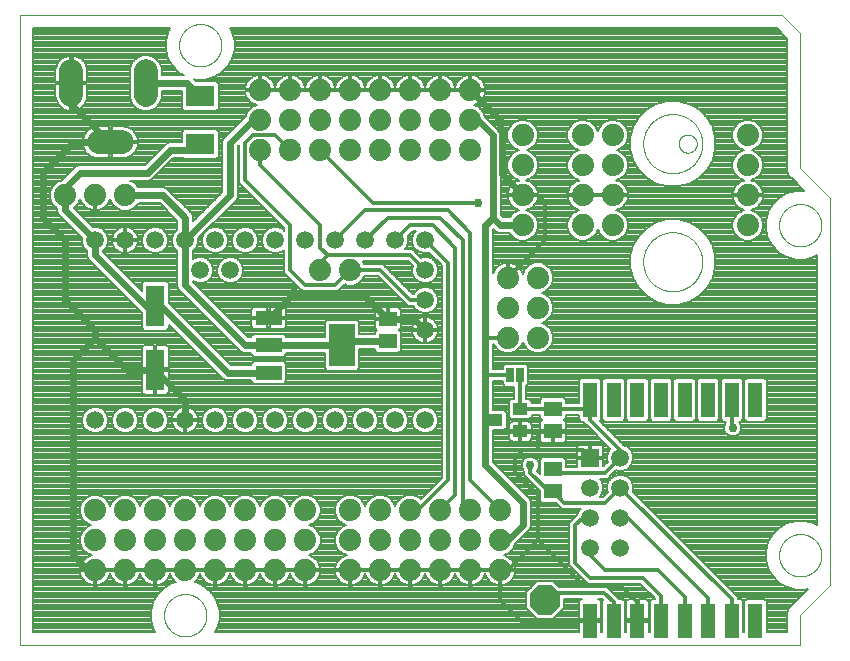
<source format=gtl>
G75*
%MOIN*%
%OFA0B0*%
%FSLAX25Y25*%
%IPPOS*%
%LPD*%
%AMOC8*
5,1,8,0,0,1.08239X$1,22.5*
%
%ADD10C,0.00000*%
%ADD11C,0.05937*%
%ADD12R,0.05937X0.05937*%
%ADD13C,0.07874*%
%ADD14R,0.08800X0.04800*%
%ADD15R,0.08661X0.14173*%
%ADD16C,0.07400*%
%ADD17R,0.09449X0.07087*%
%ADD18R,0.06299X0.13780*%
%ADD19R,0.05906X0.05118*%
%ADD20R,0.04724X0.11811*%
%ADD21OC8,0.10000*%
%ADD22C,0.00100*%
%ADD23R,0.04724X0.04000*%
%ADD24R,0.02500X0.05000*%
%ADD25C,0.02400*%
%ADD26C,0.01200*%
%ADD27C,0.02978*%
%ADD28C,0.00800*%
D10*
X0017500Y0005000D02*
X0017500Y0215000D01*
X0271500Y0215000D01*
X0277500Y0209000D01*
X0277500Y0164000D01*
X0287500Y0154000D01*
X0287500Y0025000D01*
X0277500Y0015000D01*
X0277500Y0005000D01*
X0017500Y0005000D01*
X0065429Y0015000D02*
X0065431Y0015174D01*
X0065438Y0015347D01*
X0065448Y0015520D01*
X0065463Y0015693D01*
X0065482Y0015866D01*
X0065506Y0016038D01*
X0065533Y0016209D01*
X0065565Y0016379D01*
X0065601Y0016549D01*
X0065641Y0016718D01*
X0065685Y0016886D01*
X0065733Y0017053D01*
X0065786Y0017218D01*
X0065842Y0017382D01*
X0065903Y0017545D01*
X0065967Y0017706D01*
X0066036Y0017865D01*
X0066108Y0018023D01*
X0066184Y0018179D01*
X0066264Y0018333D01*
X0066348Y0018485D01*
X0066435Y0018635D01*
X0066526Y0018783D01*
X0066621Y0018928D01*
X0066719Y0019072D01*
X0066821Y0019212D01*
X0066926Y0019350D01*
X0067034Y0019486D01*
X0067146Y0019619D01*
X0067261Y0019749D01*
X0067379Y0019876D01*
X0067500Y0020000D01*
X0067624Y0020121D01*
X0067751Y0020239D01*
X0067881Y0020354D01*
X0068014Y0020466D01*
X0068150Y0020574D01*
X0068288Y0020679D01*
X0068428Y0020781D01*
X0068572Y0020879D01*
X0068717Y0020974D01*
X0068865Y0021065D01*
X0069015Y0021152D01*
X0069167Y0021236D01*
X0069321Y0021316D01*
X0069477Y0021392D01*
X0069635Y0021464D01*
X0069794Y0021533D01*
X0069955Y0021597D01*
X0070118Y0021658D01*
X0070282Y0021714D01*
X0070447Y0021767D01*
X0070614Y0021815D01*
X0070782Y0021859D01*
X0070951Y0021899D01*
X0071121Y0021935D01*
X0071291Y0021967D01*
X0071462Y0021994D01*
X0071634Y0022018D01*
X0071807Y0022037D01*
X0071980Y0022052D01*
X0072153Y0022062D01*
X0072326Y0022069D01*
X0072500Y0022071D01*
X0072674Y0022069D01*
X0072847Y0022062D01*
X0073020Y0022052D01*
X0073193Y0022037D01*
X0073366Y0022018D01*
X0073538Y0021994D01*
X0073709Y0021967D01*
X0073879Y0021935D01*
X0074049Y0021899D01*
X0074218Y0021859D01*
X0074386Y0021815D01*
X0074553Y0021767D01*
X0074718Y0021714D01*
X0074882Y0021658D01*
X0075045Y0021597D01*
X0075206Y0021533D01*
X0075365Y0021464D01*
X0075523Y0021392D01*
X0075679Y0021316D01*
X0075833Y0021236D01*
X0075985Y0021152D01*
X0076135Y0021065D01*
X0076283Y0020974D01*
X0076428Y0020879D01*
X0076572Y0020781D01*
X0076712Y0020679D01*
X0076850Y0020574D01*
X0076986Y0020466D01*
X0077119Y0020354D01*
X0077249Y0020239D01*
X0077376Y0020121D01*
X0077500Y0020000D01*
X0077621Y0019876D01*
X0077739Y0019749D01*
X0077854Y0019619D01*
X0077966Y0019486D01*
X0078074Y0019350D01*
X0078179Y0019212D01*
X0078281Y0019072D01*
X0078379Y0018928D01*
X0078474Y0018783D01*
X0078565Y0018635D01*
X0078652Y0018485D01*
X0078736Y0018333D01*
X0078816Y0018179D01*
X0078892Y0018023D01*
X0078964Y0017865D01*
X0079033Y0017706D01*
X0079097Y0017545D01*
X0079158Y0017382D01*
X0079214Y0017218D01*
X0079267Y0017053D01*
X0079315Y0016886D01*
X0079359Y0016718D01*
X0079399Y0016549D01*
X0079435Y0016379D01*
X0079467Y0016209D01*
X0079494Y0016038D01*
X0079518Y0015866D01*
X0079537Y0015693D01*
X0079552Y0015520D01*
X0079562Y0015347D01*
X0079569Y0015174D01*
X0079571Y0015000D01*
X0079569Y0014826D01*
X0079562Y0014653D01*
X0079552Y0014480D01*
X0079537Y0014307D01*
X0079518Y0014134D01*
X0079494Y0013962D01*
X0079467Y0013791D01*
X0079435Y0013621D01*
X0079399Y0013451D01*
X0079359Y0013282D01*
X0079315Y0013114D01*
X0079267Y0012947D01*
X0079214Y0012782D01*
X0079158Y0012618D01*
X0079097Y0012455D01*
X0079033Y0012294D01*
X0078964Y0012135D01*
X0078892Y0011977D01*
X0078816Y0011821D01*
X0078736Y0011667D01*
X0078652Y0011515D01*
X0078565Y0011365D01*
X0078474Y0011217D01*
X0078379Y0011072D01*
X0078281Y0010928D01*
X0078179Y0010788D01*
X0078074Y0010650D01*
X0077966Y0010514D01*
X0077854Y0010381D01*
X0077739Y0010251D01*
X0077621Y0010124D01*
X0077500Y0010000D01*
X0077376Y0009879D01*
X0077249Y0009761D01*
X0077119Y0009646D01*
X0076986Y0009534D01*
X0076850Y0009426D01*
X0076712Y0009321D01*
X0076572Y0009219D01*
X0076428Y0009121D01*
X0076283Y0009026D01*
X0076135Y0008935D01*
X0075985Y0008848D01*
X0075833Y0008764D01*
X0075679Y0008684D01*
X0075523Y0008608D01*
X0075365Y0008536D01*
X0075206Y0008467D01*
X0075045Y0008403D01*
X0074882Y0008342D01*
X0074718Y0008286D01*
X0074553Y0008233D01*
X0074386Y0008185D01*
X0074218Y0008141D01*
X0074049Y0008101D01*
X0073879Y0008065D01*
X0073709Y0008033D01*
X0073538Y0008006D01*
X0073366Y0007982D01*
X0073193Y0007963D01*
X0073020Y0007948D01*
X0072847Y0007938D01*
X0072674Y0007931D01*
X0072500Y0007929D01*
X0072326Y0007931D01*
X0072153Y0007938D01*
X0071980Y0007948D01*
X0071807Y0007963D01*
X0071634Y0007982D01*
X0071462Y0008006D01*
X0071291Y0008033D01*
X0071121Y0008065D01*
X0070951Y0008101D01*
X0070782Y0008141D01*
X0070614Y0008185D01*
X0070447Y0008233D01*
X0070282Y0008286D01*
X0070118Y0008342D01*
X0069955Y0008403D01*
X0069794Y0008467D01*
X0069635Y0008536D01*
X0069477Y0008608D01*
X0069321Y0008684D01*
X0069167Y0008764D01*
X0069015Y0008848D01*
X0068865Y0008935D01*
X0068717Y0009026D01*
X0068572Y0009121D01*
X0068428Y0009219D01*
X0068288Y0009321D01*
X0068150Y0009426D01*
X0068014Y0009534D01*
X0067881Y0009646D01*
X0067751Y0009761D01*
X0067624Y0009879D01*
X0067500Y0010000D01*
X0067379Y0010124D01*
X0067261Y0010251D01*
X0067146Y0010381D01*
X0067034Y0010514D01*
X0066926Y0010650D01*
X0066821Y0010788D01*
X0066719Y0010928D01*
X0066621Y0011072D01*
X0066526Y0011217D01*
X0066435Y0011365D01*
X0066348Y0011515D01*
X0066264Y0011667D01*
X0066184Y0011821D01*
X0066108Y0011977D01*
X0066036Y0012135D01*
X0065967Y0012294D01*
X0065903Y0012455D01*
X0065842Y0012618D01*
X0065786Y0012782D01*
X0065733Y0012947D01*
X0065685Y0013114D01*
X0065641Y0013282D01*
X0065601Y0013451D01*
X0065565Y0013621D01*
X0065533Y0013791D01*
X0065506Y0013962D01*
X0065482Y0014134D01*
X0065463Y0014307D01*
X0065448Y0014480D01*
X0065438Y0014653D01*
X0065431Y0014826D01*
X0065429Y0015000D01*
X0225157Y0132815D02*
X0225160Y0133057D01*
X0225169Y0133298D01*
X0225184Y0133539D01*
X0225204Y0133780D01*
X0225231Y0134020D01*
X0225264Y0134259D01*
X0225302Y0134498D01*
X0225346Y0134735D01*
X0225396Y0134972D01*
X0225452Y0135207D01*
X0225514Y0135440D01*
X0225581Y0135672D01*
X0225654Y0135903D01*
X0225732Y0136131D01*
X0225817Y0136357D01*
X0225906Y0136582D01*
X0226001Y0136804D01*
X0226102Y0137023D01*
X0226208Y0137241D01*
X0226319Y0137455D01*
X0226436Y0137667D01*
X0226557Y0137875D01*
X0226684Y0138081D01*
X0226816Y0138283D01*
X0226953Y0138483D01*
X0227094Y0138678D01*
X0227240Y0138871D01*
X0227391Y0139059D01*
X0227547Y0139244D01*
X0227707Y0139425D01*
X0227871Y0139602D01*
X0228040Y0139775D01*
X0228213Y0139944D01*
X0228390Y0140108D01*
X0228571Y0140268D01*
X0228756Y0140424D01*
X0228944Y0140575D01*
X0229137Y0140721D01*
X0229332Y0140862D01*
X0229532Y0140999D01*
X0229734Y0141131D01*
X0229940Y0141258D01*
X0230148Y0141379D01*
X0230360Y0141496D01*
X0230574Y0141607D01*
X0230792Y0141713D01*
X0231011Y0141814D01*
X0231233Y0141909D01*
X0231458Y0141998D01*
X0231684Y0142083D01*
X0231912Y0142161D01*
X0232143Y0142234D01*
X0232375Y0142301D01*
X0232608Y0142363D01*
X0232843Y0142419D01*
X0233080Y0142469D01*
X0233317Y0142513D01*
X0233556Y0142551D01*
X0233795Y0142584D01*
X0234035Y0142611D01*
X0234276Y0142631D01*
X0234517Y0142646D01*
X0234758Y0142655D01*
X0235000Y0142658D01*
X0235242Y0142655D01*
X0235483Y0142646D01*
X0235724Y0142631D01*
X0235965Y0142611D01*
X0236205Y0142584D01*
X0236444Y0142551D01*
X0236683Y0142513D01*
X0236920Y0142469D01*
X0237157Y0142419D01*
X0237392Y0142363D01*
X0237625Y0142301D01*
X0237857Y0142234D01*
X0238088Y0142161D01*
X0238316Y0142083D01*
X0238542Y0141998D01*
X0238767Y0141909D01*
X0238989Y0141814D01*
X0239208Y0141713D01*
X0239426Y0141607D01*
X0239640Y0141496D01*
X0239852Y0141379D01*
X0240060Y0141258D01*
X0240266Y0141131D01*
X0240468Y0140999D01*
X0240668Y0140862D01*
X0240863Y0140721D01*
X0241056Y0140575D01*
X0241244Y0140424D01*
X0241429Y0140268D01*
X0241610Y0140108D01*
X0241787Y0139944D01*
X0241960Y0139775D01*
X0242129Y0139602D01*
X0242293Y0139425D01*
X0242453Y0139244D01*
X0242609Y0139059D01*
X0242760Y0138871D01*
X0242906Y0138678D01*
X0243047Y0138483D01*
X0243184Y0138283D01*
X0243316Y0138081D01*
X0243443Y0137875D01*
X0243564Y0137667D01*
X0243681Y0137455D01*
X0243792Y0137241D01*
X0243898Y0137023D01*
X0243999Y0136804D01*
X0244094Y0136582D01*
X0244183Y0136357D01*
X0244268Y0136131D01*
X0244346Y0135903D01*
X0244419Y0135672D01*
X0244486Y0135440D01*
X0244548Y0135207D01*
X0244604Y0134972D01*
X0244654Y0134735D01*
X0244698Y0134498D01*
X0244736Y0134259D01*
X0244769Y0134020D01*
X0244796Y0133780D01*
X0244816Y0133539D01*
X0244831Y0133298D01*
X0244840Y0133057D01*
X0244843Y0132815D01*
X0244840Y0132573D01*
X0244831Y0132332D01*
X0244816Y0132091D01*
X0244796Y0131850D01*
X0244769Y0131610D01*
X0244736Y0131371D01*
X0244698Y0131132D01*
X0244654Y0130895D01*
X0244604Y0130658D01*
X0244548Y0130423D01*
X0244486Y0130190D01*
X0244419Y0129958D01*
X0244346Y0129727D01*
X0244268Y0129499D01*
X0244183Y0129273D01*
X0244094Y0129048D01*
X0243999Y0128826D01*
X0243898Y0128607D01*
X0243792Y0128389D01*
X0243681Y0128175D01*
X0243564Y0127963D01*
X0243443Y0127755D01*
X0243316Y0127549D01*
X0243184Y0127347D01*
X0243047Y0127147D01*
X0242906Y0126952D01*
X0242760Y0126759D01*
X0242609Y0126571D01*
X0242453Y0126386D01*
X0242293Y0126205D01*
X0242129Y0126028D01*
X0241960Y0125855D01*
X0241787Y0125686D01*
X0241610Y0125522D01*
X0241429Y0125362D01*
X0241244Y0125206D01*
X0241056Y0125055D01*
X0240863Y0124909D01*
X0240668Y0124768D01*
X0240468Y0124631D01*
X0240266Y0124499D01*
X0240060Y0124372D01*
X0239852Y0124251D01*
X0239640Y0124134D01*
X0239426Y0124023D01*
X0239208Y0123917D01*
X0238989Y0123816D01*
X0238767Y0123721D01*
X0238542Y0123632D01*
X0238316Y0123547D01*
X0238088Y0123469D01*
X0237857Y0123396D01*
X0237625Y0123329D01*
X0237392Y0123267D01*
X0237157Y0123211D01*
X0236920Y0123161D01*
X0236683Y0123117D01*
X0236444Y0123079D01*
X0236205Y0123046D01*
X0235965Y0123019D01*
X0235724Y0122999D01*
X0235483Y0122984D01*
X0235242Y0122975D01*
X0235000Y0122972D01*
X0234758Y0122975D01*
X0234517Y0122984D01*
X0234276Y0122999D01*
X0234035Y0123019D01*
X0233795Y0123046D01*
X0233556Y0123079D01*
X0233317Y0123117D01*
X0233080Y0123161D01*
X0232843Y0123211D01*
X0232608Y0123267D01*
X0232375Y0123329D01*
X0232143Y0123396D01*
X0231912Y0123469D01*
X0231684Y0123547D01*
X0231458Y0123632D01*
X0231233Y0123721D01*
X0231011Y0123816D01*
X0230792Y0123917D01*
X0230574Y0124023D01*
X0230360Y0124134D01*
X0230148Y0124251D01*
X0229940Y0124372D01*
X0229734Y0124499D01*
X0229532Y0124631D01*
X0229332Y0124768D01*
X0229137Y0124909D01*
X0228944Y0125055D01*
X0228756Y0125206D01*
X0228571Y0125362D01*
X0228390Y0125522D01*
X0228213Y0125686D01*
X0228040Y0125855D01*
X0227871Y0126028D01*
X0227707Y0126205D01*
X0227547Y0126386D01*
X0227391Y0126571D01*
X0227240Y0126759D01*
X0227094Y0126952D01*
X0226953Y0127147D01*
X0226816Y0127347D01*
X0226684Y0127549D01*
X0226557Y0127755D01*
X0226436Y0127963D01*
X0226319Y0128175D01*
X0226208Y0128389D01*
X0226102Y0128607D01*
X0226001Y0128826D01*
X0225906Y0129048D01*
X0225817Y0129273D01*
X0225732Y0129499D01*
X0225654Y0129727D01*
X0225581Y0129958D01*
X0225514Y0130190D01*
X0225452Y0130423D01*
X0225396Y0130658D01*
X0225346Y0130895D01*
X0225302Y0131132D01*
X0225264Y0131371D01*
X0225231Y0131610D01*
X0225204Y0131850D01*
X0225184Y0132091D01*
X0225169Y0132332D01*
X0225160Y0132573D01*
X0225157Y0132815D01*
X0270429Y0145000D02*
X0270431Y0145174D01*
X0270438Y0145347D01*
X0270448Y0145520D01*
X0270463Y0145693D01*
X0270482Y0145866D01*
X0270506Y0146038D01*
X0270533Y0146209D01*
X0270565Y0146379D01*
X0270601Y0146549D01*
X0270641Y0146718D01*
X0270685Y0146886D01*
X0270733Y0147053D01*
X0270786Y0147218D01*
X0270842Y0147382D01*
X0270903Y0147545D01*
X0270967Y0147706D01*
X0271036Y0147865D01*
X0271108Y0148023D01*
X0271184Y0148179D01*
X0271264Y0148333D01*
X0271348Y0148485D01*
X0271435Y0148635D01*
X0271526Y0148783D01*
X0271621Y0148928D01*
X0271719Y0149072D01*
X0271821Y0149212D01*
X0271926Y0149350D01*
X0272034Y0149486D01*
X0272146Y0149619D01*
X0272261Y0149749D01*
X0272379Y0149876D01*
X0272500Y0150000D01*
X0272624Y0150121D01*
X0272751Y0150239D01*
X0272881Y0150354D01*
X0273014Y0150466D01*
X0273150Y0150574D01*
X0273288Y0150679D01*
X0273428Y0150781D01*
X0273572Y0150879D01*
X0273717Y0150974D01*
X0273865Y0151065D01*
X0274015Y0151152D01*
X0274167Y0151236D01*
X0274321Y0151316D01*
X0274477Y0151392D01*
X0274635Y0151464D01*
X0274794Y0151533D01*
X0274955Y0151597D01*
X0275118Y0151658D01*
X0275282Y0151714D01*
X0275447Y0151767D01*
X0275614Y0151815D01*
X0275782Y0151859D01*
X0275951Y0151899D01*
X0276121Y0151935D01*
X0276291Y0151967D01*
X0276462Y0151994D01*
X0276634Y0152018D01*
X0276807Y0152037D01*
X0276980Y0152052D01*
X0277153Y0152062D01*
X0277326Y0152069D01*
X0277500Y0152071D01*
X0277674Y0152069D01*
X0277847Y0152062D01*
X0278020Y0152052D01*
X0278193Y0152037D01*
X0278366Y0152018D01*
X0278538Y0151994D01*
X0278709Y0151967D01*
X0278879Y0151935D01*
X0279049Y0151899D01*
X0279218Y0151859D01*
X0279386Y0151815D01*
X0279553Y0151767D01*
X0279718Y0151714D01*
X0279882Y0151658D01*
X0280045Y0151597D01*
X0280206Y0151533D01*
X0280365Y0151464D01*
X0280523Y0151392D01*
X0280679Y0151316D01*
X0280833Y0151236D01*
X0280985Y0151152D01*
X0281135Y0151065D01*
X0281283Y0150974D01*
X0281428Y0150879D01*
X0281572Y0150781D01*
X0281712Y0150679D01*
X0281850Y0150574D01*
X0281986Y0150466D01*
X0282119Y0150354D01*
X0282249Y0150239D01*
X0282376Y0150121D01*
X0282500Y0150000D01*
X0282621Y0149876D01*
X0282739Y0149749D01*
X0282854Y0149619D01*
X0282966Y0149486D01*
X0283074Y0149350D01*
X0283179Y0149212D01*
X0283281Y0149072D01*
X0283379Y0148928D01*
X0283474Y0148783D01*
X0283565Y0148635D01*
X0283652Y0148485D01*
X0283736Y0148333D01*
X0283816Y0148179D01*
X0283892Y0148023D01*
X0283964Y0147865D01*
X0284033Y0147706D01*
X0284097Y0147545D01*
X0284158Y0147382D01*
X0284214Y0147218D01*
X0284267Y0147053D01*
X0284315Y0146886D01*
X0284359Y0146718D01*
X0284399Y0146549D01*
X0284435Y0146379D01*
X0284467Y0146209D01*
X0284494Y0146038D01*
X0284518Y0145866D01*
X0284537Y0145693D01*
X0284552Y0145520D01*
X0284562Y0145347D01*
X0284569Y0145174D01*
X0284571Y0145000D01*
X0284569Y0144826D01*
X0284562Y0144653D01*
X0284552Y0144480D01*
X0284537Y0144307D01*
X0284518Y0144134D01*
X0284494Y0143962D01*
X0284467Y0143791D01*
X0284435Y0143621D01*
X0284399Y0143451D01*
X0284359Y0143282D01*
X0284315Y0143114D01*
X0284267Y0142947D01*
X0284214Y0142782D01*
X0284158Y0142618D01*
X0284097Y0142455D01*
X0284033Y0142294D01*
X0283964Y0142135D01*
X0283892Y0141977D01*
X0283816Y0141821D01*
X0283736Y0141667D01*
X0283652Y0141515D01*
X0283565Y0141365D01*
X0283474Y0141217D01*
X0283379Y0141072D01*
X0283281Y0140928D01*
X0283179Y0140788D01*
X0283074Y0140650D01*
X0282966Y0140514D01*
X0282854Y0140381D01*
X0282739Y0140251D01*
X0282621Y0140124D01*
X0282500Y0140000D01*
X0282376Y0139879D01*
X0282249Y0139761D01*
X0282119Y0139646D01*
X0281986Y0139534D01*
X0281850Y0139426D01*
X0281712Y0139321D01*
X0281572Y0139219D01*
X0281428Y0139121D01*
X0281283Y0139026D01*
X0281135Y0138935D01*
X0280985Y0138848D01*
X0280833Y0138764D01*
X0280679Y0138684D01*
X0280523Y0138608D01*
X0280365Y0138536D01*
X0280206Y0138467D01*
X0280045Y0138403D01*
X0279882Y0138342D01*
X0279718Y0138286D01*
X0279553Y0138233D01*
X0279386Y0138185D01*
X0279218Y0138141D01*
X0279049Y0138101D01*
X0278879Y0138065D01*
X0278709Y0138033D01*
X0278538Y0138006D01*
X0278366Y0137982D01*
X0278193Y0137963D01*
X0278020Y0137948D01*
X0277847Y0137938D01*
X0277674Y0137931D01*
X0277500Y0137929D01*
X0277326Y0137931D01*
X0277153Y0137938D01*
X0276980Y0137948D01*
X0276807Y0137963D01*
X0276634Y0137982D01*
X0276462Y0138006D01*
X0276291Y0138033D01*
X0276121Y0138065D01*
X0275951Y0138101D01*
X0275782Y0138141D01*
X0275614Y0138185D01*
X0275447Y0138233D01*
X0275282Y0138286D01*
X0275118Y0138342D01*
X0274955Y0138403D01*
X0274794Y0138467D01*
X0274635Y0138536D01*
X0274477Y0138608D01*
X0274321Y0138684D01*
X0274167Y0138764D01*
X0274015Y0138848D01*
X0273865Y0138935D01*
X0273717Y0139026D01*
X0273572Y0139121D01*
X0273428Y0139219D01*
X0273288Y0139321D01*
X0273150Y0139426D01*
X0273014Y0139534D01*
X0272881Y0139646D01*
X0272751Y0139761D01*
X0272624Y0139879D01*
X0272500Y0140000D01*
X0272379Y0140124D01*
X0272261Y0140251D01*
X0272146Y0140381D01*
X0272034Y0140514D01*
X0271926Y0140650D01*
X0271821Y0140788D01*
X0271719Y0140928D01*
X0271621Y0141072D01*
X0271526Y0141217D01*
X0271435Y0141365D01*
X0271348Y0141515D01*
X0271264Y0141667D01*
X0271184Y0141821D01*
X0271108Y0141977D01*
X0271036Y0142135D01*
X0270967Y0142294D01*
X0270903Y0142455D01*
X0270842Y0142618D01*
X0270786Y0142782D01*
X0270733Y0142947D01*
X0270685Y0143114D01*
X0270641Y0143282D01*
X0270601Y0143451D01*
X0270565Y0143621D01*
X0270533Y0143791D01*
X0270506Y0143962D01*
X0270482Y0144134D01*
X0270463Y0144307D01*
X0270448Y0144480D01*
X0270438Y0144653D01*
X0270431Y0144826D01*
X0270429Y0145000D01*
X0225157Y0172185D02*
X0225160Y0172427D01*
X0225169Y0172668D01*
X0225184Y0172909D01*
X0225204Y0173150D01*
X0225231Y0173390D01*
X0225264Y0173629D01*
X0225302Y0173868D01*
X0225346Y0174105D01*
X0225396Y0174342D01*
X0225452Y0174577D01*
X0225514Y0174810D01*
X0225581Y0175042D01*
X0225654Y0175273D01*
X0225732Y0175501D01*
X0225817Y0175727D01*
X0225906Y0175952D01*
X0226001Y0176174D01*
X0226102Y0176393D01*
X0226208Y0176611D01*
X0226319Y0176825D01*
X0226436Y0177037D01*
X0226557Y0177245D01*
X0226684Y0177451D01*
X0226816Y0177653D01*
X0226953Y0177853D01*
X0227094Y0178048D01*
X0227240Y0178241D01*
X0227391Y0178429D01*
X0227547Y0178614D01*
X0227707Y0178795D01*
X0227871Y0178972D01*
X0228040Y0179145D01*
X0228213Y0179314D01*
X0228390Y0179478D01*
X0228571Y0179638D01*
X0228756Y0179794D01*
X0228944Y0179945D01*
X0229137Y0180091D01*
X0229332Y0180232D01*
X0229532Y0180369D01*
X0229734Y0180501D01*
X0229940Y0180628D01*
X0230148Y0180749D01*
X0230360Y0180866D01*
X0230574Y0180977D01*
X0230792Y0181083D01*
X0231011Y0181184D01*
X0231233Y0181279D01*
X0231458Y0181368D01*
X0231684Y0181453D01*
X0231912Y0181531D01*
X0232143Y0181604D01*
X0232375Y0181671D01*
X0232608Y0181733D01*
X0232843Y0181789D01*
X0233080Y0181839D01*
X0233317Y0181883D01*
X0233556Y0181921D01*
X0233795Y0181954D01*
X0234035Y0181981D01*
X0234276Y0182001D01*
X0234517Y0182016D01*
X0234758Y0182025D01*
X0235000Y0182028D01*
X0235242Y0182025D01*
X0235483Y0182016D01*
X0235724Y0182001D01*
X0235965Y0181981D01*
X0236205Y0181954D01*
X0236444Y0181921D01*
X0236683Y0181883D01*
X0236920Y0181839D01*
X0237157Y0181789D01*
X0237392Y0181733D01*
X0237625Y0181671D01*
X0237857Y0181604D01*
X0238088Y0181531D01*
X0238316Y0181453D01*
X0238542Y0181368D01*
X0238767Y0181279D01*
X0238989Y0181184D01*
X0239208Y0181083D01*
X0239426Y0180977D01*
X0239640Y0180866D01*
X0239852Y0180749D01*
X0240060Y0180628D01*
X0240266Y0180501D01*
X0240468Y0180369D01*
X0240668Y0180232D01*
X0240863Y0180091D01*
X0241056Y0179945D01*
X0241244Y0179794D01*
X0241429Y0179638D01*
X0241610Y0179478D01*
X0241787Y0179314D01*
X0241960Y0179145D01*
X0242129Y0178972D01*
X0242293Y0178795D01*
X0242453Y0178614D01*
X0242609Y0178429D01*
X0242760Y0178241D01*
X0242906Y0178048D01*
X0243047Y0177853D01*
X0243184Y0177653D01*
X0243316Y0177451D01*
X0243443Y0177245D01*
X0243564Y0177037D01*
X0243681Y0176825D01*
X0243792Y0176611D01*
X0243898Y0176393D01*
X0243999Y0176174D01*
X0244094Y0175952D01*
X0244183Y0175727D01*
X0244268Y0175501D01*
X0244346Y0175273D01*
X0244419Y0175042D01*
X0244486Y0174810D01*
X0244548Y0174577D01*
X0244604Y0174342D01*
X0244654Y0174105D01*
X0244698Y0173868D01*
X0244736Y0173629D01*
X0244769Y0173390D01*
X0244796Y0173150D01*
X0244816Y0172909D01*
X0244831Y0172668D01*
X0244840Y0172427D01*
X0244843Y0172185D01*
X0244840Y0171943D01*
X0244831Y0171702D01*
X0244816Y0171461D01*
X0244796Y0171220D01*
X0244769Y0170980D01*
X0244736Y0170741D01*
X0244698Y0170502D01*
X0244654Y0170265D01*
X0244604Y0170028D01*
X0244548Y0169793D01*
X0244486Y0169560D01*
X0244419Y0169328D01*
X0244346Y0169097D01*
X0244268Y0168869D01*
X0244183Y0168643D01*
X0244094Y0168418D01*
X0243999Y0168196D01*
X0243898Y0167977D01*
X0243792Y0167759D01*
X0243681Y0167545D01*
X0243564Y0167333D01*
X0243443Y0167125D01*
X0243316Y0166919D01*
X0243184Y0166717D01*
X0243047Y0166517D01*
X0242906Y0166322D01*
X0242760Y0166129D01*
X0242609Y0165941D01*
X0242453Y0165756D01*
X0242293Y0165575D01*
X0242129Y0165398D01*
X0241960Y0165225D01*
X0241787Y0165056D01*
X0241610Y0164892D01*
X0241429Y0164732D01*
X0241244Y0164576D01*
X0241056Y0164425D01*
X0240863Y0164279D01*
X0240668Y0164138D01*
X0240468Y0164001D01*
X0240266Y0163869D01*
X0240060Y0163742D01*
X0239852Y0163621D01*
X0239640Y0163504D01*
X0239426Y0163393D01*
X0239208Y0163287D01*
X0238989Y0163186D01*
X0238767Y0163091D01*
X0238542Y0163002D01*
X0238316Y0162917D01*
X0238088Y0162839D01*
X0237857Y0162766D01*
X0237625Y0162699D01*
X0237392Y0162637D01*
X0237157Y0162581D01*
X0236920Y0162531D01*
X0236683Y0162487D01*
X0236444Y0162449D01*
X0236205Y0162416D01*
X0235965Y0162389D01*
X0235724Y0162369D01*
X0235483Y0162354D01*
X0235242Y0162345D01*
X0235000Y0162342D01*
X0234758Y0162345D01*
X0234517Y0162354D01*
X0234276Y0162369D01*
X0234035Y0162389D01*
X0233795Y0162416D01*
X0233556Y0162449D01*
X0233317Y0162487D01*
X0233080Y0162531D01*
X0232843Y0162581D01*
X0232608Y0162637D01*
X0232375Y0162699D01*
X0232143Y0162766D01*
X0231912Y0162839D01*
X0231684Y0162917D01*
X0231458Y0163002D01*
X0231233Y0163091D01*
X0231011Y0163186D01*
X0230792Y0163287D01*
X0230574Y0163393D01*
X0230360Y0163504D01*
X0230148Y0163621D01*
X0229940Y0163742D01*
X0229734Y0163869D01*
X0229532Y0164001D01*
X0229332Y0164138D01*
X0229137Y0164279D01*
X0228944Y0164425D01*
X0228756Y0164576D01*
X0228571Y0164732D01*
X0228390Y0164892D01*
X0228213Y0165056D01*
X0228040Y0165225D01*
X0227871Y0165398D01*
X0227707Y0165575D01*
X0227547Y0165756D01*
X0227391Y0165941D01*
X0227240Y0166129D01*
X0227094Y0166322D01*
X0226953Y0166517D01*
X0226816Y0166717D01*
X0226684Y0166919D01*
X0226557Y0167125D01*
X0226436Y0167333D01*
X0226319Y0167545D01*
X0226208Y0167759D01*
X0226102Y0167977D01*
X0226001Y0168196D01*
X0225906Y0168418D01*
X0225817Y0168643D01*
X0225732Y0168869D01*
X0225654Y0169097D01*
X0225581Y0169328D01*
X0225514Y0169560D01*
X0225452Y0169793D01*
X0225396Y0170028D01*
X0225346Y0170265D01*
X0225302Y0170502D01*
X0225264Y0170741D01*
X0225231Y0170980D01*
X0225204Y0171220D01*
X0225184Y0171461D01*
X0225169Y0171702D01*
X0225160Y0171943D01*
X0225157Y0172185D01*
X0070429Y0205000D02*
X0070431Y0205174D01*
X0070438Y0205347D01*
X0070448Y0205520D01*
X0070463Y0205693D01*
X0070482Y0205866D01*
X0070506Y0206038D01*
X0070533Y0206209D01*
X0070565Y0206379D01*
X0070601Y0206549D01*
X0070641Y0206718D01*
X0070685Y0206886D01*
X0070733Y0207053D01*
X0070786Y0207218D01*
X0070842Y0207382D01*
X0070903Y0207545D01*
X0070967Y0207706D01*
X0071036Y0207865D01*
X0071108Y0208023D01*
X0071184Y0208179D01*
X0071264Y0208333D01*
X0071348Y0208485D01*
X0071435Y0208635D01*
X0071526Y0208783D01*
X0071621Y0208928D01*
X0071719Y0209072D01*
X0071821Y0209212D01*
X0071926Y0209350D01*
X0072034Y0209486D01*
X0072146Y0209619D01*
X0072261Y0209749D01*
X0072379Y0209876D01*
X0072500Y0210000D01*
X0072624Y0210121D01*
X0072751Y0210239D01*
X0072881Y0210354D01*
X0073014Y0210466D01*
X0073150Y0210574D01*
X0073288Y0210679D01*
X0073428Y0210781D01*
X0073572Y0210879D01*
X0073717Y0210974D01*
X0073865Y0211065D01*
X0074015Y0211152D01*
X0074167Y0211236D01*
X0074321Y0211316D01*
X0074477Y0211392D01*
X0074635Y0211464D01*
X0074794Y0211533D01*
X0074955Y0211597D01*
X0075118Y0211658D01*
X0075282Y0211714D01*
X0075447Y0211767D01*
X0075614Y0211815D01*
X0075782Y0211859D01*
X0075951Y0211899D01*
X0076121Y0211935D01*
X0076291Y0211967D01*
X0076462Y0211994D01*
X0076634Y0212018D01*
X0076807Y0212037D01*
X0076980Y0212052D01*
X0077153Y0212062D01*
X0077326Y0212069D01*
X0077500Y0212071D01*
X0077674Y0212069D01*
X0077847Y0212062D01*
X0078020Y0212052D01*
X0078193Y0212037D01*
X0078366Y0212018D01*
X0078538Y0211994D01*
X0078709Y0211967D01*
X0078879Y0211935D01*
X0079049Y0211899D01*
X0079218Y0211859D01*
X0079386Y0211815D01*
X0079553Y0211767D01*
X0079718Y0211714D01*
X0079882Y0211658D01*
X0080045Y0211597D01*
X0080206Y0211533D01*
X0080365Y0211464D01*
X0080523Y0211392D01*
X0080679Y0211316D01*
X0080833Y0211236D01*
X0080985Y0211152D01*
X0081135Y0211065D01*
X0081283Y0210974D01*
X0081428Y0210879D01*
X0081572Y0210781D01*
X0081712Y0210679D01*
X0081850Y0210574D01*
X0081986Y0210466D01*
X0082119Y0210354D01*
X0082249Y0210239D01*
X0082376Y0210121D01*
X0082500Y0210000D01*
X0082621Y0209876D01*
X0082739Y0209749D01*
X0082854Y0209619D01*
X0082966Y0209486D01*
X0083074Y0209350D01*
X0083179Y0209212D01*
X0083281Y0209072D01*
X0083379Y0208928D01*
X0083474Y0208783D01*
X0083565Y0208635D01*
X0083652Y0208485D01*
X0083736Y0208333D01*
X0083816Y0208179D01*
X0083892Y0208023D01*
X0083964Y0207865D01*
X0084033Y0207706D01*
X0084097Y0207545D01*
X0084158Y0207382D01*
X0084214Y0207218D01*
X0084267Y0207053D01*
X0084315Y0206886D01*
X0084359Y0206718D01*
X0084399Y0206549D01*
X0084435Y0206379D01*
X0084467Y0206209D01*
X0084494Y0206038D01*
X0084518Y0205866D01*
X0084537Y0205693D01*
X0084552Y0205520D01*
X0084562Y0205347D01*
X0084569Y0205174D01*
X0084571Y0205000D01*
X0084569Y0204826D01*
X0084562Y0204653D01*
X0084552Y0204480D01*
X0084537Y0204307D01*
X0084518Y0204134D01*
X0084494Y0203962D01*
X0084467Y0203791D01*
X0084435Y0203621D01*
X0084399Y0203451D01*
X0084359Y0203282D01*
X0084315Y0203114D01*
X0084267Y0202947D01*
X0084214Y0202782D01*
X0084158Y0202618D01*
X0084097Y0202455D01*
X0084033Y0202294D01*
X0083964Y0202135D01*
X0083892Y0201977D01*
X0083816Y0201821D01*
X0083736Y0201667D01*
X0083652Y0201515D01*
X0083565Y0201365D01*
X0083474Y0201217D01*
X0083379Y0201072D01*
X0083281Y0200928D01*
X0083179Y0200788D01*
X0083074Y0200650D01*
X0082966Y0200514D01*
X0082854Y0200381D01*
X0082739Y0200251D01*
X0082621Y0200124D01*
X0082500Y0200000D01*
X0082376Y0199879D01*
X0082249Y0199761D01*
X0082119Y0199646D01*
X0081986Y0199534D01*
X0081850Y0199426D01*
X0081712Y0199321D01*
X0081572Y0199219D01*
X0081428Y0199121D01*
X0081283Y0199026D01*
X0081135Y0198935D01*
X0080985Y0198848D01*
X0080833Y0198764D01*
X0080679Y0198684D01*
X0080523Y0198608D01*
X0080365Y0198536D01*
X0080206Y0198467D01*
X0080045Y0198403D01*
X0079882Y0198342D01*
X0079718Y0198286D01*
X0079553Y0198233D01*
X0079386Y0198185D01*
X0079218Y0198141D01*
X0079049Y0198101D01*
X0078879Y0198065D01*
X0078709Y0198033D01*
X0078538Y0198006D01*
X0078366Y0197982D01*
X0078193Y0197963D01*
X0078020Y0197948D01*
X0077847Y0197938D01*
X0077674Y0197931D01*
X0077500Y0197929D01*
X0077326Y0197931D01*
X0077153Y0197938D01*
X0076980Y0197948D01*
X0076807Y0197963D01*
X0076634Y0197982D01*
X0076462Y0198006D01*
X0076291Y0198033D01*
X0076121Y0198065D01*
X0075951Y0198101D01*
X0075782Y0198141D01*
X0075614Y0198185D01*
X0075447Y0198233D01*
X0075282Y0198286D01*
X0075118Y0198342D01*
X0074955Y0198403D01*
X0074794Y0198467D01*
X0074635Y0198536D01*
X0074477Y0198608D01*
X0074321Y0198684D01*
X0074167Y0198764D01*
X0074015Y0198848D01*
X0073865Y0198935D01*
X0073717Y0199026D01*
X0073572Y0199121D01*
X0073428Y0199219D01*
X0073288Y0199321D01*
X0073150Y0199426D01*
X0073014Y0199534D01*
X0072881Y0199646D01*
X0072751Y0199761D01*
X0072624Y0199879D01*
X0072500Y0200000D01*
X0072379Y0200124D01*
X0072261Y0200251D01*
X0072146Y0200381D01*
X0072034Y0200514D01*
X0071926Y0200650D01*
X0071821Y0200788D01*
X0071719Y0200928D01*
X0071621Y0201072D01*
X0071526Y0201217D01*
X0071435Y0201365D01*
X0071348Y0201515D01*
X0071264Y0201667D01*
X0071184Y0201821D01*
X0071108Y0201977D01*
X0071036Y0202135D01*
X0070967Y0202294D01*
X0070903Y0202455D01*
X0070842Y0202618D01*
X0070786Y0202782D01*
X0070733Y0202947D01*
X0070685Y0203114D01*
X0070641Y0203282D01*
X0070601Y0203451D01*
X0070565Y0203621D01*
X0070533Y0203791D01*
X0070506Y0203962D01*
X0070482Y0204134D01*
X0070463Y0204307D01*
X0070448Y0204480D01*
X0070438Y0204653D01*
X0070431Y0204826D01*
X0070429Y0205000D01*
X0270429Y0035000D02*
X0270431Y0035174D01*
X0270438Y0035347D01*
X0270448Y0035520D01*
X0270463Y0035693D01*
X0270482Y0035866D01*
X0270506Y0036038D01*
X0270533Y0036209D01*
X0270565Y0036379D01*
X0270601Y0036549D01*
X0270641Y0036718D01*
X0270685Y0036886D01*
X0270733Y0037053D01*
X0270786Y0037218D01*
X0270842Y0037382D01*
X0270903Y0037545D01*
X0270967Y0037706D01*
X0271036Y0037865D01*
X0271108Y0038023D01*
X0271184Y0038179D01*
X0271264Y0038333D01*
X0271348Y0038485D01*
X0271435Y0038635D01*
X0271526Y0038783D01*
X0271621Y0038928D01*
X0271719Y0039072D01*
X0271821Y0039212D01*
X0271926Y0039350D01*
X0272034Y0039486D01*
X0272146Y0039619D01*
X0272261Y0039749D01*
X0272379Y0039876D01*
X0272500Y0040000D01*
X0272624Y0040121D01*
X0272751Y0040239D01*
X0272881Y0040354D01*
X0273014Y0040466D01*
X0273150Y0040574D01*
X0273288Y0040679D01*
X0273428Y0040781D01*
X0273572Y0040879D01*
X0273717Y0040974D01*
X0273865Y0041065D01*
X0274015Y0041152D01*
X0274167Y0041236D01*
X0274321Y0041316D01*
X0274477Y0041392D01*
X0274635Y0041464D01*
X0274794Y0041533D01*
X0274955Y0041597D01*
X0275118Y0041658D01*
X0275282Y0041714D01*
X0275447Y0041767D01*
X0275614Y0041815D01*
X0275782Y0041859D01*
X0275951Y0041899D01*
X0276121Y0041935D01*
X0276291Y0041967D01*
X0276462Y0041994D01*
X0276634Y0042018D01*
X0276807Y0042037D01*
X0276980Y0042052D01*
X0277153Y0042062D01*
X0277326Y0042069D01*
X0277500Y0042071D01*
X0277674Y0042069D01*
X0277847Y0042062D01*
X0278020Y0042052D01*
X0278193Y0042037D01*
X0278366Y0042018D01*
X0278538Y0041994D01*
X0278709Y0041967D01*
X0278879Y0041935D01*
X0279049Y0041899D01*
X0279218Y0041859D01*
X0279386Y0041815D01*
X0279553Y0041767D01*
X0279718Y0041714D01*
X0279882Y0041658D01*
X0280045Y0041597D01*
X0280206Y0041533D01*
X0280365Y0041464D01*
X0280523Y0041392D01*
X0280679Y0041316D01*
X0280833Y0041236D01*
X0280985Y0041152D01*
X0281135Y0041065D01*
X0281283Y0040974D01*
X0281428Y0040879D01*
X0281572Y0040781D01*
X0281712Y0040679D01*
X0281850Y0040574D01*
X0281986Y0040466D01*
X0282119Y0040354D01*
X0282249Y0040239D01*
X0282376Y0040121D01*
X0282500Y0040000D01*
X0282621Y0039876D01*
X0282739Y0039749D01*
X0282854Y0039619D01*
X0282966Y0039486D01*
X0283074Y0039350D01*
X0283179Y0039212D01*
X0283281Y0039072D01*
X0283379Y0038928D01*
X0283474Y0038783D01*
X0283565Y0038635D01*
X0283652Y0038485D01*
X0283736Y0038333D01*
X0283816Y0038179D01*
X0283892Y0038023D01*
X0283964Y0037865D01*
X0284033Y0037706D01*
X0284097Y0037545D01*
X0284158Y0037382D01*
X0284214Y0037218D01*
X0284267Y0037053D01*
X0284315Y0036886D01*
X0284359Y0036718D01*
X0284399Y0036549D01*
X0284435Y0036379D01*
X0284467Y0036209D01*
X0284494Y0036038D01*
X0284518Y0035866D01*
X0284537Y0035693D01*
X0284552Y0035520D01*
X0284562Y0035347D01*
X0284569Y0035174D01*
X0284571Y0035000D01*
X0284569Y0034826D01*
X0284562Y0034653D01*
X0284552Y0034480D01*
X0284537Y0034307D01*
X0284518Y0034134D01*
X0284494Y0033962D01*
X0284467Y0033791D01*
X0284435Y0033621D01*
X0284399Y0033451D01*
X0284359Y0033282D01*
X0284315Y0033114D01*
X0284267Y0032947D01*
X0284214Y0032782D01*
X0284158Y0032618D01*
X0284097Y0032455D01*
X0284033Y0032294D01*
X0283964Y0032135D01*
X0283892Y0031977D01*
X0283816Y0031821D01*
X0283736Y0031667D01*
X0283652Y0031515D01*
X0283565Y0031365D01*
X0283474Y0031217D01*
X0283379Y0031072D01*
X0283281Y0030928D01*
X0283179Y0030788D01*
X0283074Y0030650D01*
X0282966Y0030514D01*
X0282854Y0030381D01*
X0282739Y0030251D01*
X0282621Y0030124D01*
X0282500Y0030000D01*
X0282376Y0029879D01*
X0282249Y0029761D01*
X0282119Y0029646D01*
X0281986Y0029534D01*
X0281850Y0029426D01*
X0281712Y0029321D01*
X0281572Y0029219D01*
X0281428Y0029121D01*
X0281283Y0029026D01*
X0281135Y0028935D01*
X0280985Y0028848D01*
X0280833Y0028764D01*
X0280679Y0028684D01*
X0280523Y0028608D01*
X0280365Y0028536D01*
X0280206Y0028467D01*
X0280045Y0028403D01*
X0279882Y0028342D01*
X0279718Y0028286D01*
X0279553Y0028233D01*
X0279386Y0028185D01*
X0279218Y0028141D01*
X0279049Y0028101D01*
X0278879Y0028065D01*
X0278709Y0028033D01*
X0278538Y0028006D01*
X0278366Y0027982D01*
X0278193Y0027963D01*
X0278020Y0027948D01*
X0277847Y0027938D01*
X0277674Y0027931D01*
X0277500Y0027929D01*
X0277326Y0027931D01*
X0277153Y0027938D01*
X0276980Y0027948D01*
X0276807Y0027963D01*
X0276634Y0027982D01*
X0276462Y0028006D01*
X0276291Y0028033D01*
X0276121Y0028065D01*
X0275951Y0028101D01*
X0275782Y0028141D01*
X0275614Y0028185D01*
X0275447Y0028233D01*
X0275282Y0028286D01*
X0275118Y0028342D01*
X0274955Y0028403D01*
X0274794Y0028467D01*
X0274635Y0028536D01*
X0274477Y0028608D01*
X0274321Y0028684D01*
X0274167Y0028764D01*
X0274015Y0028848D01*
X0273865Y0028935D01*
X0273717Y0029026D01*
X0273572Y0029121D01*
X0273428Y0029219D01*
X0273288Y0029321D01*
X0273150Y0029426D01*
X0273014Y0029534D01*
X0272881Y0029646D01*
X0272751Y0029761D01*
X0272624Y0029879D01*
X0272500Y0030000D01*
X0272379Y0030124D01*
X0272261Y0030251D01*
X0272146Y0030381D01*
X0272034Y0030514D01*
X0271926Y0030650D01*
X0271821Y0030788D01*
X0271719Y0030928D01*
X0271621Y0031072D01*
X0271526Y0031217D01*
X0271435Y0031365D01*
X0271348Y0031515D01*
X0271264Y0031667D01*
X0271184Y0031821D01*
X0271108Y0031977D01*
X0271036Y0032135D01*
X0270967Y0032294D01*
X0270903Y0032455D01*
X0270842Y0032618D01*
X0270786Y0032782D01*
X0270733Y0032947D01*
X0270685Y0033114D01*
X0270641Y0033282D01*
X0270601Y0033451D01*
X0270565Y0033621D01*
X0270533Y0033791D01*
X0270506Y0033962D01*
X0270482Y0034134D01*
X0270463Y0034307D01*
X0270448Y0034480D01*
X0270438Y0034653D01*
X0270431Y0034826D01*
X0270429Y0035000D01*
D11*
X0217500Y0037500D03*
X0207500Y0037500D03*
X0207500Y0047500D03*
X0217500Y0047500D03*
X0217500Y0057500D03*
X0207500Y0057500D03*
X0217500Y0067500D03*
X0152500Y0080000D03*
X0142500Y0080000D03*
X0132500Y0080000D03*
X0122500Y0080000D03*
X0112500Y0080000D03*
X0102500Y0080000D03*
X0092500Y0080000D03*
X0082500Y0080000D03*
X0072500Y0080000D03*
X0062500Y0080000D03*
X0052500Y0080000D03*
X0042500Y0080000D03*
X0077500Y0130000D03*
X0087500Y0130000D03*
X0082500Y0140000D03*
X0092500Y0140000D03*
X0102500Y0140000D03*
X0112500Y0140000D03*
X0122500Y0140000D03*
X0132500Y0140000D03*
X0142500Y0140000D03*
X0152500Y0140000D03*
X0152500Y0130000D03*
X0152500Y0120000D03*
X0152500Y0110000D03*
X0072500Y0140000D03*
X0062500Y0140000D03*
X0052500Y0140000D03*
X0042500Y0140000D03*
D12*
X0207500Y0067500D03*
D13*
X0051457Y0172657D02*
X0043583Y0172657D01*
X0034528Y0188406D02*
X0034528Y0196280D01*
X0059331Y0196280D02*
X0059331Y0188406D01*
D14*
X0100300Y0114100D03*
X0100300Y0105000D03*
X0100300Y0095900D03*
D15*
X0124701Y0105000D03*
D16*
X0127500Y0130000D03*
X0117500Y0130000D03*
X0117500Y0170000D03*
X0127500Y0170000D03*
X0137500Y0170000D03*
X0147500Y0170000D03*
X0157500Y0170000D03*
X0167500Y0170000D03*
X0167500Y0180000D03*
X0157500Y0180000D03*
X0147500Y0180000D03*
X0137500Y0180000D03*
X0127500Y0180000D03*
X0117500Y0180000D03*
X0117500Y0190000D03*
X0127500Y0190000D03*
X0137500Y0190000D03*
X0147500Y0190000D03*
X0157500Y0190000D03*
X0167500Y0190000D03*
X0185000Y0175000D03*
X0185000Y0165000D03*
X0185000Y0155000D03*
X0185000Y0145000D03*
X0205000Y0145000D03*
X0215000Y0145000D03*
X0215000Y0155000D03*
X0205000Y0155000D03*
X0205000Y0165000D03*
X0215000Y0165000D03*
X0215000Y0175000D03*
X0205000Y0175000D03*
X0260000Y0175000D03*
X0260000Y0165000D03*
X0260000Y0155000D03*
X0260000Y0145000D03*
X0190000Y0127500D03*
X0190000Y0117500D03*
X0180000Y0117500D03*
X0180000Y0127500D03*
X0180000Y0107500D03*
X0190000Y0107500D03*
X0177500Y0050000D03*
X0167500Y0050000D03*
X0157500Y0050000D03*
X0147500Y0050000D03*
X0137500Y0050000D03*
X0127500Y0050000D03*
X0127500Y0040000D03*
X0137500Y0040000D03*
X0147500Y0040000D03*
X0157500Y0040000D03*
X0167500Y0040000D03*
X0177500Y0040000D03*
X0177500Y0030000D03*
X0167500Y0030000D03*
X0157500Y0030000D03*
X0147500Y0030000D03*
X0137500Y0030000D03*
X0127500Y0030000D03*
X0112500Y0030000D03*
X0102500Y0030000D03*
X0092500Y0030000D03*
X0082500Y0030000D03*
X0072500Y0030000D03*
X0062500Y0030000D03*
X0052500Y0030000D03*
X0042500Y0030000D03*
X0042500Y0040000D03*
X0052500Y0040000D03*
X0062500Y0040000D03*
X0072500Y0040000D03*
X0082500Y0040000D03*
X0092500Y0040000D03*
X0102500Y0040000D03*
X0112500Y0040000D03*
X0112500Y0050000D03*
X0102500Y0050000D03*
X0092500Y0050000D03*
X0082500Y0050000D03*
X0072500Y0050000D03*
X0062500Y0050000D03*
X0052500Y0050000D03*
X0042500Y0050000D03*
X0042500Y0155000D03*
X0032500Y0155000D03*
X0052500Y0155000D03*
X0097500Y0170000D03*
X0107500Y0170000D03*
X0107500Y0180000D03*
X0097500Y0180000D03*
X0097500Y0190000D03*
X0107500Y0190000D03*
D17*
X0077500Y0187972D03*
X0077500Y0172028D03*
D18*
X0062500Y0118130D03*
X0062500Y0096870D03*
D19*
X0140000Y0106260D03*
X0140000Y0113740D03*
X0195000Y0083740D03*
X0195000Y0076260D03*
X0195000Y0063740D03*
X0195000Y0056260D03*
D20*
X0207441Y0086811D03*
X0215315Y0086811D03*
X0223189Y0086811D03*
X0231063Y0086811D03*
X0238937Y0086811D03*
X0246811Y0086811D03*
X0254685Y0086811D03*
X0262559Y0086811D03*
X0262559Y0013189D03*
X0254685Y0013189D03*
X0246811Y0013189D03*
X0238937Y0013189D03*
X0231063Y0013189D03*
X0223189Y0013189D03*
X0215315Y0013189D03*
X0207441Y0013189D03*
D21*
X0192500Y0020000D03*
D22*
X0237000Y0172185D02*
X0237002Y0172294D01*
X0237008Y0172403D01*
X0237018Y0172511D01*
X0237032Y0172619D01*
X0237049Y0172727D01*
X0237071Y0172834D01*
X0237096Y0172940D01*
X0237126Y0173044D01*
X0237159Y0173148D01*
X0237196Y0173251D01*
X0237236Y0173352D01*
X0237280Y0173451D01*
X0237328Y0173549D01*
X0237380Y0173646D01*
X0237434Y0173740D01*
X0237492Y0173832D01*
X0237554Y0173922D01*
X0237619Y0174009D01*
X0237686Y0174095D01*
X0237757Y0174178D01*
X0237831Y0174258D01*
X0237908Y0174335D01*
X0237987Y0174410D01*
X0238069Y0174481D01*
X0238154Y0174550D01*
X0238241Y0174615D01*
X0238330Y0174678D01*
X0238422Y0174736D01*
X0238516Y0174792D01*
X0238611Y0174844D01*
X0238709Y0174893D01*
X0238808Y0174938D01*
X0238909Y0174980D01*
X0239011Y0175017D01*
X0239114Y0175051D01*
X0239219Y0175082D01*
X0239325Y0175108D01*
X0239431Y0175131D01*
X0239539Y0175149D01*
X0239647Y0175164D01*
X0239755Y0175175D01*
X0239864Y0175182D01*
X0239973Y0175185D01*
X0240082Y0175184D01*
X0240191Y0175179D01*
X0240299Y0175170D01*
X0240407Y0175157D01*
X0240515Y0175140D01*
X0240622Y0175120D01*
X0240728Y0175095D01*
X0240833Y0175067D01*
X0240937Y0175035D01*
X0241040Y0174999D01*
X0241142Y0174959D01*
X0241242Y0174916D01*
X0241340Y0174869D01*
X0241437Y0174819D01*
X0241531Y0174765D01*
X0241624Y0174707D01*
X0241715Y0174647D01*
X0241803Y0174583D01*
X0241889Y0174516D01*
X0241972Y0174446D01*
X0242053Y0174373D01*
X0242131Y0174297D01*
X0242206Y0174218D01*
X0242279Y0174136D01*
X0242348Y0174052D01*
X0242414Y0173966D01*
X0242477Y0173877D01*
X0242537Y0173786D01*
X0242594Y0173693D01*
X0242647Y0173598D01*
X0242696Y0173501D01*
X0242742Y0173402D01*
X0242784Y0173302D01*
X0242823Y0173200D01*
X0242858Y0173096D01*
X0242889Y0172992D01*
X0242917Y0172887D01*
X0242940Y0172780D01*
X0242960Y0172673D01*
X0242976Y0172565D01*
X0242988Y0172457D01*
X0242996Y0172348D01*
X0243000Y0172239D01*
X0243000Y0172131D01*
X0242996Y0172022D01*
X0242988Y0171913D01*
X0242976Y0171805D01*
X0242960Y0171697D01*
X0242940Y0171590D01*
X0242917Y0171483D01*
X0242889Y0171378D01*
X0242858Y0171274D01*
X0242823Y0171170D01*
X0242784Y0171068D01*
X0242742Y0170968D01*
X0242696Y0170869D01*
X0242647Y0170772D01*
X0242594Y0170677D01*
X0242537Y0170584D01*
X0242477Y0170493D01*
X0242414Y0170404D01*
X0242348Y0170318D01*
X0242279Y0170234D01*
X0242206Y0170152D01*
X0242131Y0170073D01*
X0242053Y0169997D01*
X0241972Y0169924D01*
X0241889Y0169854D01*
X0241803Y0169787D01*
X0241715Y0169723D01*
X0241624Y0169663D01*
X0241531Y0169605D01*
X0241437Y0169551D01*
X0241340Y0169501D01*
X0241242Y0169454D01*
X0241142Y0169411D01*
X0241040Y0169371D01*
X0240937Y0169335D01*
X0240833Y0169303D01*
X0240728Y0169275D01*
X0240622Y0169250D01*
X0240515Y0169230D01*
X0240407Y0169213D01*
X0240299Y0169200D01*
X0240191Y0169191D01*
X0240082Y0169186D01*
X0239973Y0169185D01*
X0239864Y0169188D01*
X0239755Y0169195D01*
X0239647Y0169206D01*
X0239539Y0169221D01*
X0239431Y0169239D01*
X0239325Y0169262D01*
X0239219Y0169288D01*
X0239114Y0169319D01*
X0239011Y0169353D01*
X0238909Y0169390D01*
X0238808Y0169432D01*
X0238709Y0169477D01*
X0238611Y0169526D01*
X0238516Y0169578D01*
X0238422Y0169634D01*
X0238330Y0169692D01*
X0238241Y0169755D01*
X0238154Y0169820D01*
X0238069Y0169889D01*
X0237987Y0169960D01*
X0237908Y0170035D01*
X0237831Y0170112D01*
X0237757Y0170192D01*
X0237686Y0170275D01*
X0237619Y0170361D01*
X0237554Y0170448D01*
X0237492Y0170538D01*
X0237434Y0170630D01*
X0237380Y0170724D01*
X0237328Y0170821D01*
X0237280Y0170919D01*
X0237236Y0171018D01*
X0237196Y0171119D01*
X0237159Y0171222D01*
X0237126Y0171326D01*
X0237096Y0171430D01*
X0237071Y0171536D01*
X0237049Y0171643D01*
X0237032Y0171751D01*
X0237018Y0171859D01*
X0237008Y0171967D01*
X0237002Y0172076D01*
X0237000Y0172185D01*
D23*
X0184173Y0083740D03*
X0184173Y0076260D03*
X0175827Y0080000D03*
D24*
X0180900Y0095000D03*
X0184100Y0095000D03*
D25*
X0172500Y0095000D02*
X0172500Y0107500D01*
X0172500Y0145000D01*
X0175000Y0147500D01*
X0177500Y0145000D01*
X0185000Y0145000D01*
X0182500Y0145000D01*
X0175000Y0147500D02*
X0175000Y0175000D01*
X0170000Y0180000D01*
X0167500Y0180000D01*
X0167500Y0190000D02*
X0177500Y0180000D01*
X0177500Y0176743D01*
X0178000Y0176243D01*
X0178000Y0162000D01*
X0185000Y0155000D01*
X0140000Y0113740D02*
X0131240Y0122500D01*
X0108700Y0122500D01*
X0100300Y0114100D01*
X0100300Y0105000D02*
X0092500Y0105000D01*
X0072500Y0125000D01*
X0072500Y0140000D01*
X0072500Y0147500D01*
X0065000Y0155000D01*
X0052500Y0155000D01*
X0060000Y0162500D02*
X0037500Y0162500D01*
X0032500Y0157500D01*
X0032500Y0155000D01*
X0032500Y0150000D01*
X0042500Y0140000D01*
X0042500Y0135000D01*
X0060000Y0117500D01*
X0061870Y0117500D01*
X0062500Y0118130D01*
X0064370Y0118130D01*
X0086600Y0095900D01*
X0100300Y0095900D01*
X0100300Y0105000D02*
X0124701Y0105000D01*
X0125961Y0106260D01*
X0140000Y0106260D01*
X0140000Y0113740D02*
X0148760Y0113740D01*
X0152500Y0110000D01*
X0172500Y0095000D02*
X0172500Y0080000D01*
X0172500Y0065000D01*
X0185000Y0052500D01*
X0185000Y0045000D01*
X0180000Y0040000D01*
X0177500Y0040000D01*
X0072500Y0080000D02*
X0072500Y0086870D01*
X0062500Y0096870D01*
X0053130Y0096870D01*
X0042500Y0107500D01*
X0042500Y0110000D01*
X0032500Y0120000D01*
X0032500Y0140000D01*
X0025000Y0147500D01*
X0025000Y0162500D01*
X0035157Y0172657D01*
X0047520Y0172657D01*
X0047431Y0172569D01*
X0034528Y0185472D01*
X0034528Y0192343D01*
X0059331Y0192343D02*
X0073130Y0192343D01*
X0077500Y0187972D01*
X0087500Y0172500D02*
X0095000Y0180000D01*
X0097500Y0180000D01*
X0087500Y0172500D02*
X0087500Y0155000D01*
X0072500Y0140000D01*
X0060000Y0162500D02*
X0067500Y0170000D01*
X0075472Y0170000D01*
X0077500Y0172028D01*
X0042500Y0107500D02*
X0035000Y0100000D01*
X0035000Y0035000D01*
X0040000Y0030000D01*
X0042500Y0030000D01*
D26*
X0147500Y0050000D02*
X0150000Y0050000D01*
X0160000Y0060000D01*
X0160000Y0132500D01*
X0152500Y0140000D01*
X0155000Y0145000D02*
X0147500Y0145000D01*
X0142500Y0140000D01*
X0147500Y0135000D02*
X0120000Y0135000D01*
X0117500Y0132500D01*
X0117500Y0130000D01*
X0120000Y0135000D02*
X0117500Y0137500D01*
X0117500Y0145000D01*
X0097500Y0165000D01*
X0097500Y0170000D01*
X0092500Y0172500D02*
X0092500Y0160000D01*
X0107500Y0145000D01*
X0107500Y0130000D01*
X0112500Y0125000D01*
X0122500Y0125000D01*
X0127500Y0130000D01*
X0137500Y0130000D01*
X0147500Y0120000D01*
X0152500Y0120000D01*
X0152500Y0130000D02*
X0147500Y0135000D01*
X0155000Y0145000D02*
X0162500Y0137500D01*
X0162500Y0055000D01*
X0157500Y0050000D01*
X0165000Y0052500D02*
X0167500Y0050000D01*
X0165000Y0052500D02*
X0165000Y0140000D01*
X0157500Y0147500D01*
X0140000Y0147500D01*
X0132500Y0140000D01*
X0122500Y0140000D02*
X0132500Y0150000D01*
X0160000Y0150000D01*
X0167500Y0142500D01*
X0167500Y0060000D01*
X0177500Y0050000D01*
X0182500Y0062500D02*
X0190000Y0055000D01*
X0190000Y0040000D01*
X0205000Y0025000D01*
X0217500Y0025000D01*
X0223189Y0019311D01*
X0223189Y0013189D01*
X0222500Y0013878D01*
X0215315Y0013189D02*
X0215315Y0019339D01*
X0212192Y0022462D01*
X0194962Y0022462D01*
X0192500Y0020000D01*
X0184311Y0013189D02*
X0177500Y0020000D01*
X0177500Y0030000D01*
X0180000Y0030000D01*
X0190000Y0040000D01*
X0202500Y0045000D02*
X0202500Y0032500D01*
X0207500Y0027500D01*
X0225000Y0027500D01*
X0231063Y0021437D01*
X0231063Y0013189D01*
X0238937Y0013189D02*
X0238937Y0021063D01*
X0230000Y0030000D01*
X0212500Y0030000D01*
X0207500Y0035000D01*
X0207500Y0037500D01*
X0202500Y0045000D02*
X0205000Y0047500D01*
X0207500Y0047500D01*
X0212500Y0052500D02*
X0198760Y0052500D01*
X0195000Y0056260D01*
X0193740Y0056260D01*
X0187500Y0062500D01*
X0187500Y0065000D01*
X0182500Y0067500D02*
X0182500Y0062500D01*
X0182500Y0067500D02*
X0185000Y0070000D01*
X0190000Y0070000D01*
X0190000Y0076260D01*
X0195000Y0076260D01*
X0184173Y0076260D01*
X0190000Y0076260D01*
X0190000Y0070000D02*
X0205000Y0070000D01*
X0207500Y0067500D01*
X0212500Y0062500D02*
X0196260Y0062500D01*
X0195000Y0063740D01*
X0212500Y0062500D02*
X0217500Y0067500D01*
X0217500Y0070000D01*
X0207441Y0080059D01*
X0207441Y0086811D01*
X0206870Y0083740D01*
X0195000Y0083740D01*
X0184173Y0083740D01*
X0184173Y0094927D01*
X0184100Y0095000D01*
X0180900Y0095000D02*
X0172500Y0095000D01*
X0172500Y0107500D02*
X0180000Y0107500D01*
X0177500Y0107500D01*
X0180000Y0127500D02*
X0192500Y0140000D01*
X0192500Y0152500D01*
X0190000Y0155000D01*
X0185000Y0155000D01*
X0170000Y0152500D02*
X0135000Y0152500D01*
X0117500Y0170000D01*
X0107500Y0170000D02*
X0102500Y0175000D01*
X0095000Y0175000D01*
X0092500Y0172500D01*
X0172500Y0080000D02*
X0175827Y0080000D01*
X0177500Y0080000D01*
X0212500Y0052500D02*
X0217500Y0057500D01*
X0254685Y0020315D01*
X0254685Y0013189D01*
X0246811Y0013189D02*
X0246811Y0020689D01*
X0220000Y0047500D01*
X0217500Y0047500D01*
X0254685Y0077815D02*
X0255000Y0077500D01*
X0254685Y0077815D02*
X0254685Y0086811D01*
X0207441Y0013189D02*
X0184311Y0013189D01*
D27*
X0187500Y0065000D03*
X0255000Y0077500D03*
X0170000Y0152500D03*
X0108700Y0122500D03*
D28*
X0110500Y0124172D02*
X0111672Y0123000D01*
X0123328Y0123000D01*
X0125597Y0125268D01*
X0126486Y0124900D01*
X0128514Y0124900D01*
X0130389Y0125676D01*
X0131824Y0127111D01*
X0132192Y0128000D01*
X0136672Y0128000D01*
X0146672Y0118000D01*
X0148600Y0118000D01*
X0148797Y0117525D01*
X0150025Y0116297D01*
X0151631Y0115631D01*
X0153369Y0115631D01*
X0154975Y0116297D01*
X0156203Y0117525D01*
X0156868Y0119131D01*
X0156868Y0120869D01*
X0156203Y0122475D01*
X0154975Y0123703D01*
X0153369Y0124368D01*
X0151631Y0124368D01*
X0150025Y0123703D01*
X0148797Y0122475D01*
X0148600Y0122000D01*
X0148328Y0122000D01*
X0138328Y0132000D01*
X0132192Y0132000D01*
X0131824Y0132889D01*
X0131712Y0133000D01*
X0146672Y0133000D01*
X0148328Y0131344D01*
X0148131Y0130869D01*
X0148131Y0129131D01*
X0148797Y0127525D01*
X0150025Y0126297D01*
X0151631Y0125631D01*
X0153369Y0125631D01*
X0154975Y0126297D01*
X0156203Y0127525D01*
X0156868Y0129131D01*
X0156868Y0130869D01*
X0156203Y0132475D01*
X0154975Y0133703D01*
X0153369Y0134368D01*
X0151631Y0134368D01*
X0151156Y0134172D01*
X0149500Y0135828D01*
X0148328Y0137000D01*
X0145678Y0137000D01*
X0146203Y0137525D01*
X0146868Y0139131D01*
X0146868Y0140869D01*
X0146672Y0141344D01*
X0148328Y0143000D01*
X0149322Y0143000D01*
X0148797Y0142475D01*
X0148131Y0140869D01*
X0148131Y0139131D01*
X0148797Y0137525D01*
X0150025Y0136297D01*
X0151631Y0135631D01*
X0153369Y0135631D01*
X0153844Y0135828D01*
X0158000Y0131672D01*
X0158000Y0060828D01*
X0150942Y0053770D01*
X0150389Y0054324D01*
X0148514Y0055100D01*
X0146486Y0055100D01*
X0144611Y0054324D01*
X0143176Y0052889D01*
X0142500Y0051256D01*
X0141824Y0052889D01*
X0140389Y0054324D01*
X0138514Y0055100D01*
X0136486Y0055100D01*
X0134611Y0054324D01*
X0133176Y0052889D01*
X0132500Y0051256D01*
X0131824Y0052889D01*
X0130389Y0054324D01*
X0128514Y0055100D01*
X0126486Y0055100D01*
X0124611Y0054324D01*
X0123176Y0052889D01*
X0122400Y0051014D01*
X0122400Y0048986D01*
X0123176Y0047111D01*
X0124611Y0045676D01*
X0126244Y0045000D01*
X0124611Y0044324D01*
X0123176Y0042889D01*
X0122400Y0041014D01*
X0122400Y0038986D01*
X0123176Y0037111D01*
X0124611Y0035676D01*
X0126306Y0034974D01*
X0126306Y0034974D01*
X0125542Y0034726D01*
X0124827Y0034362D01*
X0124178Y0033890D01*
X0123610Y0033322D01*
X0123138Y0032673D01*
X0122774Y0031958D01*
X0122526Y0031194D01*
X0122400Y0030401D01*
X0122400Y0030400D01*
X0127100Y0030400D01*
X0127100Y0029600D01*
X0127900Y0029600D01*
X0127900Y0030400D01*
X0137100Y0030400D01*
X0137100Y0029600D01*
X0137900Y0029600D01*
X0137900Y0030400D01*
X0147100Y0030400D01*
X0147100Y0029600D01*
X0147900Y0029600D01*
X0147900Y0030400D01*
X0157100Y0030400D01*
X0157100Y0029600D01*
X0157900Y0029600D01*
X0157900Y0030400D01*
X0167100Y0030400D01*
X0167100Y0029600D01*
X0167900Y0029600D01*
X0167900Y0030400D01*
X0177100Y0030400D01*
X0177100Y0029600D01*
X0177900Y0029600D01*
X0177900Y0030400D01*
X0182600Y0030400D01*
X0182600Y0030401D01*
X0182474Y0031194D01*
X0182226Y0031958D01*
X0181862Y0032673D01*
X0181390Y0033322D01*
X0180822Y0033890D01*
X0180173Y0034362D01*
X0179458Y0034726D01*
X0178694Y0034974D01*
X0180389Y0035676D01*
X0181824Y0037111D01*
X0182556Y0038879D01*
X0187204Y0043527D01*
X0187600Y0044483D01*
X0187600Y0053017D01*
X0187204Y0053973D01*
X0186473Y0054704D01*
X0175100Y0066077D01*
X0175100Y0076600D01*
X0178769Y0076600D01*
X0179589Y0077420D01*
X0179589Y0082580D01*
X0178769Y0083400D01*
X0175100Y0083400D01*
X0175100Y0093000D01*
X0178250Y0093000D01*
X0178250Y0091920D01*
X0179070Y0091100D01*
X0182173Y0091100D01*
X0182173Y0087140D01*
X0181231Y0087140D01*
X0180411Y0086320D01*
X0180411Y0081160D01*
X0181231Y0080340D01*
X0187115Y0080340D01*
X0187935Y0081160D01*
X0187935Y0081740D01*
X0190647Y0081740D01*
X0190647Y0080601D01*
X0191265Y0079984D01*
X0191188Y0079939D01*
X0190927Y0079679D01*
X0190743Y0079359D01*
X0190647Y0079003D01*
X0190647Y0076660D01*
X0194600Y0076660D01*
X0194600Y0075860D01*
X0190647Y0075860D01*
X0190647Y0073516D01*
X0190743Y0073160D01*
X0190927Y0072841D01*
X0191188Y0072581D01*
X0191507Y0072396D01*
X0191863Y0072301D01*
X0194600Y0072301D01*
X0194600Y0075860D01*
X0195400Y0075860D01*
X0195400Y0076660D01*
X0199353Y0076660D01*
X0199353Y0079003D01*
X0199257Y0079359D01*
X0199073Y0079679D01*
X0198812Y0079939D01*
X0198735Y0079984D01*
X0199353Y0080601D01*
X0199353Y0081740D01*
X0203679Y0081740D01*
X0203679Y0080326D01*
X0204499Y0079506D01*
X0205441Y0079506D01*
X0205441Y0079231D01*
X0206613Y0078059D01*
X0214247Y0070425D01*
X0213797Y0069975D01*
X0213131Y0068369D01*
X0213131Y0066631D01*
X0213328Y0066156D01*
X0211868Y0064697D01*
X0211868Y0067100D01*
X0207900Y0067100D01*
X0207900Y0067900D01*
X0207100Y0067900D01*
X0207100Y0071868D01*
X0204347Y0071868D01*
X0203991Y0071773D01*
X0203672Y0071589D01*
X0203411Y0071328D01*
X0203227Y0071009D01*
X0203131Y0070653D01*
X0203131Y0067900D01*
X0207100Y0067900D01*
X0207100Y0067100D01*
X0203131Y0067100D01*
X0203131Y0064500D01*
X0199353Y0064500D01*
X0199353Y0066879D01*
X0198533Y0067699D01*
X0191467Y0067699D01*
X0190647Y0066879D01*
X0190647Y0062181D01*
X0189707Y0063121D01*
X0189949Y0063364D01*
X0190389Y0064425D01*
X0190389Y0065575D01*
X0189949Y0066636D01*
X0189136Y0067449D01*
X0188075Y0067889D01*
X0186925Y0067889D01*
X0185864Y0067449D01*
X0185051Y0066636D01*
X0184611Y0065575D01*
X0184611Y0064425D01*
X0185051Y0063364D01*
X0185500Y0062914D01*
X0185500Y0061672D01*
X0190647Y0056524D01*
X0190647Y0053121D01*
X0191467Y0052301D01*
X0196131Y0052301D01*
X0196760Y0051672D01*
X0197931Y0050500D01*
X0204322Y0050500D01*
X0203797Y0049975D01*
X0203196Y0048524D01*
X0201672Y0047000D01*
X0201672Y0047000D01*
X0200500Y0045828D01*
X0200500Y0031672D01*
X0201672Y0030500D01*
X0205500Y0026672D01*
X0206672Y0025500D01*
X0224172Y0025500D01*
X0229063Y0020609D01*
X0229063Y0020494D01*
X0228121Y0020494D01*
X0227301Y0019674D01*
X0227301Y0009400D01*
X0226951Y0009400D01*
X0226951Y0012789D01*
X0223589Y0012789D01*
X0223589Y0013589D01*
X0222789Y0013589D01*
X0222789Y0020494D01*
X0220642Y0020494D01*
X0220286Y0020399D01*
X0219967Y0020215D01*
X0219706Y0019954D01*
X0219522Y0019635D01*
X0219427Y0019279D01*
X0219427Y0013589D01*
X0222789Y0013589D01*
X0222789Y0012789D01*
X0219427Y0012789D01*
X0219427Y0009400D01*
X0219077Y0009400D01*
X0219077Y0019674D01*
X0218257Y0020494D01*
X0216988Y0020494D01*
X0214192Y0023290D01*
X0213021Y0024462D01*
X0197089Y0024462D01*
X0195151Y0026400D01*
X0189849Y0026400D01*
X0186100Y0022651D01*
X0186100Y0017349D01*
X0189849Y0013600D01*
X0195151Y0013600D01*
X0198900Y0017349D01*
X0198900Y0020462D01*
X0204772Y0020462D01*
X0204538Y0020399D01*
X0204219Y0020215D01*
X0203958Y0019954D01*
X0203774Y0019635D01*
X0203679Y0019279D01*
X0203679Y0013589D01*
X0207041Y0013589D01*
X0207041Y0012789D01*
X0203679Y0012789D01*
X0203679Y0009400D01*
X0082512Y0009400D01*
X0083189Y0010572D01*
X0083971Y0013490D01*
X0083971Y0016510D01*
X0083189Y0019428D01*
X0081679Y0022043D01*
X0079543Y0024179D01*
X0076928Y0025689D01*
X0075697Y0026019D01*
X0075822Y0026110D01*
X0076390Y0026678D01*
X0076862Y0027327D01*
X0077226Y0028042D01*
X0077474Y0028806D01*
X0077500Y0028967D01*
X0077526Y0028806D01*
X0077774Y0028042D01*
X0078138Y0027327D01*
X0078610Y0026678D01*
X0079178Y0026110D01*
X0079827Y0025638D01*
X0080542Y0025274D01*
X0081306Y0025026D01*
X0082099Y0024900D01*
X0082100Y0024900D01*
X0082100Y0029600D01*
X0082900Y0029600D01*
X0082900Y0030400D01*
X0092100Y0030400D01*
X0092100Y0029600D01*
X0092900Y0029600D01*
X0092900Y0030400D01*
X0102100Y0030400D01*
X0102100Y0029600D01*
X0102900Y0029600D01*
X0102900Y0030400D01*
X0112100Y0030400D01*
X0112100Y0029600D01*
X0112900Y0029600D01*
X0112900Y0030400D01*
X0117600Y0030400D01*
X0117600Y0030401D01*
X0117474Y0031194D01*
X0117226Y0031958D01*
X0116862Y0032673D01*
X0116390Y0033322D01*
X0115822Y0033890D01*
X0115173Y0034362D01*
X0114458Y0034726D01*
X0113694Y0034974D01*
X0115389Y0035676D01*
X0116824Y0037111D01*
X0117600Y0038986D01*
X0117600Y0041014D01*
X0116824Y0042889D01*
X0115389Y0044324D01*
X0113756Y0045000D01*
X0115389Y0045676D01*
X0116824Y0047111D01*
X0117600Y0048986D01*
X0117600Y0051014D01*
X0116824Y0052889D01*
X0115389Y0054324D01*
X0113514Y0055100D01*
X0111486Y0055100D01*
X0109611Y0054324D01*
X0108176Y0052889D01*
X0107500Y0051256D01*
X0106824Y0052889D01*
X0105389Y0054324D01*
X0103514Y0055100D01*
X0101486Y0055100D01*
X0099611Y0054324D01*
X0098176Y0052889D01*
X0097500Y0051256D01*
X0096824Y0052889D01*
X0095389Y0054324D01*
X0093514Y0055100D01*
X0091486Y0055100D01*
X0089611Y0054324D01*
X0088176Y0052889D01*
X0087500Y0051256D01*
X0086824Y0052889D01*
X0085389Y0054324D01*
X0083514Y0055100D01*
X0081486Y0055100D01*
X0079611Y0054324D01*
X0078176Y0052889D01*
X0077500Y0051256D01*
X0076824Y0052889D01*
X0075389Y0054324D01*
X0073514Y0055100D01*
X0071486Y0055100D01*
X0069611Y0054324D01*
X0068176Y0052889D01*
X0067500Y0051256D01*
X0066824Y0052889D01*
X0065389Y0054324D01*
X0063514Y0055100D01*
X0061486Y0055100D01*
X0059611Y0054324D01*
X0058176Y0052889D01*
X0057500Y0051256D01*
X0056824Y0052889D01*
X0055389Y0054324D01*
X0053514Y0055100D01*
X0051486Y0055100D01*
X0049611Y0054324D01*
X0048176Y0052889D01*
X0047500Y0051256D01*
X0046824Y0052889D01*
X0045389Y0054324D01*
X0043514Y0055100D01*
X0041486Y0055100D01*
X0039611Y0054324D01*
X0038176Y0052889D01*
X0037400Y0051014D01*
X0037400Y0048986D01*
X0038176Y0047111D01*
X0039611Y0045676D01*
X0041244Y0045000D01*
X0039611Y0044324D01*
X0038176Y0042889D01*
X0037400Y0041014D01*
X0037400Y0038986D01*
X0038176Y0037111D01*
X0039611Y0035676D01*
X0041306Y0034974D01*
X0041306Y0034974D01*
X0040542Y0034726D01*
X0039827Y0034362D01*
X0039178Y0033890D01*
X0038610Y0033322D01*
X0038138Y0032673D01*
X0037774Y0031958D01*
X0037526Y0031194D01*
X0037400Y0030401D01*
X0037400Y0030400D01*
X0042100Y0030400D01*
X0042100Y0029600D01*
X0042900Y0029600D01*
X0042900Y0030400D01*
X0052100Y0030400D01*
X0052100Y0029600D01*
X0047400Y0029600D01*
X0042900Y0029600D01*
X0042900Y0024900D01*
X0042901Y0024900D01*
X0043694Y0025026D01*
X0044458Y0025274D01*
X0045173Y0025638D01*
X0045822Y0026110D01*
X0046390Y0026678D01*
X0046862Y0027327D01*
X0047226Y0028042D01*
X0047474Y0028806D01*
X0047500Y0028967D01*
X0047526Y0028806D01*
X0047774Y0028042D01*
X0048138Y0027327D01*
X0048610Y0026678D01*
X0049178Y0026110D01*
X0049827Y0025638D01*
X0050542Y0025274D01*
X0051306Y0025026D01*
X0052099Y0024900D01*
X0052100Y0024900D01*
X0052100Y0029600D01*
X0052900Y0029600D01*
X0052900Y0030400D01*
X0062100Y0030400D01*
X0062100Y0029600D01*
X0057400Y0029600D01*
X0052900Y0029600D01*
X0052900Y0024900D01*
X0052901Y0024900D01*
X0053694Y0025026D01*
X0054458Y0025274D01*
X0055173Y0025638D01*
X0055822Y0026110D01*
X0056390Y0026678D01*
X0056862Y0027327D01*
X0057226Y0028042D01*
X0057474Y0028806D01*
X0057500Y0028967D01*
X0057526Y0028806D01*
X0057774Y0028042D01*
X0058138Y0027327D01*
X0058610Y0026678D01*
X0059178Y0026110D01*
X0059827Y0025638D01*
X0060542Y0025274D01*
X0061306Y0025026D01*
X0062099Y0024900D01*
X0062100Y0024900D01*
X0062100Y0029600D01*
X0062900Y0029600D01*
X0062900Y0030400D01*
X0072100Y0030400D01*
X0072100Y0029600D01*
X0067400Y0029600D01*
X0062900Y0029600D01*
X0062900Y0024900D01*
X0062901Y0024900D01*
X0063694Y0025026D01*
X0064458Y0025274D01*
X0065173Y0025638D01*
X0065822Y0026110D01*
X0066390Y0026678D01*
X0066862Y0027327D01*
X0067226Y0028042D01*
X0067474Y0028806D01*
X0067500Y0028967D01*
X0067526Y0028806D01*
X0067774Y0028042D01*
X0068138Y0027327D01*
X0068610Y0026678D01*
X0069178Y0026110D01*
X0069303Y0026019D01*
X0068072Y0025689D01*
X0065457Y0024179D01*
X0063321Y0022043D01*
X0061811Y0019428D01*
X0061029Y0016510D01*
X0061029Y0013490D01*
X0061811Y0010572D01*
X0062488Y0009400D01*
X0021900Y0009400D01*
X0021900Y0210600D01*
X0067488Y0210600D01*
X0066811Y0209428D01*
X0066029Y0206510D01*
X0066029Y0203490D01*
X0066811Y0200572D01*
X0068321Y0197957D01*
X0070457Y0195821D01*
X0071978Y0194943D01*
X0064668Y0194943D01*
X0064668Y0197341D01*
X0063855Y0199303D01*
X0062354Y0200804D01*
X0060392Y0201617D01*
X0058269Y0201617D01*
X0056308Y0200804D01*
X0054806Y0199303D01*
X0053994Y0197341D01*
X0053994Y0187344D01*
X0054806Y0185382D01*
X0056308Y0183881D01*
X0058269Y0183069D01*
X0060392Y0183069D01*
X0062354Y0183881D01*
X0063855Y0185382D01*
X0064668Y0187344D01*
X0064668Y0189743D01*
X0071376Y0189743D01*
X0071376Y0183849D01*
X0072196Y0183029D01*
X0082804Y0183029D01*
X0083624Y0183849D01*
X0083624Y0192096D01*
X0082804Y0192916D01*
X0076234Y0192916D01*
X0075485Y0193664D01*
X0075990Y0193529D01*
X0079010Y0193529D01*
X0081928Y0194311D01*
X0084543Y0195821D01*
X0086679Y0197957D01*
X0088189Y0200572D01*
X0088971Y0203490D01*
X0088971Y0206510D01*
X0088189Y0209428D01*
X0087512Y0210600D01*
X0269677Y0210600D01*
X0273100Y0207177D01*
X0273100Y0163125D01*
X0273770Y0161508D01*
X0275008Y0160270D01*
X0278807Y0156471D01*
X0275990Y0156471D01*
X0273072Y0155689D01*
X0270457Y0154179D01*
X0268321Y0152043D01*
X0266811Y0149428D01*
X0266029Y0146510D01*
X0266029Y0143490D01*
X0266811Y0140572D01*
X0268321Y0137957D01*
X0270457Y0135821D01*
X0273072Y0134311D01*
X0275990Y0133529D01*
X0279010Y0133529D01*
X0281928Y0134311D01*
X0283100Y0134988D01*
X0283100Y0045012D01*
X0281928Y0045689D01*
X0279010Y0046471D01*
X0275990Y0046471D01*
X0273072Y0045689D01*
X0270457Y0044179D01*
X0268321Y0042043D01*
X0266811Y0039428D01*
X0266029Y0036510D01*
X0266029Y0033490D01*
X0266811Y0030572D01*
X0268321Y0027957D01*
X0270457Y0025821D01*
X0273072Y0024311D01*
X0275990Y0023529D01*
X0279010Y0023529D01*
X0280098Y0023821D01*
X0273770Y0017492D01*
X0273100Y0015875D01*
X0273100Y0009400D01*
X0266321Y0009400D01*
X0266321Y0019674D01*
X0265501Y0020494D01*
X0259617Y0020494D01*
X0258797Y0019674D01*
X0258797Y0009400D01*
X0258447Y0009400D01*
X0258447Y0019674D01*
X0257627Y0020494D01*
X0256685Y0020494D01*
X0256685Y0021143D01*
X0255513Y0022315D01*
X0221672Y0056156D01*
X0221868Y0056631D01*
X0221868Y0058369D01*
X0221203Y0059975D01*
X0219975Y0061203D01*
X0218369Y0061868D01*
X0216631Y0061868D01*
X0215025Y0061203D01*
X0213797Y0059975D01*
X0213131Y0058369D01*
X0213131Y0056631D01*
X0213328Y0056156D01*
X0211672Y0054500D01*
X0210678Y0054500D01*
X0211203Y0055025D01*
X0211868Y0056631D01*
X0211868Y0058369D01*
X0211203Y0059975D01*
X0210678Y0060500D01*
X0213328Y0060500D01*
X0214500Y0061672D01*
X0216156Y0063328D01*
X0216631Y0063131D01*
X0218369Y0063131D01*
X0219975Y0063797D01*
X0221203Y0065025D01*
X0221868Y0066631D01*
X0221868Y0068369D01*
X0221203Y0069975D01*
X0219975Y0071203D01*
X0218524Y0071804D01*
X0218328Y0072000D01*
X0210603Y0079725D01*
X0211203Y0080326D01*
X0211203Y0093296D01*
X0210383Y0094117D01*
X0204499Y0094117D01*
X0203679Y0093296D01*
X0203679Y0085740D01*
X0199353Y0085740D01*
X0199353Y0086879D01*
X0198533Y0087699D01*
X0191467Y0087699D01*
X0190647Y0086879D01*
X0190647Y0085740D01*
X0187935Y0085740D01*
X0187935Y0086320D01*
X0187115Y0087140D01*
X0186173Y0087140D01*
X0186173Y0091343D01*
X0186750Y0091920D01*
X0186750Y0098080D01*
X0185930Y0098900D01*
X0179070Y0098900D01*
X0178250Y0098080D01*
X0178250Y0097000D01*
X0175100Y0097000D01*
X0175100Y0105500D01*
X0175308Y0105500D01*
X0175676Y0104611D01*
X0177111Y0103176D01*
X0178986Y0102400D01*
X0181014Y0102400D01*
X0182889Y0103176D01*
X0184324Y0104611D01*
X0185000Y0106244D01*
X0185676Y0104611D01*
X0187111Y0103176D01*
X0188986Y0102400D01*
X0191014Y0102400D01*
X0192889Y0103176D01*
X0194324Y0104611D01*
X0195100Y0106486D01*
X0195100Y0108514D01*
X0194324Y0110389D01*
X0192889Y0111824D01*
X0191256Y0112500D01*
X0192889Y0113176D01*
X0194324Y0114611D01*
X0195100Y0116486D01*
X0195100Y0118514D01*
X0194324Y0120389D01*
X0192889Y0121824D01*
X0191256Y0122500D01*
X0192889Y0123176D01*
X0194324Y0124611D01*
X0195100Y0126486D01*
X0195100Y0128514D01*
X0194324Y0130389D01*
X0192889Y0131824D01*
X0191014Y0132600D01*
X0188986Y0132600D01*
X0187111Y0131824D01*
X0185676Y0130389D01*
X0184974Y0128694D01*
X0184974Y0128694D01*
X0184726Y0129458D01*
X0184362Y0130173D01*
X0183890Y0130822D01*
X0183322Y0131390D01*
X0182673Y0131862D01*
X0181958Y0132226D01*
X0181194Y0132474D01*
X0180401Y0132600D01*
X0180400Y0132600D01*
X0180400Y0127900D01*
X0179600Y0127900D01*
X0179600Y0132600D01*
X0179599Y0132600D01*
X0178806Y0132474D01*
X0178042Y0132226D01*
X0177327Y0131862D01*
X0176678Y0131390D01*
X0176110Y0130822D01*
X0175638Y0130173D01*
X0175274Y0129458D01*
X0175100Y0128923D01*
X0175100Y0143723D01*
X0175296Y0143527D01*
X0176027Y0142796D01*
X0176983Y0142400D01*
X0180557Y0142400D01*
X0180676Y0142111D01*
X0182111Y0140676D01*
X0183986Y0139900D01*
X0186014Y0139900D01*
X0187889Y0140676D01*
X0189324Y0142111D01*
X0190100Y0143986D01*
X0190100Y0146014D01*
X0189324Y0147889D01*
X0187889Y0149324D01*
X0186194Y0150026D01*
X0186194Y0150026D01*
X0186958Y0150274D01*
X0187673Y0150638D01*
X0188322Y0151110D01*
X0188890Y0151678D01*
X0189362Y0152327D01*
X0189726Y0153042D01*
X0189974Y0153806D01*
X0190100Y0154599D01*
X0190100Y0154600D01*
X0185400Y0154600D01*
X0185400Y0155400D01*
X0190100Y0155400D01*
X0190100Y0155401D01*
X0189974Y0156194D01*
X0189726Y0156958D01*
X0189362Y0157673D01*
X0188890Y0158322D01*
X0188322Y0158890D01*
X0187673Y0159362D01*
X0186958Y0159726D01*
X0186194Y0159974D01*
X0187889Y0160676D01*
X0189324Y0162111D01*
X0190100Y0163986D01*
X0190100Y0166014D01*
X0189324Y0167889D01*
X0187889Y0169324D01*
X0186256Y0170000D01*
X0187889Y0170676D01*
X0189324Y0172111D01*
X0190100Y0173986D01*
X0190100Y0176014D01*
X0189324Y0177889D01*
X0187889Y0179324D01*
X0186014Y0180100D01*
X0183986Y0180100D01*
X0182111Y0179324D01*
X0180676Y0177889D01*
X0179900Y0176014D01*
X0179900Y0173986D01*
X0180676Y0172111D01*
X0182111Y0170676D01*
X0183744Y0170000D01*
X0182111Y0169324D01*
X0180676Y0167889D01*
X0179900Y0166014D01*
X0179900Y0163986D01*
X0180676Y0162111D01*
X0182111Y0160676D01*
X0183806Y0159974D01*
X0183806Y0159974D01*
X0183042Y0159726D01*
X0182327Y0159362D01*
X0181678Y0158890D01*
X0181110Y0158322D01*
X0180638Y0157673D01*
X0180274Y0156958D01*
X0180026Y0156194D01*
X0179900Y0155401D01*
X0179900Y0155400D01*
X0184600Y0155400D01*
X0184600Y0154600D01*
X0179900Y0154600D01*
X0179900Y0154599D01*
X0180026Y0153806D01*
X0180274Y0153042D01*
X0180638Y0152327D01*
X0181110Y0151678D01*
X0181678Y0151110D01*
X0182327Y0150638D01*
X0183042Y0150274D01*
X0183806Y0150026D01*
X0182111Y0149324D01*
X0180676Y0147889D01*
X0180557Y0147600D01*
X0178577Y0147600D01*
X0177600Y0148577D01*
X0177600Y0175517D01*
X0177204Y0176473D01*
X0172556Y0181121D01*
X0171824Y0182889D01*
X0170389Y0184324D01*
X0168694Y0185026D01*
X0168694Y0185026D01*
X0169458Y0185274D01*
X0170173Y0185638D01*
X0170822Y0186110D01*
X0171390Y0186678D01*
X0171862Y0187327D01*
X0172226Y0188042D01*
X0172474Y0188806D01*
X0172600Y0189599D01*
X0172600Y0189600D01*
X0167900Y0189600D01*
X0167900Y0190400D01*
X0167100Y0190400D01*
X0167100Y0195100D01*
X0167099Y0195100D01*
X0166306Y0194974D01*
X0165542Y0194726D01*
X0164827Y0194362D01*
X0164178Y0193890D01*
X0163610Y0193322D01*
X0163138Y0192673D01*
X0162774Y0191958D01*
X0162526Y0191194D01*
X0162500Y0191033D01*
X0162474Y0191194D01*
X0162226Y0191958D01*
X0161862Y0192673D01*
X0161390Y0193322D01*
X0160822Y0193890D01*
X0160173Y0194362D01*
X0159458Y0194726D01*
X0158694Y0194974D01*
X0157901Y0195100D01*
X0157900Y0195100D01*
X0157900Y0190400D01*
X0157100Y0190400D01*
X0157100Y0195100D01*
X0157099Y0195100D01*
X0156306Y0194974D01*
X0155542Y0194726D01*
X0154827Y0194362D01*
X0154178Y0193890D01*
X0153610Y0193322D01*
X0153138Y0192673D01*
X0152774Y0191958D01*
X0152526Y0191194D01*
X0152500Y0191033D01*
X0152474Y0191194D01*
X0152226Y0191958D01*
X0151862Y0192673D01*
X0151390Y0193322D01*
X0150822Y0193890D01*
X0150173Y0194362D01*
X0149458Y0194726D01*
X0148694Y0194974D01*
X0147901Y0195100D01*
X0147900Y0195100D01*
X0147900Y0190400D01*
X0147100Y0190400D01*
X0147100Y0195100D01*
X0147099Y0195100D01*
X0146306Y0194974D01*
X0145542Y0194726D01*
X0144827Y0194362D01*
X0144178Y0193890D01*
X0143610Y0193322D01*
X0143138Y0192673D01*
X0142774Y0191958D01*
X0142526Y0191194D01*
X0142500Y0191033D01*
X0142474Y0191194D01*
X0142226Y0191958D01*
X0141862Y0192673D01*
X0141390Y0193322D01*
X0140822Y0193890D01*
X0140173Y0194362D01*
X0139458Y0194726D01*
X0138694Y0194974D01*
X0137901Y0195100D01*
X0137900Y0195100D01*
X0137900Y0190400D01*
X0137100Y0190400D01*
X0137100Y0195100D01*
X0137099Y0195100D01*
X0136306Y0194974D01*
X0135542Y0194726D01*
X0134827Y0194362D01*
X0134178Y0193890D01*
X0133610Y0193322D01*
X0133138Y0192673D01*
X0132774Y0191958D01*
X0132526Y0191194D01*
X0132500Y0191033D01*
X0132474Y0191194D01*
X0132226Y0191958D01*
X0131862Y0192673D01*
X0131390Y0193322D01*
X0130822Y0193890D01*
X0130173Y0194362D01*
X0129458Y0194726D01*
X0128694Y0194974D01*
X0127901Y0195100D01*
X0127900Y0195100D01*
X0127900Y0190400D01*
X0127100Y0190400D01*
X0127100Y0195100D01*
X0127099Y0195100D01*
X0126306Y0194974D01*
X0125542Y0194726D01*
X0124827Y0194362D01*
X0124178Y0193890D01*
X0123610Y0193322D01*
X0123138Y0192673D01*
X0122774Y0191958D01*
X0122526Y0191194D01*
X0122500Y0191033D01*
X0122474Y0191194D01*
X0122226Y0191958D01*
X0121862Y0192673D01*
X0121390Y0193322D01*
X0120822Y0193890D01*
X0120173Y0194362D01*
X0119458Y0194726D01*
X0118694Y0194974D01*
X0117901Y0195100D01*
X0117900Y0195100D01*
X0117900Y0190400D01*
X0117100Y0190400D01*
X0117100Y0195100D01*
X0117099Y0195100D01*
X0116306Y0194974D01*
X0115542Y0194726D01*
X0114827Y0194362D01*
X0114178Y0193890D01*
X0113610Y0193322D01*
X0113138Y0192673D01*
X0112774Y0191958D01*
X0112526Y0191194D01*
X0112500Y0191033D01*
X0112474Y0191194D01*
X0112226Y0191958D01*
X0111862Y0192673D01*
X0111390Y0193322D01*
X0110822Y0193890D01*
X0110173Y0194362D01*
X0109458Y0194726D01*
X0108694Y0194974D01*
X0107901Y0195100D01*
X0107900Y0195100D01*
X0107900Y0190400D01*
X0107100Y0190400D01*
X0107100Y0195100D01*
X0107099Y0195100D01*
X0106306Y0194974D01*
X0105542Y0194726D01*
X0104827Y0194362D01*
X0104178Y0193890D01*
X0103610Y0193322D01*
X0103138Y0192673D01*
X0102774Y0191958D01*
X0102526Y0191194D01*
X0102500Y0191033D01*
X0102474Y0191194D01*
X0102226Y0191958D01*
X0101862Y0192673D01*
X0101390Y0193322D01*
X0100822Y0193890D01*
X0100173Y0194362D01*
X0099458Y0194726D01*
X0098694Y0194974D01*
X0097901Y0195100D01*
X0097900Y0195100D01*
X0097900Y0190400D01*
X0097100Y0190400D01*
X0097100Y0195100D01*
X0097099Y0195100D01*
X0096306Y0194974D01*
X0095542Y0194726D01*
X0094827Y0194362D01*
X0094178Y0193890D01*
X0093610Y0193322D01*
X0093138Y0192673D01*
X0092774Y0191958D01*
X0092526Y0191194D01*
X0092400Y0190401D01*
X0092400Y0190400D01*
X0097100Y0190400D01*
X0097100Y0189600D01*
X0092400Y0189600D01*
X0092400Y0189599D01*
X0092526Y0188806D01*
X0092774Y0188042D01*
X0093138Y0187327D01*
X0093610Y0186678D01*
X0094178Y0186110D01*
X0094827Y0185638D01*
X0095542Y0185274D01*
X0096306Y0185026D01*
X0094611Y0184324D01*
X0093176Y0182889D01*
X0092444Y0181121D01*
X0086027Y0174704D01*
X0085296Y0173973D01*
X0084900Y0173017D01*
X0084900Y0156077D01*
X0075100Y0146277D01*
X0075100Y0148017D01*
X0074704Y0148973D01*
X0067204Y0156473D01*
X0066473Y0157204D01*
X0065517Y0157600D01*
X0056943Y0157600D01*
X0056824Y0157889D01*
X0055389Y0159324D01*
X0053997Y0159900D01*
X0060517Y0159900D01*
X0061473Y0160296D01*
X0068577Y0167400D01*
X0071880Y0167400D01*
X0072196Y0167084D01*
X0082804Y0167084D01*
X0083624Y0167904D01*
X0083624Y0176151D01*
X0082804Y0176971D01*
X0072196Y0176971D01*
X0071376Y0176151D01*
X0071376Y0172600D01*
X0066983Y0172600D01*
X0066027Y0172204D01*
X0058923Y0165100D01*
X0036983Y0165100D01*
X0036027Y0164704D01*
X0031379Y0160056D01*
X0029611Y0159324D01*
X0028176Y0157889D01*
X0027400Y0156014D01*
X0027400Y0153986D01*
X0028176Y0152111D01*
X0029611Y0150676D01*
X0029900Y0150557D01*
X0029900Y0149483D01*
X0030296Y0148527D01*
X0038131Y0140692D01*
X0038131Y0139131D01*
X0038797Y0137525D01*
X0039900Y0136422D01*
X0039900Y0134483D01*
X0040296Y0133527D01*
X0057796Y0116027D01*
X0057950Y0115873D01*
X0057950Y0110660D01*
X0058770Y0109840D01*
X0066230Y0109840D01*
X0067050Y0110660D01*
X0067050Y0111773D01*
X0085127Y0093696D01*
X0086083Y0093300D01*
X0094500Y0093300D01*
X0094500Y0092920D01*
X0095320Y0092100D01*
X0105280Y0092100D01*
X0106100Y0092920D01*
X0106100Y0098880D01*
X0105280Y0099700D01*
X0095320Y0099700D01*
X0094500Y0098880D01*
X0094500Y0098500D01*
X0087677Y0098500D01*
X0067050Y0119127D01*
X0067050Y0125600D01*
X0066230Y0126420D01*
X0058770Y0126420D01*
X0057950Y0125600D01*
X0057950Y0123227D01*
X0045100Y0136077D01*
X0045100Y0136422D01*
X0046203Y0137525D01*
X0046868Y0139131D01*
X0046868Y0140869D01*
X0046203Y0142475D01*
X0044975Y0143703D01*
X0043369Y0144368D01*
X0041808Y0144368D01*
X0035445Y0150732D01*
X0036824Y0152111D01*
X0037526Y0153806D01*
X0037526Y0153806D01*
X0037774Y0153042D01*
X0038138Y0152327D01*
X0038610Y0151678D01*
X0039178Y0151110D01*
X0039827Y0150638D01*
X0040542Y0150274D01*
X0041306Y0150026D01*
X0042099Y0149900D01*
X0042100Y0149900D01*
X0042100Y0154600D01*
X0042900Y0154600D01*
X0042900Y0149900D01*
X0042901Y0149900D01*
X0043694Y0150026D01*
X0044458Y0150274D01*
X0045173Y0150638D01*
X0045822Y0151110D01*
X0046390Y0151678D01*
X0046862Y0152327D01*
X0047226Y0153042D01*
X0047474Y0153806D01*
X0048176Y0152111D01*
X0049611Y0150676D01*
X0051486Y0149900D01*
X0053514Y0149900D01*
X0055389Y0150676D01*
X0056824Y0152111D01*
X0056943Y0152400D01*
X0063923Y0152400D01*
X0069900Y0146423D01*
X0069900Y0143578D01*
X0068797Y0142475D01*
X0068131Y0140869D01*
X0068131Y0139131D01*
X0068797Y0137525D01*
X0069900Y0136422D01*
X0069900Y0124483D01*
X0070296Y0123527D01*
X0091027Y0102796D01*
X0091983Y0102400D01*
X0094500Y0102400D01*
X0094500Y0102020D01*
X0095320Y0101200D01*
X0105280Y0101200D01*
X0106100Y0102020D01*
X0106100Y0102400D01*
X0118970Y0102400D01*
X0118970Y0097333D01*
X0119790Y0096513D01*
X0129611Y0096513D01*
X0130431Y0097333D01*
X0130431Y0103660D01*
X0135647Y0103660D01*
X0135647Y0103121D01*
X0136467Y0102301D01*
X0143533Y0102301D01*
X0144353Y0103121D01*
X0144353Y0109399D01*
X0143735Y0110016D01*
X0143812Y0110061D01*
X0144073Y0110321D01*
X0144257Y0110641D01*
X0144353Y0110997D01*
X0144353Y0113340D01*
X0140400Y0113340D01*
X0140400Y0114140D01*
X0144353Y0114140D01*
X0144353Y0116484D01*
X0144257Y0116840D01*
X0144073Y0117159D01*
X0143812Y0117419D01*
X0143493Y0117604D01*
X0143137Y0117699D01*
X0140400Y0117699D01*
X0140400Y0114140D01*
X0139600Y0114140D01*
X0139600Y0113340D01*
X0135647Y0113340D01*
X0135647Y0110997D01*
X0135743Y0110641D01*
X0135927Y0110321D01*
X0136188Y0110061D01*
X0136265Y0110016D01*
X0135647Y0109399D01*
X0135647Y0108860D01*
X0130431Y0108860D01*
X0130431Y0112667D01*
X0129611Y0113487D01*
X0119790Y0113487D01*
X0118970Y0112667D01*
X0118970Y0107600D01*
X0106100Y0107600D01*
X0106100Y0107980D01*
X0105280Y0108800D01*
X0095320Y0108800D01*
X0094500Y0107980D01*
X0094500Y0107600D01*
X0093577Y0107600D01*
X0075100Y0126077D01*
X0075100Y0126266D01*
X0076631Y0125631D01*
X0078369Y0125631D01*
X0079975Y0126297D01*
X0081203Y0127525D01*
X0081868Y0129131D01*
X0081868Y0130869D01*
X0081203Y0132475D01*
X0079975Y0133703D01*
X0078369Y0134368D01*
X0076631Y0134368D01*
X0075100Y0133734D01*
X0075100Y0136422D01*
X0076203Y0137525D01*
X0076868Y0139131D01*
X0076868Y0140692D01*
X0089704Y0153527D01*
X0090100Y0154483D01*
X0090100Y0171423D01*
X0090500Y0171823D01*
X0090500Y0159172D01*
X0105500Y0144172D01*
X0105500Y0143178D01*
X0104975Y0143703D01*
X0103369Y0144368D01*
X0101631Y0144368D01*
X0100025Y0143703D01*
X0098797Y0142475D01*
X0098131Y0140869D01*
X0098131Y0139131D01*
X0098797Y0137525D01*
X0100025Y0136297D01*
X0101631Y0135631D01*
X0103369Y0135631D01*
X0104975Y0136297D01*
X0105500Y0136822D01*
X0105500Y0129172D01*
X0110500Y0124172D01*
X0110693Y0123978D02*
X0077199Y0123978D01*
X0077997Y0123180D02*
X0111492Y0123180D01*
X0109895Y0124777D02*
X0076400Y0124777D01*
X0075602Y0125575D02*
X0109096Y0125575D01*
X0108298Y0126374D02*
X0090052Y0126374D01*
X0089975Y0126297D02*
X0091203Y0127525D01*
X0091868Y0129131D01*
X0091868Y0130869D01*
X0091203Y0132475D01*
X0089975Y0133703D01*
X0088369Y0134368D01*
X0086631Y0134368D01*
X0085025Y0133703D01*
X0083797Y0132475D01*
X0083131Y0130869D01*
X0083131Y0129131D01*
X0083797Y0127525D01*
X0085025Y0126297D01*
X0086631Y0125631D01*
X0088369Y0125631D01*
X0089975Y0126297D01*
X0090850Y0127172D02*
X0107499Y0127172D01*
X0106701Y0127971D02*
X0091388Y0127971D01*
X0091719Y0128769D02*
X0105902Y0128769D01*
X0105500Y0129568D02*
X0091868Y0129568D01*
X0091868Y0130366D02*
X0105500Y0130366D01*
X0105500Y0131165D02*
X0091746Y0131165D01*
X0091415Y0131963D02*
X0105500Y0131963D01*
X0105500Y0132762D02*
X0090916Y0132762D01*
X0090118Y0133560D02*
X0105500Y0133560D01*
X0105500Y0134359D02*
X0088392Y0134359D01*
X0086608Y0134359D02*
X0078392Y0134359D01*
X0076608Y0134359D02*
X0075100Y0134359D01*
X0075100Y0135157D02*
X0105500Y0135157D01*
X0105500Y0135956D02*
X0104152Y0135956D01*
X0105432Y0136754D02*
X0105500Y0136754D01*
X0100848Y0135956D02*
X0094152Y0135956D01*
X0093369Y0135631D02*
X0094975Y0136297D01*
X0096203Y0137525D01*
X0096868Y0139131D01*
X0096868Y0140869D01*
X0096203Y0142475D01*
X0094975Y0143703D01*
X0093369Y0144368D01*
X0091631Y0144368D01*
X0090025Y0143703D01*
X0088797Y0142475D01*
X0088131Y0140869D01*
X0088131Y0139131D01*
X0088797Y0137525D01*
X0090025Y0136297D01*
X0091631Y0135631D01*
X0093369Y0135631D01*
X0095432Y0136754D02*
X0099568Y0136754D01*
X0098785Y0137553D02*
X0096215Y0137553D01*
X0096546Y0138351D02*
X0098454Y0138351D01*
X0098131Y0139150D02*
X0096868Y0139150D01*
X0096868Y0139948D02*
X0098131Y0139948D01*
X0098131Y0140747D02*
X0096868Y0140747D01*
X0096588Y0141545D02*
X0098412Y0141545D01*
X0098742Y0142344D02*
X0096258Y0142344D01*
X0095536Y0143142D02*
X0099464Y0143142D01*
X0100599Y0143941D02*
X0094401Y0143941D01*
X0090599Y0143941D02*
X0084401Y0143941D01*
X0084975Y0143703D02*
X0083369Y0144368D01*
X0081631Y0144368D01*
X0080025Y0143703D01*
X0078797Y0142475D01*
X0078131Y0140869D01*
X0078131Y0139131D01*
X0078797Y0137525D01*
X0080025Y0136297D01*
X0081631Y0135631D01*
X0083369Y0135631D01*
X0084975Y0136297D01*
X0086203Y0137525D01*
X0086868Y0139131D01*
X0086868Y0140869D01*
X0086203Y0142475D01*
X0084975Y0143703D01*
X0085536Y0143142D02*
X0089464Y0143142D01*
X0088742Y0142344D02*
X0086258Y0142344D01*
X0086588Y0141545D02*
X0088412Y0141545D01*
X0088131Y0140747D02*
X0086868Y0140747D01*
X0086868Y0139948D02*
X0088131Y0139948D01*
X0088131Y0139150D02*
X0086868Y0139150D01*
X0086546Y0138351D02*
X0088454Y0138351D01*
X0088785Y0137553D02*
X0086215Y0137553D01*
X0085432Y0136754D02*
X0089568Y0136754D01*
X0090848Y0135956D02*
X0084152Y0135956D01*
X0084882Y0133560D02*
X0080118Y0133560D01*
X0080916Y0132762D02*
X0084084Y0132762D01*
X0083585Y0131963D02*
X0081415Y0131963D01*
X0081746Y0131165D02*
X0083254Y0131165D01*
X0083131Y0130366D02*
X0081868Y0130366D01*
X0081868Y0129568D02*
X0083131Y0129568D01*
X0083281Y0128769D02*
X0081719Y0128769D01*
X0081388Y0127971D02*
X0083612Y0127971D01*
X0084150Y0127172D02*
X0080850Y0127172D01*
X0080052Y0126374D02*
X0084948Y0126374D01*
X0079594Y0121583D02*
X0143089Y0121583D01*
X0142290Y0122381D02*
X0078796Y0122381D01*
X0080393Y0120784D02*
X0143887Y0120784D01*
X0144686Y0119986D02*
X0081191Y0119986D01*
X0081990Y0119187D02*
X0145484Y0119187D01*
X0146283Y0118389D02*
X0082788Y0118389D01*
X0083587Y0117590D02*
X0095010Y0117590D01*
X0095040Y0117620D02*
X0094780Y0117360D01*
X0094595Y0117040D01*
X0094500Y0116684D01*
X0094500Y0114500D01*
X0099900Y0114500D01*
X0099900Y0117900D01*
X0095716Y0117900D01*
X0095360Y0117805D01*
X0095040Y0117620D01*
X0094529Y0116792D02*
X0084385Y0116792D01*
X0085184Y0115993D02*
X0094500Y0115993D01*
X0094500Y0115195D02*
X0085982Y0115195D01*
X0086781Y0114396D02*
X0099900Y0114396D01*
X0099900Y0114500D02*
X0099900Y0113700D01*
X0100700Y0113700D01*
X0100700Y0114500D01*
X0099900Y0114500D01*
X0099900Y0115195D02*
X0100700Y0115195D01*
X0100700Y0114500D02*
X0100700Y0117900D01*
X0104884Y0117900D01*
X0105240Y0117805D01*
X0105560Y0117620D01*
X0105820Y0117360D01*
X0106005Y0117040D01*
X0106100Y0116684D01*
X0106100Y0114500D01*
X0100700Y0114500D01*
X0100700Y0114396D02*
X0135647Y0114396D01*
X0135647Y0114140D02*
X0139600Y0114140D01*
X0139600Y0117699D01*
X0136863Y0117699D01*
X0136507Y0117604D01*
X0136188Y0117419D01*
X0135927Y0117159D01*
X0135743Y0116840D01*
X0135647Y0116484D01*
X0135647Y0114140D01*
X0135647Y0115195D02*
X0106100Y0115195D01*
X0106100Y0115993D02*
X0135647Y0115993D01*
X0135730Y0116792D02*
X0106071Y0116792D01*
X0105590Y0117590D02*
X0136483Y0117590D01*
X0139600Y0117590D02*
X0140400Y0117590D01*
X0140400Y0116792D02*
X0139600Y0116792D01*
X0139600Y0115993D02*
X0140400Y0115993D01*
X0140400Y0115195D02*
X0139600Y0115195D01*
X0139600Y0114396D02*
X0140400Y0114396D01*
X0140400Y0113598D02*
X0150019Y0113598D01*
X0150210Y0113736D02*
X0149654Y0113332D01*
X0149168Y0112846D01*
X0148764Y0112290D01*
X0148452Y0111677D01*
X0148239Y0111023D01*
X0148140Y0110400D01*
X0152100Y0110400D01*
X0152100Y0114360D01*
X0151477Y0114261D01*
X0150823Y0114048D01*
X0150210Y0113736D01*
X0149134Y0112799D02*
X0144353Y0112799D01*
X0144353Y0112001D02*
X0148616Y0112001D01*
X0148297Y0111202D02*
X0144353Y0111202D01*
X0144120Y0110403D02*
X0148141Y0110403D01*
X0148140Y0109600D02*
X0148239Y0108977D01*
X0148452Y0108323D01*
X0148764Y0107710D01*
X0149168Y0107154D01*
X0149654Y0106668D01*
X0150210Y0106264D01*
X0150823Y0105952D01*
X0151477Y0105739D01*
X0152100Y0105640D01*
X0152100Y0109600D01*
X0152900Y0109600D01*
X0152900Y0110400D01*
X0156860Y0110400D01*
X0156761Y0111023D01*
X0156548Y0111677D01*
X0156236Y0112290D01*
X0155832Y0112846D01*
X0155346Y0113332D01*
X0154790Y0113736D01*
X0154177Y0114048D01*
X0153523Y0114261D01*
X0152900Y0114360D01*
X0152900Y0110400D01*
X0152100Y0110400D01*
X0152100Y0109600D01*
X0148140Y0109600D01*
X0148294Y0108806D02*
X0144353Y0108806D01*
X0144353Y0108008D02*
X0148612Y0108008D01*
X0149128Y0107209D02*
X0144353Y0107209D01*
X0144353Y0106411D02*
X0150008Y0106411D01*
X0152100Y0106411D02*
X0152900Y0106411D01*
X0152900Y0105640D02*
X0153523Y0105739D01*
X0154177Y0105952D01*
X0154790Y0106264D01*
X0155346Y0106668D01*
X0155832Y0107154D01*
X0156236Y0107710D01*
X0156548Y0108323D01*
X0156761Y0108977D01*
X0156860Y0109600D01*
X0152900Y0109600D01*
X0152900Y0105640D01*
X0152900Y0107209D02*
X0152100Y0107209D01*
X0152100Y0108008D02*
X0152900Y0108008D01*
X0152900Y0108806D02*
X0152100Y0108806D01*
X0152100Y0109605D02*
X0144147Y0109605D01*
X0144353Y0105612D02*
X0158000Y0105612D01*
X0158000Y0104814D02*
X0144353Y0104814D01*
X0144353Y0104015D02*
X0158000Y0104015D01*
X0158000Y0103217D02*
X0144353Y0103217D01*
X0143650Y0102418D02*
X0158000Y0102418D01*
X0158000Y0101620D02*
X0130431Y0101620D01*
X0130431Y0102418D02*
X0136350Y0102418D01*
X0135647Y0103217D02*
X0130431Y0103217D01*
X0130431Y0100821D02*
X0158000Y0100821D01*
X0158000Y0100023D02*
X0130431Y0100023D01*
X0130431Y0099224D02*
X0158000Y0099224D01*
X0158000Y0098426D02*
X0130431Y0098426D01*
X0130431Y0097627D02*
X0158000Y0097627D01*
X0158000Y0096829D02*
X0129927Y0096829D01*
X0119475Y0096829D02*
X0106100Y0096829D01*
X0106100Y0097627D02*
X0118970Y0097627D01*
X0118970Y0098426D02*
X0106100Y0098426D01*
X0105756Y0099224D02*
X0118970Y0099224D01*
X0118970Y0100023D02*
X0086154Y0100023D01*
X0085356Y0100821D02*
X0118970Y0100821D01*
X0118970Y0101620D02*
X0105700Y0101620D01*
X0106100Y0096030D02*
X0158000Y0096030D01*
X0158000Y0095232D02*
X0106100Y0095232D01*
X0106100Y0094433D02*
X0158000Y0094433D01*
X0158000Y0093635D02*
X0106100Y0093635D01*
X0106016Y0092836D02*
X0158000Y0092836D01*
X0158000Y0092038D02*
X0067050Y0092038D01*
X0067050Y0092836D02*
X0094584Y0092836D01*
X0094844Y0099224D02*
X0086953Y0099224D01*
X0084557Y0101620D02*
X0094900Y0101620D01*
X0091938Y0102418D02*
X0083759Y0102418D01*
X0082960Y0103217D02*
X0090606Y0103217D01*
X0089808Y0104015D02*
X0082162Y0104015D01*
X0081363Y0104814D02*
X0089009Y0104814D01*
X0088211Y0105612D02*
X0080565Y0105612D01*
X0079766Y0106411D02*
X0087412Y0106411D01*
X0086614Y0107209D02*
X0078967Y0107209D01*
X0078169Y0108008D02*
X0085815Y0108008D01*
X0085017Y0108806D02*
X0077370Y0108806D01*
X0076572Y0109605D02*
X0084218Y0109605D01*
X0083420Y0110403D02*
X0075773Y0110403D01*
X0074975Y0111202D02*
X0082621Y0111202D01*
X0081823Y0112001D02*
X0074176Y0112001D01*
X0073378Y0112799D02*
X0081024Y0112799D01*
X0080226Y0113598D02*
X0072579Y0113598D01*
X0071781Y0114396D02*
X0079427Y0114396D01*
X0078628Y0115195D02*
X0070982Y0115195D01*
X0070184Y0115993D02*
X0077830Y0115993D01*
X0077031Y0116792D02*
X0069385Y0116792D01*
X0068587Y0117590D02*
X0076233Y0117590D01*
X0075434Y0118389D02*
X0067788Y0118389D01*
X0067050Y0119187D02*
X0074636Y0119187D01*
X0073837Y0119986D02*
X0067050Y0119986D01*
X0067050Y0120784D02*
X0073039Y0120784D01*
X0072240Y0121583D02*
X0067050Y0121583D01*
X0067050Y0122381D02*
X0071442Y0122381D01*
X0070643Y0123180D02*
X0067050Y0123180D01*
X0067050Y0123978D02*
X0070109Y0123978D01*
X0069900Y0124777D02*
X0067050Y0124777D01*
X0067050Y0125575D02*
X0069900Y0125575D01*
X0069900Y0126374D02*
X0066275Y0126374D01*
X0069900Y0127172D02*
X0054005Y0127172D01*
X0054803Y0126374D02*
X0058725Y0126374D01*
X0057950Y0125575D02*
X0055602Y0125575D01*
X0056400Y0124777D02*
X0057950Y0124777D01*
X0057950Y0123978D02*
X0057199Y0123978D01*
X0053837Y0119986D02*
X0021900Y0119986D01*
X0021900Y0120784D02*
X0053039Y0120784D01*
X0052240Y0121583D02*
X0021900Y0121583D01*
X0021900Y0122381D02*
X0051442Y0122381D01*
X0050643Y0123180D02*
X0021900Y0123180D01*
X0021900Y0123978D02*
X0049845Y0123978D01*
X0049046Y0124777D02*
X0021900Y0124777D01*
X0021900Y0125575D02*
X0048248Y0125575D01*
X0047449Y0126374D02*
X0021900Y0126374D01*
X0021900Y0127172D02*
X0046651Y0127172D01*
X0045852Y0127971D02*
X0021900Y0127971D01*
X0021900Y0128769D02*
X0045054Y0128769D01*
X0044255Y0129568D02*
X0021900Y0129568D01*
X0021900Y0130366D02*
X0043457Y0130366D01*
X0042658Y0131165D02*
X0021900Y0131165D01*
X0021900Y0131963D02*
X0041860Y0131963D01*
X0041061Y0132762D02*
X0021900Y0132762D01*
X0021900Y0133560D02*
X0040282Y0133560D01*
X0039951Y0134359D02*
X0021900Y0134359D01*
X0021900Y0135157D02*
X0039900Y0135157D01*
X0039900Y0135956D02*
X0021900Y0135956D01*
X0021900Y0136754D02*
X0039568Y0136754D01*
X0038785Y0137553D02*
X0021900Y0137553D01*
X0021900Y0138351D02*
X0038454Y0138351D01*
X0038131Y0139150D02*
X0021900Y0139150D01*
X0021900Y0139948D02*
X0038131Y0139948D01*
X0038076Y0140747D02*
X0021900Y0140747D01*
X0021900Y0141545D02*
X0037278Y0141545D01*
X0036479Y0142344D02*
X0021900Y0142344D01*
X0021900Y0143142D02*
X0035681Y0143142D01*
X0034882Y0143941D02*
X0021900Y0143941D01*
X0021900Y0144739D02*
X0034084Y0144739D01*
X0033285Y0145538D02*
X0021900Y0145538D01*
X0021900Y0146337D02*
X0032487Y0146337D01*
X0031688Y0147135D02*
X0021900Y0147135D01*
X0021900Y0147934D02*
X0030890Y0147934D01*
X0030211Y0148732D02*
X0021900Y0148732D01*
X0021900Y0149531D02*
X0029900Y0149531D01*
X0029900Y0150329D02*
X0021900Y0150329D01*
X0021900Y0151128D02*
X0029160Y0151128D01*
X0028361Y0151926D02*
X0021900Y0151926D01*
X0021900Y0152725D02*
X0027922Y0152725D01*
X0027592Y0153523D02*
X0021900Y0153523D01*
X0021900Y0154322D02*
X0027400Y0154322D01*
X0027400Y0155120D02*
X0021900Y0155120D01*
X0021900Y0155919D02*
X0027400Y0155919D01*
X0027691Y0156717D02*
X0021900Y0156717D01*
X0021900Y0157516D02*
X0028022Y0157516D01*
X0028602Y0158314D02*
X0021900Y0158314D01*
X0021900Y0159113D02*
X0029400Y0159113D01*
X0031030Y0159911D02*
X0021900Y0159911D01*
X0021900Y0160710D02*
X0032033Y0160710D01*
X0032831Y0161508D02*
X0021900Y0161508D01*
X0021900Y0162307D02*
X0033630Y0162307D01*
X0034428Y0163105D02*
X0021900Y0163105D01*
X0021900Y0163904D02*
X0035227Y0163904D01*
X0036025Y0164702D02*
X0021900Y0164702D01*
X0021900Y0165501D02*
X0059324Y0165501D01*
X0060122Y0166299D02*
X0021900Y0166299D01*
X0021900Y0167098D02*
X0060921Y0167098D01*
X0061719Y0167896D02*
X0053868Y0167896D01*
X0053505Y0167711D02*
X0054254Y0168093D01*
X0054934Y0168587D01*
X0055528Y0169181D01*
X0056021Y0169860D01*
X0056403Y0170609D01*
X0056662Y0171408D01*
X0056794Y0172237D01*
X0056794Y0172257D01*
X0047920Y0172257D01*
X0047920Y0167320D01*
X0051877Y0167320D01*
X0052706Y0167452D01*
X0053505Y0167711D01*
X0055042Y0168695D02*
X0062518Y0168695D01*
X0063316Y0169493D02*
X0055755Y0169493D01*
X0056241Y0170292D02*
X0064115Y0170292D01*
X0064913Y0171090D02*
X0056559Y0171090D01*
X0056738Y0171889D02*
X0065712Y0171889D01*
X0068275Y0167098D02*
X0072182Y0167098D01*
X0067476Y0166299D02*
X0084900Y0166299D01*
X0084900Y0165501D02*
X0066678Y0165501D01*
X0065879Y0164702D02*
X0084900Y0164702D01*
X0084900Y0163904D02*
X0065081Y0163904D01*
X0064282Y0163105D02*
X0084900Y0163105D01*
X0084900Y0162307D02*
X0063484Y0162307D01*
X0062685Y0161508D02*
X0084900Y0161508D01*
X0084900Y0160710D02*
X0061887Y0160710D01*
X0060544Y0159911D02*
X0084900Y0159911D01*
X0084900Y0159113D02*
X0055600Y0159113D01*
X0056398Y0158314D02*
X0084900Y0158314D01*
X0084900Y0157516D02*
X0065721Y0157516D01*
X0066960Y0156717D02*
X0084900Y0156717D01*
X0084742Y0155919D02*
X0067758Y0155919D01*
X0068557Y0155120D02*
X0083943Y0155120D01*
X0083145Y0154322D02*
X0069355Y0154322D01*
X0070154Y0153523D02*
X0082346Y0153523D01*
X0081548Y0152725D02*
X0070952Y0152725D01*
X0071751Y0151926D02*
X0080749Y0151926D01*
X0079951Y0151128D02*
X0072549Y0151128D01*
X0073348Y0150329D02*
X0079152Y0150329D01*
X0078354Y0149531D02*
X0074146Y0149531D01*
X0074804Y0148732D02*
X0077555Y0148732D01*
X0076757Y0147934D02*
X0075100Y0147934D01*
X0075100Y0147135D02*
X0075958Y0147135D01*
X0075160Y0146337D02*
X0075100Y0146337D01*
X0069900Y0146337D02*
X0039840Y0146337D01*
X0039042Y0147135D02*
X0069188Y0147135D01*
X0068390Y0147934D02*
X0038243Y0147934D01*
X0037445Y0148732D02*
X0067591Y0148732D01*
X0066792Y0149531D02*
X0036646Y0149531D01*
X0035848Y0150329D02*
X0040434Y0150329D01*
X0039160Y0151128D02*
X0035840Y0151128D01*
X0036639Y0151926D02*
X0038429Y0151926D01*
X0037936Y0152725D02*
X0037078Y0152725D01*
X0037408Y0153523D02*
X0037617Y0153523D01*
X0042100Y0153523D02*
X0042900Y0153523D01*
X0042900Y0152725D02*
X0042100Y0152725D01*
X0042100Y0151926D02*
X0042900Y0151926D01*
X0042900Y0151128D02*
X0042100Y0151128D01*
X0042100Y0150329D02*
X0042900Y0150329D01*
X0044566Y0150329D02*
X0050450Y0150329D01*
X0049160Y0151128D02*
X0045840Y0151128D01*
X0046571Y0151926D02*
X0048361Y0151926D01*
X0047922Y0152725D02*
X0047064Y0152725D01*
X0047383Y0153523D02*
X0047592Y0153523D01*
X0047474Y0153806D02*
X0047474Y0153806D01*
X0042900Y0154322D02*
X0042100Y0154322D01*
X0040639Y0145538D02*
X0069900Y0145538D01*
X0069900Y0144739D02*
X0041437Y0144739D01*
X0044401Y0143941D02*
X0050612Y0143941D01*
X0050823Y0144048D02*
X0050210Y0143736D01*
X0049654Y0143332D01*
X0049168Y0142846D01*
X0048764Y0142290D01*
X0048452Y0141677D01*
X0048239Y0141023D01*
X0048140Y0140400D01*
X0052100Y0140400D01*
X0052100Y0144360D01*
X0051477Y0144261D01*
X0050823Y0144048D01*
X0052100Y0143941D02*
X0052900Y0143941D01*
X0052900Y0144360D02*
X0053523Y0144261D01*
X0054177Y0144048D01*
X0054790Y0143736D01*
X0055346Y0143332D01*
X0055832Y0142846D01*
X0056236Y0142290D01*
X0056548Y0141677D01*
X0056761Y0141023D01*
X0056860Y0140400D01*
X0052900Y0140400D01*
X0052900Y0139600D01*
X0056860Y0139600D01*
X0056761Y0138977D01*
X0056548Y0138323D01*
X0056236Y0137710D01*
X0055832Y0137154D01*
X0055346Y0136668D01*
X0054790Y0136264D01*
X0054177Y0135952D01*
X0053523Y0135739D01*
X0052900Y0135640D01*
X0052900Y0139600D01*
X0052100Y0139600D01*
X0052100Y0135640D01*
X0051477Y0135739D01*
X0050823Y0135952D01*
X0050210Y0136264D01*
X0049654Y0136668D01*
X0049168Y0137154D01*
X0048764Y0137710D01*
X0048452Y0138323D01*
X0048239Y0138977D01*
X0048140Y0139600D01*
X0052100Y0139600D01*
X0052100Y0140400D01*
X0052900Y0140400D01*
X0052900Y0144360D01*
X0052900Y0143142D02*
X0052100Y0143142D01*
X0052100Y0142344D02*
X0052900Y0142344D01*
X0052900Y0141545D02*
X0052100Y0141545D01*
X0052100Y0140747D02*
X0052900Y0140747D01*
X0052900Y0139948D02*
X0058131Y0139948D01*
X0058131Y0139150D02*
X0056788Y0139150D01*
X0056558Y0138351D02*
X0058454Y0138351D01*
X0058131Y0139131D02*
X0058797Y0137525D01*
X0060025Y0136297D01*
X0061631Y0135631D01*
X0063369Y0135631D01*
X0064975Y0136297D01*
X0066203Y0137525D01*
X0066868Y0139131D01*
X0066868Y0140869D01*
X0066203Y0142475D01*
X0064975Y0143703D01*
X0063369Y0144368D01*
X0061631Y0144368D01*
X0060025Y0143703D01*
X0058797Y0142475D01*
X0058131Y0140869D01*
X0058131Y0139131D01*
X0058131Y0140747D02*
X0056805Y0140747D01*
X0056591Y0141545D02*
X0058412Y0141545D01*
X0058742Y0142344D02*
X0056197Y0142344D01*
X0055536Y0143142D02*
X0059464Y0143142D01*
X0060599Y0143941D02*
X0054388Y0143941D01*
X0052100Y0139948D02*
X0046868Y0139948D01*
X0046868Y0139150D02*
X0048212Y0139150D01*
X0048442Y0138351D02*
X0046546Y0138351D01*
X0046215Y0137553D02*
X0048878Y0137553D01*
X0049568Y0136754D02*
X0045432Y0136754D01*
X0045221Y0135956D02*
X0050815Y0135956D01*
X0052100Y0135956D02*
X0052900Y0135956D01*
X0052900Y0136754D02*
X0052100Y0136754D01*
X0052100Y0137553D02*
X0052900Y0137553D01*
X0052900Y0138351D02*
X0052100Y0138351D01*
X0052100Y0139150D02*
X0052900Y0139150D01*
X0055432Y0136754D02*
X0059568Y0136754D01*
X0058785Y0137553D02*
X0056122Y0137553D01*
X0054185Y0135956D02*
X0060848Y0135956D01*
X0064152Y0135956D02*
X0069900Y0135956D01*
X0069900Y0135157D02*
X0046020Y0135157D01*
X0046818Y0134359D02*
X0069900Y0134359D01*
X0069900Y0133560D02*
X0047617Y0133560D01*
X0048415Y0132762D02*
X0069900Y0132762D01*
X0069900Y0131963D02*
X0049214Y0131963D01*
X0050012Y0131165D02*
X0069900Y0131165D01*
X0069900Y0130366D02*
X0050811Y0130366D01*
X0051609Y0129568D02*
X0069900Y0129568D01*
X0069900Y0128769D02*
X0052408Y0128769D01*
X0053206Y0127971D02*
X0069900Y0127971D01*
X0075100Y0135956D02*
X0080848Y0135956D01*
X0079568Y0136754D02*
X0075432Y0136754D01*
X0076215Y0137553D02*
X0078785Y0137553D01*
X0078454Y0138351D02*
X0076546Y0138351D01*
X0076868Y0139150D02*
X0078131Y0139150D01*
X0078131Y0139948D02*
X0076868Y0139948D01*
X0076924Y0140747D02*
X0078131Y0140747D01*
X0078412Y0141545D02*
X0077722Y0141545D01*
X0078521Y0142344D02*
X0078742Y0142344D01*
X0079319Y0143142D02*
X0079464Y0143142D01*
X0080118Y0143941D02*
X0080599Y0143941D01*
X0080916Y0144739D02*
X0104932Y0144739D01*
X0104401Y0143941D02*
X0105500Y0143941D01*
X0104134Y0145538D02*
X0081715Y0145538D01*
X0082513Y0146337D02*
X0103335Y0146337D01*
X0102537Y0147135D02*
X0083312Y0147135D01*
X0084110Y0147934D02*
X0101738Y0147934D01*
X0100940Y0148732D02*
X0084909Y0148732D01*
X0085707Y0149531D02*
X0100141Y0149531D01*
X0099343Y0150329D02*
X0086506Y0150329D01*
X0087305Y0151128D02*
X0098544Y0151128D01*
X0097745Y0151926D02*
X0088103Y0151926D01*
X0088902Y0152725D02*
X0096947Y0152725D01*
X0096148Y0153523D02*
X0089700Y0153523D01*
X0090033Y0154322D02*
X0095350Y0154322D01*
X0094551Y0155120D02*
X0090100Y0155120D01*
X0090100Y0155919D02*
X0093753Y0155919D01*
X0092954Y0156717D02*
X0090100Y0156717D01*
X0090100Y0157516D02*
X0092156Y0157516D01*
X0091357Y0158314D02*
X0090100Y0158314D01*
X0090100Y0159113D02*
X0090559Y0159113D01*
X0090500Y0159911D02*
X0090100Y0159911D01*
X0090100Y0160710D02*
X0090500Y0160710D01*
X0090500Y0161508D02*
X0090100Y0161508D01*
X0090100Y0162307D02*
X0090500Y0162307D01*
X0090500Y0163105D02*
X0090100Y0163105D01*
X0090100Y0163904D02*
X0090500Y0163904D01*
X0090500Y0164702D02*
X0090100Y0164702D01*
X0090100Y0165501D02*
X0090500Y0165501D01*
X0090500Y0166299D02*
X0090100Y0166299D01*
X0090100Y0167098D02*
X0090500Y0167098D01*
X0090500Y0167896D02*
X0090100Y0167896D01*
X0090100Y0168695D02*
X0090500Y0168695D01*
X0090500Y0169493D02*
X0090100Y0169493D01*
X0090100Y0170292D02*
X0090500Y0170292D01*
X0090500Y0171090D02*
X0090100Y0171090D01*
X0086406Y0175083D02*
X0083624Y0175083D01*
X0083624Y0175881D02*
X0087204Y0175881D01*
X0088003Y0176680D02*
X0083095Y0176680D01*
X0083624Y0174284D02*
X0085607Y0174284D01*
X0086027Y0174704D02*
X0086027Y0174704D01*
X0085094Y0173486D02*
X0083624Y0173486D01*
X0083624Y0172687D02*
X0084900Y0172687D01*
X0084900Y0171889D02*
X0083624Y0171889D01*
X0083624Y0171090D02*
X0084900Y0171090D01*
X0084900Y0170292D02*
X0083624Y0170292D01*
X0083624Y0169493D02*
X0084900Y0169493D01*
X0084900Y0168695D02*
X0083624Y0168695D01*
X0083616Y0167896D02*
X0084900Y0167896D01*
X0084900Y0167098D02*
X0082818Y0167098D01*
X0088802Y0177478D02*
X0053751Y0177478D01*
X0053505Y0177603D02*
X0052706Y0177863D01*
X0051877Y0177994D01*
X0047920Y0177994D01*
X0047920Y0173058D01*
X0047120Y0173058D01*
X0047120Y0177994D01*
X0043163Y0177994D01*
X0042333Y0177863D01*
X0041534Y0177603D01*
X0040785Y0177222D01*
X0040106Y0176728D01*
X0039512Y0176134D01*
X0039018Y0175455D01*
X0038637Y0174706D01*
X0038377Y0173907D01*
X0038246Y0173078D01*
X0038246Y0173057D01*
X0047120Y0173057D01*
X0047120Y0172257D01*
X0047920Y0172257D01*
X0047920Y0173057D01*
X0056794Y0173057D01*
X0056794Y0173078D01*
X0056662Y0173907D01*
X0056403Y0174706D01*
X0056021Y0175455D01*
X0055528Y0176134D01*
X0054934Y0176728D01*
X0054254Y0177222D01*
X0053505Y0177603D01*
X0054982Y0176680D02*
X0071905Y0176680D01*
X0071376Y0175881D02*
X0055711Y0175881D01*
X0056211Y0175083D02*
X0071376Y0175083D01*
X0071376Y0174284D02*
X0056540Y0174284D01*
X0056729Y0173486D02*
X0071376Y0173486D01*
X0071376Y0172687D02*
X0047920Y0172687D01*
X0047920Y0171889D02*
X0047120Y0171889D01*
X0047120Y0172257D02*
X0047120Y0167320D01*
X0043163Y0167320D01*
X0042333Y0167452D01*
X0041534Y0167711D01*
X0040785Y0168093D01*
X0040106Y0168587D01*
X0039512Y0169181D01*
X0039018Y0169860D01*
X0038637Y0170609D01*
X0038377Y0171408D01*
X0038246Y0172237D01*
X0038246Y0172257D01*
X0047120Y0172257D01*
X0047120Y0172687D02*
X0021900Y0172687D01*
X0021900Y0171889D02*
X0038301Y0171889D01*
X0038480Y0171090D02*
X0021900Y0171090D01*
X0021900Y0170292D02*
X0038798Y0170292D01*
X0039285Y0169493D02*
X0021900Y0169493D01*
X0021900Y0168695D02*
X0039998Y0168695D01*
X0041171Y0167896D02*
X0021900Y0167896D01*
X0021900Y0173486D02*
X0038310Y0173486D01*
X0038500Y0174284D02*
X0021900Y0174284D01*
X0021900Y0175083D02*
X0038829Y0175083D01*
X0039328Y0175881D02*
X0021900Y0175881D01*
X0021900Y0176680D02*
X0040057Y0176680D01*
X0041289Y0177478D02*
X0021900Y0177478D01*
X0021900Y0178277D02*
X0089600Y0178277D01*
X0090399Y0179075D02*
X0021900Y0179075D01*
X0021900Y0179874D02*
X0091197Y0179874D01*
X0091996Y0180672D02*
X0021900Y0180672D01*
X0021900Y0181471D02*
X0092589Y0181471D01*
X0092920Y0182270D02*
X0021900Y0182270D01*
X0021900Y0183068D02*
X0072157Y0183068D01*
X0071376Y0183867D02*
X0062319Y0183867D01*
X0063138Y0184665D02*
X0071376Y0184665D01*
X0071376Y0185464D02*
X0063889Y0185464D01*
X0064220Y0186262D02*
X0071376Y0186262D01*
X0071376Y0187061D02*
X0064550Y0187061D01*
X0064668Y0187859D02*
X0071376Y0187859D01*
X0071376Y0188658D02*
X0064668Y0188658D01*
X0064668Y0189456D02*
X0071376Y0189456D01*
X0075701Y0193449D02*
X0093736Y0193449D01*
X0093126Y0192650D02*
X0083070Y0192650D01*
X0083624Y0191852D02*
X0092739Y0191852D01*
X0092503Y0191053D02*
X0083624Y0191053D01*
X0083624Y0190255D02*
X0097100Y0190255D01*
X0097100Y0191053D02*
X0097900Y0191053D01*
X0097900Y0190400D02*
X0107100Y0190400D01*
X0107100Y0189600D01*
X0102400Y0189600D01*
X0097900Y0189600D01*
X0097900Y0190400D01*
X0097900Y0190255D02*
X0107100Y0190255D01*
X0107100Y0191053D02*
X0107900Y0191053D01*
X0107900Y0190400D02*
X0117100Y0190400D01*
X0117100Y0189600D01*
X0112400Y0189600D01*
X0107900Y0189600D01*
X0107900Y0190400D01*
X0107900Y0190255D02*
X0117100Y0190255D01*
X0117100Y0191053D02*
X0117900Y0191053D01*
X0117900Y0190400D02*
X0127100Y0190400D01*
X0127100Y0189600D01*
X0122400Y0189600D01*
X0117900Y0189600D01*
X0117900Y0190400D01*
X0117900Y0190255D02*
X0127100Y0190255D01*
X0127100Y0191053D02*
X0127900Y0191053D01*
X0127900Y0190400D02*
X0137100Y0190400D01*
X0137100Y0189600D01*
X0132400Y0189600D01*
X0127900Y0189600D01*
X0127900Y0190400D01*
X0127900Y0190255D02*
X0137100Y0190255D01*
X0137100Y0191053D02*
X0137900Y0191053D01*
X0137900Y0190400D02*
X0147100Y0190400D01*
X0147100Y0189600D01*
X0142400Y0189600D01*
X0137900Y0189600D01*
X0137900Y0190400D01*
X0137900Y0190255D02*
X0147100Y0190255D01*
X0147100Y0191053D02*
X0147900Y0191053D01*
X0147900Y0190400D02*
X0157100Y0190400D01*
X0157100Y0189600D01*
X0152400Y0189600D01*
X0147900Y0189600D01*
X0147900Y0190400D01*
X0147900Y0190255D02*
X0157100Y0190255D01*
X0157100Y0191053D02*
X0157900Y0191053D01*
X0157900Y0190400D02*
X0167100Y0190400D01*
X0167100Y0189600D01*
X0162600Y0189600D01*
X0157900Y0189600D01*
X0157900Y0190400D01*
X0157900Y0190255D02*
X0167100Y0190255D01*
X0167100Y0191053D02*
X0167900Y0191053D01*
X0167900Y0190400D02*
X0167900Y0195100D01*
X0167901Y0195100D01*
X0168694Y0194974D01*
X0169458Y0194726D01*
X0170173Y0194362D01*
X0170822Y0193890D01*
X0171390Y0193322D01*
X0171862Y0192673D01*
X0172226Y0191958D01*
X0172474Y0191194D01*
X0172600Y0190401D01*
X0172600Y0190400D01*
X0167900Y0190400D01*
X0167900Y0190255D02*
X0273100Y0190255D01*
X0273100Y0191053D02*
X0172497Y0191053D01*
X0172261Y0191852D02*
X0273100Y0191852D01*
X0273100Y0192650D02*
X0171874Y0192650D01*
X0171264Y0193449D02*
X0273100Y0193449D01*
X0273100Y0194247D02*
X0170331Y0194247D01*
X0168244Y0195046D02*
X0273100Y0195046D01*
X0273100Y0195844D02*
X0084566Y0195844D01*
X0085365Y0196643D02*
X0273100Y0196643D01*
X0273100Y0197441D02*
X0086163Y0197441D01*
X0086842Y0198240D02*
X0273100Y0198240D01*
X0273100Y0199038D02*
X0087303Y0199038D01*
X0087764Y0199837D02*
X0273100Y0199837D01*
X0273100Y0200635D02*
X0088206Y0200635D01*
X0088420Y0201434D02*
X0273100Y0201434D01*
X0273100Y0202232D02*
X0088634Y0202232D01*
X0088848Y0203031D02*
X0273100Y0203031D01*
X0273100Y0203829D02*
X0088971Y0203829D01*
X0088971Y0204628D02*
X0273100Y0204628D01*
X0273100Y0205426D02*
X0088971Y0205426D01*
X0088971Y0206225D02*
X0273100Y0206225D01*
X0273100Y0207023D02*
X0088833Y0207023D01*
X0088619Y0207822D02*
X0272456Y0207822D01*
X0271657Y0208620D02*
X0088405Y0208620D01*
X0088191Y0209419D02*
X0270859Y0209419D01*
X0270060Y0210217D02*
X0087733Y0210217D01*
X0067267Y0210217D02*
X0021900Y0210217D01*
X0021900Y0209419D02*
X0066809Y0209419D01*
X0066595Y0208620D02*
X0021900Y0208620D01*
X0021900Y0207822D02*
X0066381Y0207822D01*
X0066167Y0207023D02*
X0021900Y0207023D01*
X0021900Y0206225D02*
X0066029Y0206225D01*
X0066029Y0205426D02*
X0021900Y0205426D01*
X0021900Y0204628D02*
X0066029Y0204628D01*
X0066029Y0203829D02*
X0021900Y0203829D01*
X0021900Y0203031D02*
X0066152Y0203031D01*
X0066366Y0202232D02*
X0021900Y0202232D01*
X0021900Y0201434D02*
X0033120Y0201434D01*
X0033278Y0201485D02*
X0032479Y0201226D01*
X0031730Y0200844D01*
X0031051Y0200350D01*
X0030457Y0199756D01*
X0029963Y0199077D01*
X0029582Y0198328D01*
X0029322Y0197529D01*
X0029191Y0196700D01*
X0029191Y0192742D01*
X0034127Y0192742D01*
X0034127Y0191943D01*
X0029191Y0191943D01*
X0029191Y0187985D01*
X0029322Y0187156D01*
X0029582Y0186357D01*
X0029963Y0185608D01*
X0030457Y0184929D01*
X0031051Y0184335D01*
X0031730Y0183841D01*
X0032479Y0183460D01*
X0033278Y0183200D01*
X0034108Y0183069D01*
X0034128Y0183069D01*
X0034128Y0191942D01*
X0034928Y0191942D01*
X0034928Y0191943D02*
X0034928Y0192742D01*
X0039865Y0192742D01*
X0039865Y0196700D01*
X0039733Y0197529D01*
X0039474Y0198328D01*
X0039092Y0199077D01*
X0038598Y0199756D01*
X0038004Y0200350D01*
X0037325Y0200844D01*
X0036576Y0201226D01*
X0035777Y0201485D01*
X0034948Y0201617D01*
X0034928Y0201617D01*
X0034928Y0192743D01*
X0034128Y0192743D01*
X0034128Y0201617D01*
X0034108Y0201617D01*
X0033278Y0201485D01*
X0034128Y0201434D02*
X0034928Y0201434D01*
X0034928Y0200635D02*
X0034128Y0200635D01*
X0034128Y0199837D02*
X0034928Y0199837D01*
X0034928Y0199038D02*
X0034128Y0199038D01*
X0034128Y0198240D02*
X0034928Y0198240D01*
X0034928Y0197441D02*
X0034128Y0197441D01*
X0034128Y0196643D02*
X0034928Y0196643D01*
X0034928Y0195844D02*
X0034128Y0195844D01*
X0034128Y0195046D02*
X0034928Y0195046D01*
X0034928Y0194247D02*
X0034128Y0194247D01*
X0034128Y0193449D02*
X0034928Y0193449D01*
X0034928Y0192650D02*
X0053994Y0192650D01*
X0053994Y0191852D02*
X0039865Y0191852D01*
X0039865Y0191943D02*
X0034928Y0191943D01*
X0034928Y0191942D02*
X0034928Y0183069D01*
X0034948Y0183069D01*
X0035777Y0183200D01*
X0036576Y0183460D01*
X0037325Y0183841D01*
X0038004Y0184335D01*
X0038598Y0184929D01*
X0039092Y0185608D01*
X0039474Y0186357D01*
X0039733Y0187156D01*
X0039865Y0187985D01*
X0039865Y0191943D01*
X0039865Y0191053D02*
X0053994Y0191053D01*
X0053994Y0190255D02*
X0039865Y0190255D01*
X0039865Y0189456D02*
X0053994Y0189456D01*
X0053994Y0188658D02*
X0039865Y0188658D01*
X0039845Y0187859D02*
X0053994Y0187859D01*
X0054111Y0187061D02*
X0039702Y0187061D01*
X0039425Y0186262D02*
X0054442Y0186262D01*
X0054773Y0185464D02*
X0038987Y0185464D01*
X0038335Y0184665D02*
X0055523Y0184665D01*
X0056342Y0183867D02*
X0037360Y0183867D01*
X0034928Y0183867D02*
X0034128Y0183867D01*
X0034128Y0184665D02*
X0034928Y0184665D01*
X0034928Y0185464D02*
X0034128Y0185464D01*
X0034128Y0186262D02*
X0034928Y0186262D01*
X0034928Y0187061D02*
X0034128Y0187061D01*
X0034128Y0187859D02*
X0034928Y0187859D01*
X0034928Y0188658D02*
X0034128Y0188658D01*
X0034128Y0189456D02*
X0034928Y0189456D01*
X0034928Y0190255D02*
X0034128Y0190255D01*
X0034128Y0191053D02*
X0034928Y0191053D01*
X0034928Y0191852D02*
X0034128Y0191852D01*
X0034127Y0192650D02*
X0021900Y0192650D01*
X0021900Y0191852D02*
X0029191Y0191852D01*
X0029191Y0191053D02*
X0021900Y0191053D01*
X0021900Y0190255D02*
X0029191Y0190255D01*
X0029191Y0189456D02*
X0021900Y0189456D01*
X0021900Y0188658D02*
X0029191Y0188658D01*
X0029211Y0187859D02*
X0021900Y0187859D01*
X0021900Y0187061D02*
X0029353Y0187061D01*
X0029630Y0186262D02*
X0021900Y0186262D01*
X0021900Y0185464D02*
X0030068Y0185464D01*
X0030720Y0184665D02*
X0021900Y0184665D01*
X0021900Y0183867D02*
X0031695Y0183867D01*
X0047120Y0177478D02*
X0047920Y0177478D01*
X0047920Y0176680D02*
X0047120Y0176680D01*
X0047120Y0175881D02*
X0047920Y0175881D01*
X0047920Y0175083D02*
X0047120Y0175083D01*
X0047120Y0174284D02*
X0047920Y0174284D01*
X0047920Y0173486D02*
X0047120Y0173486D01*
X0047120Y0171090D02*
X0047920Y0171090D01*
X0047920Y0170292D02*
X0047120Y0170292D01*
X0047120Y0169493D02*
X0047920Y0169493D01*
X0047920Y0168695D02*
X0047120Y0168695D01*
X0047120Y0167896D02*
X0047920Y0167896D01*
X0056639Y0151926D02*
X0064397Y0151926D01*
X0065195Y0151128D02*
X0055840Y0151128D01*
X0054550Y0150329D02*
X0065994Y0150329D01*
X0064401Y0143941D02*
X0069900Y0143941D01*
X0069464Y0143142D02*
X0065536Y0143142D01*
X0066258Y0142344D02*
X0068742Y0142344D01*
X0068412Y0141545D02*
X0066588Y0141545D01*
X0066868Y0140747D02*
X0068131Y0140747D01*
X0068131Y0139948D02*
X0066868Y0139948D01*
X0066868Y0139150D02*
X0068131Y0139150D01*
X0068454Y0138351D02*
X0066546Y0138351D01*
X0066215Y0137553D02*
X0068785Y0137553D01*
X0069568Y0136754D02*
X0065432Y0136754D01*
X0049464Y0143142D02*
X0045536Y0143142D01*
X0046258Y0142344D02*
X0048803Y0142344D01*
X0048409Y0141545D02*
X0046588Y0141545D01*
X0046868Y0140747D02*
X0048195Y0140747D01*
X0054636Y0119187D02*
X0021900Y0119187D01*
X0021900Y0118389D02*
X0055434Y0118389D01*
X0056233Y0117590D02*
X0021900Y0117590D01*
X0021900Y0116792D02*
X0057031Y0116792D01*
X0057830Y0115993D02*
X0021900Y0115993D01*
X0021900Y0115195D02*
X0057950Y0115195D01*
X0057950Y0114396D02*
X0021900Y0114396D01*
X0021900Y0113598D02*
X0057950Y0113598D01*
X0057950Y0112799D02*
X0021900Y0112799D01*
X0021900Y0112001D02*
X0057950Y0112001D01*
X0057950Y0111202D02*
X0021900Y0111202D01*
X0021900Y0110403D02*
X0058207Y0110403D01*
X0059166Y0105160D02*
X0058810Y0105064D01*
X0058491Y0104880D01*
X0058230Y0104619D01*
X0058046Y0104300D01*
X0057950Y0103944D01*
X0057950Y0097270D01*
X0062100Y0097270D01*
X0062100Y0096470D01*
X0062900Y0096470D01*
X0062900Y0088580D01*
X0065834Y0088580D01*
X0066190Y0088676D01*
X0066509Y0088860D01*
X0066770Y0089121D01*
X0066954Y0089440D01*
X0067050Y0089796D01*
X0067050Y0096470D01*
X0062900Y0096470D01*
X0062900Y0097270D01*
X0067050Y0097270D01*
X0067050Y0103944D01*
X0066954Y0104300D01*
X0066770Y0104619D01*
X0066509Y0104880D01*
X0066190Y0105064D01*
X0065834Y0105160D01*
X0062900Y0105160D01*
X0062900Y0097270D01*
X0062100Y0097270D01*
X0062100Y0105160D01*
X0059166Y0105160D01*
X0058425Y0104814D02*
X0021900Y0104814D01*
X0021900Y0105612D02*
X0073211Y0105612D01*
X0074009Y0104814D02*
X0066575Y0104814D01*
X0067031Y0104015D02*
X0074808Y0104015D01*
X0075606Y0103217D02*
X0067050Y0103217D01*
X0067050Y0102418D02*
X0076405Y0102418D01*
X0077203Y0101620D02*
X0067050Y0101620D01*
X0067050Y0100821D02*
X0078002Y0100821D01*
X0078800Y0100023D02*
X0067050Y0100023D01*
X0067050Y0099224D02*
X0079599Y0099224D01*
X0080397Y0098426D02*
X0067050Y0098426D01*
X0067050Y0097627D02*
X0081196Y0097627D01*
X0081994Y0096829D02*
X0062900Y0096829D01*
X0062900Y0097627D02*
X0062100Y0097627D01*
X0062100Y0096829D02*
X0021900Y0096829D01*
X0021900Y0097627D02*
X0057950Y0097627D01*
X0057950Y0098426D02*
X0021900Y0098426D01*
X0021900Y0099224D02*
X0057950Y0099224D01*
X0057950Y0100023D02*
X0021900Y0100023D01*
X0021900Y0100821D02*
X0057950Y0100821D01*
X0057950Y0101620D02*
X0021900Y0101620D01*
X0021900Y0102418D02*
X0057950Y0102418D01*
X0057950Y0103217D02*
X0021900Y0103217D01*
X0021900Y0104015D02*
X0057969Y0104015D01*
X0062100Y0104015D02*
X0062900Y0104015D01*
X0062900Y0103217D02*
X0062100Y0103217D01*
X0062100Y0102418D02*
X0062900Y0102418D01*
X0062900Y0101620D02*
X0062100Y0101620D01*
X0062100Y0100821D02*
X0062900Y0100821D01*
X0062900Y0100023D02*
X0062100Y0100023D01*
X0062100Y0099224D02*
X0062900Y0099224D01*
X0062900Y0098426D02*
X0062100Y0098426D01*
X0062100Y0096470D02*
X0057950Y0096470D01*
X0057950Y0089796D01*
X0058046Y0089440D01*
X0058230Y0089121D01*
X0058491Y0088860D01*
X0058810Y0088676D01*
X0059166Y0088580D01*
X0062100Y0088580D01*
X0062100Y0096470D01*
X0062100Y0096030D02*
X0062900Y0096030D01*
X0062900Y0095232D02*
X0062100Y0095232D01*
X0062100Y0094433D02*
X0062900Y0094433D01*
X0062900Y0093635D02*
X0062100Y0093635D01*
X0062100Y0092836D02*
X0062900Y0092836D01*
X0062900Y0092038D02*
X0062100Y0092038D01*
X0062100Y0091239D02*
X0062900Y0091239D01*
X0062900Y0090441D02*
X0062100Y0090441D01*
X0062100Y0089642D02*
X0062900Y0089642D01*
X0062900Y0088844D02*
X0062100Y0088844D01*
X0058519Y0088844D02*
X0021900Y0088844D01*
X0021900Y0089642D02*
X0057992Y0089642D01*
X0057950Y0090441D02*
X0021900Y0090441D01*
X0021900Y0091239D02*
X0057950Y0091239D01*
X0057950Y0092038D02*
X0021900Y0092038D01*
X0021900Y0092836D02*
X0057950Y0092836D01*
X0057950Y0093635D02*
X0021900Y0093635D01*
X0021900Y0094433D02*
X0057950Y0094433D01*
X0057950Y0095232D02*
X0021900Y0095232D01*
X0021900Y0096030D02*
X0057950Y0096030D01*
X0067050Y0096030D02*
X0082793Y0096030D01*
X0083591Y0095232D02*
X0067050Y0095232D01*
X0067050Y0094433D02*
X0084390Y0094433D01*
X0085275Y0093635D02*
X0067050Y0093635D01*
X0067050Y0091239D02*
X0158000Y0091239D01*
X0158000Y0090441D02*
X0067050Y0090441D01*
X0067008Y0089642D02*
X0158000Y0089642D01*
X0158000Y0088844D02*
X0066481Y0088844D01*
X0064132Y0084053D02*
X0070836Y0084053D01*
X0070823Y0084048D02*
X0070210Y0083736D01*
X0069654Y0083332D01*
X0069168Y0082846D01*
X0068764Y0082290D01*
X0068452Y0081677D01*
X0068239Y0081023D01*
X0068140Y0080400D01*
X0072100Y0080400D01*
X0072100Y0084360D01*
X0071477Y0084261D01*
X0070823Y0084048D01*
X0072100Y0084053D02*
X0072900Y0084053D01*
X0072900Y0084360D02*
X0073523Y0084261D01*
X0074177Y0084048D01*
X0074790Y0083736D01*
X0075346Y0083332D01*
X0075832Y0082846D01*
X0076236Y0082290D01*
X0076548Y0081677D01*
X0076761Y0081023D01*
X0076860Y0080400D01*
X0072900Y0080400D01*
X0072900Y0079600D01*
X0076860Y0079600D01*
X0076761Y0078977D01*
X0076548Y0078323D01*
X0076236Y0077710D01*
X0075832Y0077154D01*
X0075346Y0076668D01*
X0074790Y0076264D01*
X0074177Y0075952D01*
X0073523Y0075739D01*
X0072900Y0075640D01*
X0072900Y0079600D01*
X0072100Y0079600D01*
X0072100Y0075640D01*
X0071477Y0075739D01*
X0070823Y0075952D01*
X0070210Y0076264D01*
X0069654Y0076668D01*
X0069168Y0077154D01*
X0068764Y0077710D01*
X0068452Y0078323D01*
X0068239Y0078977D01*
X0068140Y0079600D01*
X0072100Y0079600D01*
X0072100Y0080400D01*
X0072900Y0080400D01*
X0072900Y0084360D01*
X0072900Y0083254D02*
X0072100Y0083254D01*
X0072100Y0082456D02*
X0072900Y0082456D01*
X0072900Y0081657D02*
X0072100Y0081657D01*
X0072100Y0080859D02*
X0072900Y0080859D01*
X0072900Y0080060D02*
X0078131Y0080060D01*
X0078131Y0079262D02*
X0076806Y0079262D01*
X0076594Y0078463D02*
X0078408Y0078463D01*
X0078131Y0079131D02*
X0078797Y0077525D01*
X0080025Y0076297D01*
X0081631Y0075631D01*
X0083369Y0075631D01*
X0084975Y0076297D01*
X0086203Y0077525D01*
X0086868Y0079131D01*
X0086868Y0080869D01*
X0086203Y0082475D01*
X0084975Y0083703D01*
X0083369Y0084368D01*
X0081631Y0084368D01*
X0080025Y0083703D01*
X0078797Y0082475D01*
X0078131Y0080869D01*
X0078131Y0079131D01*
X0078739Y0077665D02*
X0076203Y0077665D01*
X0075544Y0076866D02*
X0079456Y0076866D01*
X0080578Y0076068D02*
X0074404Y0076068D01*
X0072900Y0076068D02*
X0072100Y0076068D01*
X0072100Y0076866D02*
X0072900Y0076866D01*
X0072900Y0077665D02*
X0072100Y0077665D01*
X0072100Y0078463D02*
X0072900Y0078463D01*
X0072900Y0079262D02*
X0072100Y0079262D01*
X0072100Y0080060D02*
X0066868Y0080060D01*
X0066868Y0079262D02*
X0068194Y0079262D01*
X0068406Y0078463D02*
X0066592Y0078463D01*
X0066868Y0079131D02*
X0066203Y0077525D01*
X0064975Y0076297D01*
X0063369Y0075631D01*
X0061631Y0075631D01*
X0060025Y0076297D01*
X0058797Y0077525D01*
X0058131Y0079131D01*
X0058131Y0080869D01*
X0058797Y0082475D01*
X0060025Y0083703D01*
X0061631Y0084368D01*
X0063369Y0084368D01*
X0064975Y0083703D01*
X0066203Y0082475D01*
X0066868Y0080869D01*
X0066868Y0079131D01*
X0066261Y0077665D02*
X0068797Y0077665D01*
X0069456Y0076866D02*
X0065544Y0076866D01*
X0064422Y0076068D02*
X0070595Y0076068D01*
X0068213Y0080859D02*
X0066868Y0080859D01*
X0066542Y0081657D02*
X0068445Y0081657D01*
X0068884Y0082456D02*
X0066211Y0082456D01*
X0065424Y0083254D02*
X0069576Y0083254D01*
X0074164Y0084053D02*
X0080868Y0084053D01*
X0079576Y0083254D02*
X0075424Y0083254D01*
X0076116Y0082456D02*
X0078789Y0082456D01*
X0078458Y0081657D02*
X0076555Y0081657D01*
X0076787Y0080859D02*
X0078131Y0080859D01*
X0084132Y0084053D02*
X0090868Y0084053D01*
X0091631Y0084368D02*
X0090025Y0083703D01*
X0088797Y0082475D01*
X0088131Y0080869D01*
X0088131Y0079131D01*
X0088797Y0077525D01*
X0090025Y0076297D01*
X0091631Y0075631D01*
X0093369Y0075631D01*
X0094975Y0076297D01*
X0096203Y0077525D01*
X0096868Y0079131D01*
X0096868Y0080869D01*
X0096203Y0082475D01*
X0094975Y0083703D01*
X0093369Y0084368D01*
X0091631Y0084368D01*
X0089576Y0083254D02*
X0085424Y0083254D01*
X0086211Y0082456D02*
X0088789Y0082456D01*
X0088458Y0081657D02*
X0086542Y0081657D01*
X0086868Y0080859D02*
X0088131Y0080859D01*
X0088131Y0080060D02*
X0086868Y0080060D01*
X0086868Y0079262D02*
X0088131Y0079262D01*
X0088408Y0078463D02*
X0086592Y0078463D01*
X0086261Y0077665D02*
X0088739Y0077665D01*
X0089456Y0076866D02*
X0085544Y0076866D01*
X0084422Y0076068D02*
X0090578Y0076068D01*
X0094422Y0076068D02*
X0100578Y0076068D01*
X0100025Y0076297D02*
X0101631Y0075631D01*
X0103369Y0075631D01*
X0104975Y0076297D01*
X0106203Y0077525D01*
X0106868Y0079131D01*
X0106868Y0080869D01*
X0106203Y0082475D01*
X0104975Y0083703D01*
X0103369Y0084368D01*
X0101631Y0084368D01*
X0100025Y0083703D01*
X0098797Y0082475D01*
X0098131Y0080869D01*
X0098131Y0079131D01*
X0098797Y0077525D01*
X0100025Y0076297D01*
X0099456Y0076866D02*
X0095544Y0076866D01*
X0096261Y0077665D02*
X0098739Y0077665D01*
X0098408Y0078463D02*
X0096592Y0078463D01*
X0096868Y0079262D02*
X0098131Y0079262D01*
X0098131Y0080060D02*
X0096868Y0080060D01*
X0096868Y0080859D02*
X0098131Y0080859D01*
X0098458Y0081657D02*
X0096542Y0081657D01*
X0096211Y0082456D02*
X0098789Y0082456D01*
X0099576Y0083254D02*
X0095424Y0083254D01*
X0094132Y0084053D02*
X0100868Y0084053D01*
X0104132Y0084053D02*
X0110868Y0084053D01*
X0111631Y0084368D02*
X0110025Y0083703D01*
X0108797Y0082475D01*
X0108131Y0080869D01*
X0108131Y0079131D01*
X0108797Y0077525D01*
X0110025Y0076297D01*
X0111631Y0075631D01*
X0113369Y0075631D01*
X0114975Y0076297D01*
X0116203Y0077525D01*
X0116868Y0079131D01*
X0116868Y0080869D01*
X0116203Y0082475D01*
X0114975Y0083703D01*
X0113369Y0084368D01*
X0111631Y0084368D01*
X0109576Y0083254D02*
X0105424Y0083254D01*
X0106211Y0082456D02*
X0108789Y0082456D01*
X0108458Y0081657D02*
X0106542Y0081657D01*
X0106868Y0080859D02*
X0108131Y0080859D01*
X0108131Y0080060D02*
X0106868Y0080060D01*
X0106868Y0079262D02*
X0108131Y0079262D01*
X0108408Y0078463D02*
X0106592Y0078463D01*
X0106261Y0077665D02*
X0108739Y0077665D01*
X0109456Y0076866D02*
X0105544Y0076866D01*
X0104422Y0076068D02*
X0110578Y0076068D01*
X0114422Y0076068D02*
X0120578Y0076068D01*
X0120025Y0076297D02*
X0121631Y0075631D01*
X0123369Y0075631D01*
X0124975Y0076297D01*
X0126203Y0077525D01*
X0126868Y0079131D01*
X0126868Y0080869D01*
X0126203Y0082475D01*
X0124975Y0083703D01*
X0123369Y0084368D01*
X0121631Y0084368D01*
X0120025Y0083703D01*
X0118797Y0082475D01*
X0118131Y0080869D01*
X0118131Y0079131D01*
X0118797Y0077525D01*
X0120025Y0076297D01*
X0119456Y0076866D02*
X0115544Y0076866D01*
X0116261Y0077665D02*
X0118739Y0077665D01*
X0118408Y0078463D02*
X0116592Y0078463D01*
X0116868Y0079262D02*
X0118131Y0079262D01*
X0118131Y0080060D02*
X0116868Y0080060D01*
X0116868Y0080859D02*
X0118131Y0080859D01*
X0118458Y0081657D02*
X0116542Y0081657D01*
X0116211Y0082456D02*
X0118789Y0082456D01*
X0119576Y0083254D02*
X0115424Y0083254D01*
X0114132Y0084053D02*
X0120868Y0084053D01*
X0124132Y0084053D02*
X0130868Y0084053D01*
X0131631Y0084368D02*
X0130025Y0083703D01*
X0128797Y0082475D01*
X0128131Y0080869D01*
X0128131Y0079131D01*
X0128797Y0077525D01*
X0130025Y0076297D01*
X0131631Y0075631D01*
X0133369Y0075631D01*
X0134975Y0076297D01*
X0136203Y0077525D01*
X0136868Y0079131D01*
X0136868Y0080869D01*
X0136203Y0082475D01*
X0134975Y0083703D01*
X0133369Y0084368D01*
X0131631Y0084368D01*
X0129576Y0083254D02*
X0125424Y0083254D01*
X0126211Y0082456D02*
X0128789Y0082456D01*
X0128458Y0081657D02*
X0126542Y0081657D01*
X0126868Y0080859D02*
X0128131Y0080859D01*
X0128131Y0080060D02*
X0126868Y0080060D01*
X0126868Y0079262D02*
X0128131Y0079262D01*
X0128408Y0078463D02*
X0126592Y0078463D01*
X0126261Y0077665D02*
X0128739Y0077665D01*
X0129456Y0076866D02*
X0125544Y0076866D01*
X0124422Y0076068D02*
X0130578Y0076068D01*
X0134422Y0076068D02*
X0140578Y0076068D01*
X0140025Y0076297D02*
X0141631Y0075631D01*
X0143369Y0075631D01*
X0144975Y0076297D01*
X0146203Y0077525D01*
X0146868Y0079131D01*
X0146868Y0080869D01*
X0146203Y0082475D01*
X0144975Y0083703D01*
X0143369Y0084368D01*
X0141631Y0084368D01*
X0140025Y0083703D01*
X0138797Y0082475D01*
X0138131Y0080869D01*
X0138131Y0079131D01*
X0138797Y0077525D01*
X0140025Y0076297D01*
X0139456Y0076866D02*
X0135544Y0076866D01*
X0136261Y0077665D02*
X0138739Y0077665D01*
X0138408Y0078463D02*
X0136592Y0078463D01*
X0136868Y0079262D02*
X0138131Y0079262D01*
X0138131Y0080060D02*
X0136868Y0080060D01*
X0136868Y0080859D02*
X0138131Y0080859D01*
X0138458Y0081657D02*
X0136542Y0081657D01*
X0136211Y0082456D02*
X0138789Y0082456D01*
X0139576Y0083254D02*
X0135424Y0083254D01*
X0134132Y0084053D02*
X0140868Y0084053D01*
X0144132Y0084053D02*
X0150868Y0084053D01*
X0151631Y0084368D02*
X0150025Y0083703D01*
X0148797Y0082475D01*
X0148131Y0080869D01*
X0148131Y0079131D01*
X0148797Y0077525D01*
X0150025Y0076297D01*
X0151631Y0075631D01*
X0153369Y0075631D01*
X0154975Y0076297D01*
X0156203Y0077525D01*
X0156868Y0079131D01*
X0156868Y0080869D01*
X0156203Y0082475D01*
X0154975Y0083703D01*
X0153369Y0084368D01*
X0151631Y0084368D01*
X0149576Y0083254D02*
X0145424Y0083254D01*
X0146211Y0082456D02*
X0148789Y0082456D01*
X0148458Y0081657D02*
X0146542Y0081657D01*
X0146868Y0080859D02*
X0148131Y0080859D01*
X0148131Y0080060D02*
X0146868Y0080060D01*
X0146868Y0079262D02*
X0148131Y0079262D01*
X0148408Y0078463D02*
X0146592Y0078463D01*
X0146261Y0077665D02*
X0148739Y0077665D01*
X0149456Y0076866D02*
X0145544Y0076866D01*
X0144422Y0076068D02*
X0150578Y0076068D01*
X0154422Y0076068D02*
X0158000Y0076068D01*
X0158000Y0076866D02*
X0155544Y0076866D01*
X0156261Y0077665D02*
X0158000Y0077665D01*
X0158000Y0078463D02*
X0156592Y0078463D01*
X0156868Y0079262D02*
X0158000Y0079262D01*
X0158000Y0080060D02*
X0156868Y0080060D01*
X0156868Y0080859D02*
X0158000Y0080859D01*
X0158000Y0081657D02*
X0156542Y0081657D01*
X0156211Y0082456D02*
X0158000Y0082456D01*
X0158000Y0083254D02*
X0155424Y0083254D01*
X0154132Y0084053D02*
X0158000Y0084053D01*
X0158000Y0084851D02*
X0021900Y0084851D01*
X0021900Y0084053D02*
X0040868Y0084053D01*
X0041631Y0084368D02*
X0040025Y0083703D01*
X0038797Y0082475D01*
X0038131Y0080869D01*
X0038131Y0079131D01*
X0038797Y0077525D01*
X0040025Y0076297D01*
X0041631Y0075631D01*
X0043369Y0075631D01*
X0044975Y0076297D01*
X0046203Y0077525D01*
X0046868Y0079131D01*
X0046868Y0080869D01*
X0046203Y0082475D01*
X0044975Y0083703D01*
X0043369Y0084368D01*
X0041631Y0084368D01*
X0039576Y0083254D02*
X0021900Y0083254D01*
X0021900Y0082456D02*
X0038789Y0082456D01*
X0038458Y0081657D02*
X0021900Y0081657D01*
X0021900Y0080859D02*
X0038131Y0080859D01*
X0038131Y0080060D02*
X0021900Y0080060D01*
X0021900Y0079262D02*
X0038131Y0079262D01*
X0038408Y0078463D02*
X0021900Y0078463D01*
X0021900Y0077665D02*
X0038739Y0077665D01*
X0039456Y0076866D02*
X0021900Y0076866D01*
X0021900Y0076068D02*
X0040578Y0076068D01*
X0044422Y0076068D02*
X0050578Y0076068D01*
X0050025Y0076297D02*
X0051631Y0075631D01*
X0053369Y0075631D01*
X0054975Y0076297D01*
X0056203Y0077525D01*
X0056868Y0079131D01*
X0056868Y0080869D01*
X0056203Y0082475D01*
X0054975Y0083703D01*
X0053369Y0084368D01*
X0051631Y0084368D01*
X0050025Y0083703D01*
X0048797Y0082475D01*
X0048131Y0080869D01*
X0048131Y0079131D01*
X0048797Y0077525D01*
X0050025Y0076297D01*
X0049456Y0076866D02*
X0045544Y0076866D01*
X0046261Y0077665D02*
X0048739Y0077665D01*
X0048408Y0078463D02*
X0046592Y0078463D01*
X0046868Y0079262D02*
X0048131Y0079262D01*
X0048131Y0080060D02*
X0046868Y0080060D01*
X0046868Y0080859D02*
X0048131Y0080859D01*
X0048458Y0081657D02*
X0046542Y0081657D01*
X0046211Y0082456D02*
X0048789Y0082456D01*
X0049576Y0083254D02*
X0045424Y0083254D01*
X0044132Y0084053D02*
X0050868Y0084053D01*
X0054132Y0084053D02*
X0060868Y0084053D01*
X0059576Y0083254D02*
X0055424Y0083254D01*
X0056211Y0082456D02*
X0058789Y0082456D01*
X0058458Y0081657D02*
X0056542Y0081657D01*
X0056868Y0080859D02*
X0058131Y0080859D01*
X0058131Y0080060D02*
X0056868Y0080060D01*
X0056868Y0079262D02*
X0058131Y0079262D01*
X0058408Y0078463D02*
X0056592Y0078463D01*
X0056261Y0077665D02*
X0058739Y0077665D01*
X0059456Y0076866D02*
X0055544Y0076866D01*
X0054422Y0076068D02*
X0060578Y0076068D01*
X0060056Y0054508D02*
X0054944Y0054508D01*
X0056003Y0053709D02*
X0058997Y0053709D01*
X0058198Y0052911D02*
X0056802Y0052911D01*
X0057145Y0052112D02*
X0057855Y0052112D01*
X0057524Y0051314D02*
X0057476Y0051314D01*
X0064944Y0054508D02*
X0070056Y0054508D01*
X0068997Y0053709D02*
X0066003Y0053709D01*
X0066802Y0052911D02*
X0068198Y0052911D01*
X0067855Y0052112D02*
X0067145Y0052112D01*
X0067476Y0051314D02*
X0067524Y0051314D01*
X0074944Y0054508D02*
X0080056Y0054508D01*
X0078997Y0053709D02*
X0076003Y0053709D01*
X0076802Y0052911D02*
X0078198Y0052911D01*
X0077855Y0052112D02*
X0077145Y0052112D01*
X0077476Y0051314D02*
X0077524Y0051314D01*
X0084944Y0054508D02*
X0090056Y0054508D01*
X0088997Y0053709D02*
X0086003Y0053709D01*
X0086802Y0052911D02*
X0088198Y0052911D01*
X0087855Y0052112D02*
X0087145Y0052112D01*
X0087476Y0051314D02*
X0087524Y0051314D01*
X0094944Y0054508D02*
X0100056Y0054508D01*
X0098997Y0053709D02*
X0096003Y0053709D01*
X0096802Y0052911D02*
X0098198Y0052911D01*
X0097855Y0052112D02*
X0097145Y0052112D01*
X0097476Y0051314D02*
X0097524Y0051314D01*
X0104944Y0054508D02*
X0110056Y0054508D01*
X0108997Y0053709D02*
X0106003Y0053709D01*
X0106802Y0052911D02*
X0108198Y0052911D01*
X0107855Y0052112D02*
X0107145Y0052112D01*
X0107476Y0051314D02*
X0107524Y0051314D01*
X0114944Y0054508D02*
X0125056Y0054508D01*
X0123997Y0053709D02*
X0116003Y0053709D01*
X0116802Y0052911D02*
X0123198Y0052911D01*
X0122855Y0052112D02*
X0117145Y0052112D01*
X0117476Y0051314D02*
X0122524Y0051314D01*
X0122400Y0050515D02*
X0117600Y0050515D01*
X0117600Y0049717D02*
X0122400Y0049717D01*
X0122428Y0048918D02*
X0117572Y0048918D01*
X0117241Y0048120D02*
X0122759Y0048120D01*
X0123089Y0047321D02*
X0116911Y0047321D01*
X0116235Y0046523D02*
X0123765Y0046523D01*
X0124563Y0045724D02*
X0115437Y0045724D01*
X0115585Y0044127D02*
X0124415Y0044127D01*
X0123616Y0043329D02*
X0116384Y0043329D01*
X0116972Y0042530D02*
X0123028Y0042530D01*
X0122697Y0041732D02*
X0117303Y0041732D01*
X0117600Y0040933D02*
X0122400Y0040933D01*
X0122400Y0040134D02*
X0117600Y0040134D01*
X0117600Y0039336D02*
X0122400Y0039336D01*
X0122586Y0038537D02*
X0117414Y0038537D01*
X0117084Y0037739D02*
X0122916Y0037739D01*
X0123347Y0036940D02*
X0116653Y0036940D01*
X0115854Y0036142D02*
X0124146Y0036142D01*
X0125415Y0035343D02*
X0114585Y0035343D01*
X0114814Y0034545D02*
X0125186Y0034545D01*
X0124034Y0033746D02*
X0115966Y0033746D01*
X0116662Y0032948D02*
X0123338Y0032948D01*
X0122871Y0032149D02*
X0117129Y0032149D01*
X0117424Y0031351D02*
X0122576Y0031351D01*
X0122424Y0030552D02*
X0117576Y0030552D01*
X0117600Y0029600D02*
X0112900Y0029600D01*
X0112900Y0024900D01*
X0112901Y0024900D01*
X0113694Y0025026D01*
X0114458Y0025274D01*
X0115173Y0025638D01*
X0115822Y0026110D01*
X0116390Y0026678D01*
X0116862Y0027327D01*
X0117226Y0028042D01*
X0117474Y0028806D01*
X0117600Y0029599D01*
X0117600Y0029600D01*
X0117498Y0028955D02*
X0122502Y0028955D01*
X0122526Y0028806D02*
X0122774Y0028042D01*
X0123138Y0027327D01*
X0123610Y0026678D01*
X0124178Y0026110D01*
X0124827Y0025638D01*
X0125542Y0025274D01*
X0126306Y0025026D01*
X0127099Y0024900D01*
X0127100Y0024900D01*
X0127100Y0029600D01*
X0122400Y0029600D01*
X0122400Y0029599D01*
X0122526Y0028806D01*
X0122736Y0028157D02*
X0117264Y0028157D01*
X0116878Y0027358D02*
X0123122Y0027358D01*
X0123728Y0026560D02*
X0116272Y0026560D01*
X0115343Y0025761D02*
X0124657Y0025761D01*
X0126702Y0024963D02*
X0113298Y0024963D01*
X0112900Y0024963D02*
X0112100Y0024963D01*
X0112100Y0024900D02*
X0112100Y0029600D01*
X0107600Y0029600D01*
X0102900Y0029600D01*
X0102900Y0024900D01*
X0102901Y0024900D01*
X0103694Y0025026D01*
X0104458Y0025274D01*
X0105173Y0025638D01*
X0105822Y0026110D01*
X0106390Y0026678D01*
X0106862Y0027327D01*
X0107226Y0028042D01*
X0107474Y0028806D01*
X0107500Y0028967D01*
X0107526Y0028806D01*
X0107774Y0028042D01*
X0108138Y0027327D01*
X0108610Y0026678D01*
X0109178Y0026110D01*
X0109827Y0025638D01*
X0110542Y0025274D01*
X0111306Y0025026D01*
X0112099Y0024900D01*
X0112100Y0024900D01*
X0111702Y0024963D02*
X0103298Y0024963D01*
X0102900Y0024963D02*
X0102100Y0024963D01*
X0102100Y0024900D02*
X0102100Y0029600D01*
X0097400Y0029600D01*
X0092900Y0029600D01*
X0092900Y0024900D01*
X0092901Y0024900D01*
X0093694Y0025026D01*
X0094458Y0025274D01*
X0095173Y0025638D01*
X0095822Y0026110D01*
X0096390Y0026678D01*
X0096862Y0027327D01*
X0097226Y0028042D01*
X0097474Y0028806D01*
X0097500Y0028967D01*
X0097526Y0028806D01*
X0097774Y0028042D01*
X0098138Y0027327D01*
X0098610Y0026678D01*
X0099178Y0026110D01*
X0099827Y0025638D01*
X0100542Y0025274D01*
X0101306Y0025026D01*
X0102099Y0024900D01*
X0102100Y0024900D01*
X0101702Y0024963D02*
X0093298Y0024963D01*
X0092900Y0024963D02*
X0092100Y0024963D01*
X0092100Y0024900D02*
X0092100Y0029600D01*
X0087400Y0029600D01*
X0082900Y0029600D01*
X0082900Y0024900D01*
X0082901Y0024900D01*
X0083694Y0025026D01*
X0084458Y0025274D01*
X0085173Y0025638D01*
X0085822Y0026110D01*
X0086390Y0026678D01*
X0086862Y0027327D01*
X0087226Y0028042D01*
X0087474Y0028806D01*
X0087500Y0028967D01*
X0087526Y0028806D01*
X0087774Y0028042D01*
X0088138Y0027327D01*
X0088610Y0026678D01*
X0089178Y0026110D01*
X0089827Y0025638D01*
X0090542Y0025274D01*
X0091306Y0025026D01*
X0092099Y0024900D01*
X0092100Y0024900D01*
X0091702Y0024963D02*
X0083298Y0024963D01*
X0082900Y0024963D02*
X0082100Y0024963D01*
X0081702Y0024963D02*
X0078186Y0024963D01*
X0079558Y0024164D02*
X0187613Y0024164D01*
X0186815Y0023366D02*
X0080356Y0023366D01*
X0081155Y0022567D02*
X0186100Y0022567D01*
X0186100Y0021769D02*
X0081837Y0021769D01*
X0082298Y0020970D02*
X0186100Y0020970D01*
X0186100Y0020172D02*
X0082760Y0020172D01*
X0083204Y0019373D02*
X0186100Y0019373D01*
X0186100Y0018575D02*
X0083418Y0018575D01*
X0083632Y0017776D02*
X0186100Y0017776D01*
X0186471Y0016978D02*
X0083846Y0016978D01*
X0083971Y0016179D02*
X0187270Y0016179D01*
X0188068Y0015381D02*
X0083971Y0015381D01*
X0083971Y0014582D02*
X0188867Y0014582D01*
X0189665Y0013784D02*
X0083971Y0013784D01*
X0083836Y0012985D02*
X0207041Y0012985D01*
X0207841Y0012985D02*
X0211553Y0012985D01*
X0211203Y0012789D02*
X0207841Y0012789D01*
X0207841Y0013589D01*
X0211203Y0013589D01*
X0211203Y0019279D01*
X0211108Y0019635D01*
X0210923Y0019954D01*
X0210663Y0020215D01*
X0210344Y0020399D01*
X0210110Y0020462D01*
X0211364Y0020462D01*
X0211852Y0019974D01*
X0211553Y0019674D01*
X0211553Y0009400D01*
X0211203Y0009400D01*
X0211203Y0012789D01*
X0211203Y0012187D02*
X0211553Y0012187D01*
X0211553Y0011388D02*
X0211203Y0011388D01*
X0211203Y0010590D02*
X0211553Y0010590D01*
X0211553Y0009791D02*
X0211203Y0009791D01*
X0211203Y0013784D02*
X0211553Y0013784D01*
X0211553Y0014582D02*
X0211203Y0014582D01*
X0211203Y0015381D02*
X0211553Y0015381D01*
X0211553Y0016179D02*
X0211203Y0016179D01*
X0211203Y0016978D02*
X0211553Y0016978D01*
X0211553Y0017776D02*
X0211203Y0017776D01*
X0211203Y0018575D02*
X0211553Y0018575D01*
X0211553Y0019373D02*
X0211178Y0019373D01*
X0210706Y0020172D02*
X0211654Y0020172D01*
X0214116Y0023366D02*
X0226306Y0023366D01*
X0225507Y0024164D02*
X0213318Y0024164D01*
X0214915Y0022567D02*
X0227104Y0022567D01*
X0227903Y0021769D02*
X0215714Y0021769D01*
X0216512Y0020970D02*
X0228701Y0020970D01*
X0227798Y0020172D02*
X0226454Y0020172D01*
X0226411Y0020215D02*
X0226092Y0020399D01*
X0225735Y0020494D01*
X0223589Y0020494D01*
X0223589Y0013589D01*
X0226951Y0013589D01*
X0226951Y0019279D01*
X0226856Y0019635D01*
X0226671Y0019954D01*
X0226411Y0020215D01*
X0226926Y0019373D02*
X0227301Y0019373D01*
X0227301Y0018575D02*
X0226951Y0018575D01*
X0226951Y0017776D02*
X0227301Y0017776D01*
X0227301Y0016978D02*
X0226951Y0016978D01*
X0226951Y0016179D02*
X0227301Y0016179D01*
X0227301Y0015381D02*
X0226951Y0015381D01*
X0226951Y0014582D02*
X0227301Y0014582D01*
X0227301Y0013784D02*
X0226951Y0013784D01*
X0227301Y0012985D02*
X0223589Y0012985D01*
X0223589Y0013784D02*
X0222789Y0013784D01*
X0222789Y0014582D02*
X0223589Y0014582D01*
X0223589Y0015381D02*
X0222789Y0015381D01*
X0222789Y0016179D02*
X0223589Y0016179D01*
X0223589Y0016978D02*
X0222789Y0016978D01*
X0222789Y0017776D02*
X0223589Y0017776D01*
X0223589Y0018575D02*
X0222789Y0018575D01*
X0222789Y0019373D02*
X0223589Y0019373D01*
X0223589Y0020172D02*
X0222789Y0020172D01*
X0219924Y0020172D02*
X0218580Y0020172D01*
X0219077Y0019373D02*
X0219452Y0019373D01*
X0219427Y0018575D02*
X0219077Y0018575D01*
X0219077Y0017776D02*
X0219427Y0017776D01*
X0219427Y0016978D02*
X0219077Y0016978D01*
X0219077Y0016179D02*
X0219427Y0016179D01*
X0219427Y0015381D02*
X0219077Y0015381D01*
X0219077Y0014582D02*
X0219427Y0014582D01*
X0219427Y0013784D02*
X0219077Y0013784D01*
X0219077Y0012985D02*
X0222789Y0012985D01*
X0219427Y0012187D02*
X0219077Y0012187D01*
X0219077Y0011388D02*
X0219427Y0011388D01*
X0219427Y0010590D02*
X0219077Y0010590D01*
X0219077Y0009791D02*
X0219427Y0009791D01*
X0226951Y0009791D02*
X0227301Y0009791D01*
X0227301Y0010590D02*
X0226951Y0010590D01*
X0226951Y0011388D02*
X0227301Y0011388D01*
X0227301Y0012187D02*
X0226951Y0012187D01*
X0224709Y0024963D02*
X0196588Y0024963D01*
X0195790Y0025761D02*
X0206410Y0025761D01*
X0205612Y0026560D02*
X0181272Y0026560D01*
X0181390Y0026678D02*
X0181862Y0027327D01*
X0182226Y0028042D01*
X0182474Y0028806D01*
X0182600Y0029599D01*
X0182600Y0029600D01*
X0177900Y0029600D01*
X0177900Y0024900D01*
X0177901Y0024900D01*
X0178694Y0025026D01*
X0179458Y0025274D01*
X0180173Y0025638D01*
X0180822Y0026110D01*
X0181390Y0026678D01*
X0181878Y0027358D02*
X0204813Y0027358D01*
X0204015Y0028157D02*
X0182264Y0028157D01*
X0182498Y0028955D02*
X0203216Y0028955D01*
X0202418Y0029754D02*
X0177900Y0029754D01*
X0177900Y0028955D02*
X0177100Y0028955D01*
X0177100Y0029600D02*
X0177100Y0024900D01*
X0177099Y0024900D01*
X0176306Y0025026D01*
X0175542Y0025274D01*
X0174827Y0025638D01*
X0174178Y0026110D01*
X0173610Y0026678D01*
X0173138Y0027327D01*
X0172774Y0028042D01*
X0172526Y0028806D01*
X0172500Y0028967D01*
X0172474Y0028806D01*
X0172226Y0028042D01*
X0171862Y0027327D01*
X0171390Y0026678D01*
X0170822Y0026110D01*
X0170173Y0025638D01*
X0169458Y0025274D01*
X0168694Y0025026D01*
X0167901Y0024900D01*
X0167900Y0024900D01*
X0167900Y0029600D01*
X0172400Y0029600D01*
X0177100Y0029600D01*
X0177100Y0029754D02*
X0167900Y0029754D01*
X0167900Y0028955D02*
X0167100Y0028955D01*
X0167100Y0029600D02*
X0167100Y0024900D01*
X0167099Y0024900D01*
X0166306Y0025026D01*
X0165542Y0025274D01*
X0164827Y0025638D01*
X0164178Y0026110D01*
X0163610Y0026678D01*
X0163138Y0027327D01*
X0162774Y0028042D01*
X0162526Y0028806D01*
X0162500Y0028967D01*
X0162474Y0028806D01*
X0162226Y0028042D01*
X0161862Y0027327D01*
X0161390Y0026678D01*
X0160822Y0026110D01*
X0160173Y0025638D01*
X0159458Y0025274D01*
X0158694Y0025026D01*
X0157901Y0024900D01*
X0157900Y0024900D01*
X0157900Y0029600D01*
X0162400Y0029600D01*
X0167100Y0029600D01*
X0167100Y0029754D02*
X0157900Y0029754D01*
X0157900Y0028955D02*
X0157100Y0028955D01*
X0157100Y0029600D02*
X0157100Y0024900D01*
X0157099Y0024900D01*
X0156306Y0025026D01*
X0155542Y0025274D01*
X0154827Y0025638D01*
X0154178Y0026110D01*
X0153610Y0026678D01*
X0153138Y0027327D01*
X0152774Y0028042D01*
X0152526Y0028806D01*
X0152500Y0028967D01*
X0152474Y0028806D01*
X0152226Y0028042D01*
X0151862Y0027327D01*
X0151390Y0026678D01*
X0150822Y0026110D01*
X0150173Y0025638D01*
X0149458Y0025274D01*
X0148694Y0025026D01*
X0147901Y0024900D01*
X0147900Y0024900D01*
X0147900Y0029600D01*
X0152400Y0029600D01*
X0157100Y0029600D01*
X0157100Y0029754D02*
X0147900Y0029754D01*
X0147900Y0028955D02*
X0147100Y0028955D01*
X0147100Y0029600D02*
X0147100Y0024900D01*
X0147099Y0024900D01*
X0146306Y0025026D01*
X0145542Y0025274D01*
X0144827Y0025638D01*
X0144178Y0026110D01*
X0143610Y0026678D01*
X0143138Y0027327D01*
X0142774Y0028042D01*
X0142526Y0028806D01*
X0142500Y0028967D01*
X0142474Y0028806D01*
X0142226Y0028042D01*
X0141862Y0027327D01*
X0141390Y0026678D01*
X0140822Y0026110D01*
X0140173Y0025638D01*
X0139458Y0025274D01*
X0138694Y0025026D01*
X0137901Y0024900D01*
X0137900Y0024900D01*
X0137900Y0029600D01*
X0142400Y0029600D01*
X0147100Y0029600D01*
X0147100Y0029754D02*
X0137900Y0029754D01*
X0137900Y0028955D02*
X0137100Y0028955D01*
X0137100Y0029600D02*
X0137100Y0024900D01*
X0137099Y0024900D01*
X0136306Y0025026D01*
X0135542Y0025274D01*
X0134827Y0025638D01*
X0134178Y0026110D01*
X0133610Y0026678D01*
X0133138Y0027327D01*
X0132774Y0028042D01*
X0132526Y0028806D01*
X0132500Y0028967D01*
X0132474Y0028806D01*
X0132226Y0028042D01*
X0131862Y0027327D01*
X0131390Y0026678D01*
X0130822Y0026110D01*
X0130173Y0025638D01*
X0129458Y0025274D01*
X0128694Y0025026D01*
X0127901Y0024900D01*
X0127900Y0024900D01*
X0127900Y0029600D01*
X0132400Y0029600D01*
X0137100Y0029600D01*
X0137100Y0029754D02*
X0127900Y0029754D01*
X0127900Y0028955D02*
X0127100Y0028955D01*
X0127100Y0028157D02*
X0127900Y0028157D01*
X0127900Y0027358D02*
X0127100Y0027358D01*
X0127100Y0026560D02*
X0127900Y0026560D01*
X0127900Y0025761D02*
X0127100Y0025761D01*
X0127100Y0024963D02*
X0127900Y0024963D01*
X0128298Y0024963D02*
X0136702Y0024963D01*
X0137100Y0024963D02*
X0137900Y0024963D01*
X0138298Y0024963D02*
X0146702Y0024963D01*
X0147100Y0024963D02*
X0147900Y0024963D01*
X0148298Y0024963D02*
X0156702Y0024963D01*
X0157100Y0024963D02*
X0157900Y0024963D01*
X0158298Y0024963D02*
X0166702Y0024963D01*
X0167100Y0024963D02*
X0167900Y0024963D01*
X0168298Y0024963D02*
X0176702Y0024963D01*
X0177100Y0024963D02*
X0177900Y0024963D01*
X0178298Y0024963D02*
X0188412Y0024963D01*
X0189210Y0025761D02*
X0180343Y0025761D01*
X0177900Y0025761D02*
X0177100Y0025761D01*
X0177100Y0026560D02*
X0177900Y0026560D01*
X0177900Y0027358D02*
X0177100Y0027358D01*
X0177100Y0028157D02*
X0177900Y0028157D01*
X0182576Y0030552D02*
X0201619Y0030552D01*
X0200821Y0031351D02*
X0182424Y0031351D01*
X0182129Y0032149D02*
X0200500Y0032149D01*
X0200500Y0032948D02*
X0181662Y0032948D01*
X0180966Y0033746D02*
X0200500Y0033746D01*
X0200500Y0034545D02*
X0179814Y0034545D01*
X0179585Y0035343D02*
X0200500Y0035343D01*
X0200500Y0036142D02*
X0180854Y0036142D01*
X0181653Y0036940D02*
X0200500Y0036940D01*
X0200500Y0037739D02*
X0182084Y0037739D01*
X0182414Y0038537D02*
X0200500Y0038537D01*
X0200500Y0039336D02*
X0183013Y0039336D01*
X0183811Y0040134D02*
X0200500Y0040134D01*
X0200500Y0040933D02*
X0184610Y0040933D01*
X0185408Y0041732D02*
X0200500Y0041732D01*
X0200500Y0042530D02*
X0186207Y0042530D01*
X0187005Y0043329D02*
X0200500Y0043329D01*
X0200500Y0044127D02*
X0187453Y0044127D01*
X0187600Y0044926D02*
X0200500Y0044926D01*
X0200500Y0045724D02*
X0187600Y0045724D01*
X0187600Y0046523D02*
X0201194Y0046523D01*
X0201993Y0047321D02*
X0187600Y0047321D01*
X0187600Y0048120D02*
X0202791Y0048120D01*
X0203359Y0048918D02*
X0187600Y0048918D01*
X0187600Y0049717D02*
X0203690Y0049717D01*
X0197916Y0050515D02*
X0187600Y0050515D01*
X0187600Y0051314D02*
X0197118Y0051314D01*
X0196319Y0052112D02*
X0187600Y0052112D01*
X0187600Y0052911D02*
X0190857Y0052911D01*
X0190647Y0053709D02*
X0187313Y0053709D01*
X0186669Y0054508D02*
X0190647Y0054508D01*
X0190647Y0055306D02*
X0185871Y0055306D01*
X0185072Y0056105D02*
X0190647Y0056105D01*
X0190268Y0056903D02*
X0184274Y0056903D01*
X0183475Y0057702D02*
X0189470Y0057702D01*
X0188671Y0058500D02*
X0182677Y0058500D01*
X0181878Y0059299D02*
X0187873Y0059299D01*
X0187074Y0060097D02*
X0181080Y0060097D01*
X0180281Y0060896D02*
X0186276Y0060896D01*
X0185500Y0061694D02*
X0179483Y0061694D01*
X0178684Y0062493D02*
X0185500Y0062493D01*
X0185123Y0063291D02*
X0177886Y0063291D01*
X0177087Y0064090D02*
X0184750Y0064090D01*
X0184611Y0064888D02*
X0176289Y0064888D01*
X0175490Y0065687D02*
X0184658Y0065687D01*
X0184988Y0066485D02*
X0175100Y0066485D01*
X0175100Y0067284D02*
X0185698Y0067284D01*
X0189302Y0067284D02*
X0191052Y0067284D01*
X0190647Y0066485D02*
X0190012Y0066485D01*
X0190342Y0065687D02*
X0190647Y0065687D01*
X0190647Y0064888D02*
X0190389Y0064888D01*
X0190250Y0064090D02*
X0190647Y0064090D01*
X0190647Y0063291D02*
X0189877Y0063291D01*
X0190336Y0062493D02*
X0190647Y0062493D01*
X0199353Y0064888D02*
X0203131Y0064888D01*
X0203131Y0065687D02*
X0199353Y0065687D01*
X0199353Y0066485D02*
X0203131Y0066485D01*
X0203131Y0068082D02*
X0175100Y0068082D01*
X0175100Y0068881D02*
X0203131Y0068881D01*
X0203131Y0069679D02*
X0175100Y0069679D01*
X0175100Y0070478D02*
X0203131Y0070478D01*
X0203381Y0071276D02*
X0175100Y0071276D01*
X0175100Y0072075D02*
X0212597Y0072075D01*
X0213395Y0071276D02*
X0211619Y0071276D01*
X0211589Y0071328D02*
X0211328Y0071589D01*
X0211009Y0071773D01*
X0210653Y0071868D01*
X0207900Y0071868D01*
X0207900Y0067900D01*
X0211868Y0067900D01*
X0211868Y0070653D01*
X0211773Y0071009D01*
X0211589Y0071328D01*
X0211868Y0070478D02*
X0214194Y0070478D01*
X0213674Y0069679D02*
X0211868Y0069679D01*
X0211868Y0068881D02*
X0213344Y0068881D01*
X0213131Y0068082D02*
X0211868Y0068082D01*
X0213131Y0067284D02*
X0207900Y0067284D01*
X0207900Y0068082D02*
X0207100Y0068082D01*
X0207100Y0067284D02*
X0198948Y0067284D01*
X0198137Y0072301D02*
X0195400Y0072301D01*
X0195400Y0075860D01*
X0199353Y0075860D01*
X0199353Y0073516D01*
X0199257Y0073160D01*
X0199073Y0072841D01*
X0198812Y0072581D01*
X0198493Y0072396D01*
X0198137Y0072301D01*
X0199092Y0072873D02*
X0211798Y0072873D01*
X0211000Y0073672D02*
X0199353Y0073672D01*
X0199353Y0074470D02*
X0210201Y0074470D01*
X0209403Y0075269D02*
X0199353Y0075269D01*
X0199353Y0076866D02*
X0207806Y0076866D01*
X0208604Y0076068D02*
X0195400Y0076068D01*
X0195400Y0075269D02*
X0194600Y0075269D01*
X0194600Y0074470D02*
X0195400Y0074470D01*
X0195400Y0073672D02*
X0194600Y0073672D01*
X0194600Y0072873D02*
X0195400Y0072873D01*
X0190908Y0072873D02*
X0186771Y0072873D01*
X0186720Y0072860D02*
X0187076Y0072955D01*
X0187395Y0073140D01*
X0187656Y0073400D01*
X0187840Y0073719D01*
X0187935Y0074076D01*
X0187935Y0075860D01*
X0184573Y0075860D01*
X0184573Y0072860D01*
X0186720Y0072860D01*
X0187813Y0073672D02*
X0190647Y0073672D01*
X0190647Y0074470D02*
X0187935Y0074470D01*
X0187935Y0075269D02*
X0190647Y0075269D01*
X0190647Y0076866D02*
X0187935Y0076866D01*
X0187935Y0076660D02*
X0187935Y0078444D01*
X0187840Y0078800D01*
X0187656Y0079119D01*
X0187395Y0079380D01*
X0187076Y0079564D01*
X0186720Y0079660D01*
X0184573Y0079660D01*
X0184573Y0076660D01*
X0183773Y0076660D01*
X0183773Y0075860D01*
X0180411Y0075860D01*
X0180411Y0074076D01*
X0180506Y0073719D01*
X0180691Y0073400D01*
X0180951Y0073140D01*
X0181271Y0072955D01*
X0181627Y0072860D01*
X0183773Y0072860D01*
X0183773Y0075860D01*
X0184573Y0075860D01*
X0184573Y0076660D01*
X0187935Y0076660D01*
X0187935Y0077665D02*
X0190647Y0077665D01*
X0190647Y0078463D02*
X0187930Y0078463D01*
X0187514Y0079262D02*
X0190716Y0079262D01*
X0191188Y0080060D02*
X0179589Y0080060D01*
X0179589Y0079262D02*
X0180833Y0079262D01*
X0180951Y0079380D02*
X0180691Y0079119D01*
X0180506Y0078800D01*
X0180411Y0078444D01*
X0180411Y0076660D01*
X0183773Y0076660D01*
X0183773Y0079660D01*
X0181627Y0079660D01*
X0181271Y0079564D01*
X0180951Y0079380D01*
X0180416Y0078463D02*
X0179589Y0078463D01*
X0179589Y0077665D02*
X0180411Y0077665D01*
X0180411Y0076866D02*
X0179035Y0076866D01*
X0180411Y0075269D02*
X0175100Y0075269D01*
X0175100Y0074470D02*
X0180411Y0074470D01*
X0180534Y0073672D02*
X0175100Y0073672D01*
X0175100Y0072873D02*
X0181576Y0072873D01*
X0183773Y0072873D02*
X0184573Y0072873D01*
X0184573Y0073672D02*
X0183773Y0073672D01*
X0183773Y0074470D02*
X0184573Y0074470D01*
X0184573Y0075269D02*
X0183773Y0075269D01*
X0183773Y0076068D02*
X0175100Y0076068D01*
X0179589Y0080859D02*
X0180713Y0080859D01*
X0180411Y0081657D02*
X0179589Y0081657D01*
X0179589Y0082456D02*
X0180411Y0082456D01*
X0180411Y0083254D02*
X0178915Y0083254D01*
X0180411Y0084053D02*
X0175100Y0084053D01*
X0175100Y0084851D02*
X0180411Y0084851D01*
X0180411Y0085650D02*
X0175100Y0085650D01*
X0175100Y0086448D02*
X0180539Y0086448D01*
X0182173Y0087247D02*
X0175100Y0087247D01*
X0175100Y0088045D02*
X0182173Y0088045D01*
X0182173Y0088844D02*
X0175100Y0088844D01*
X0175100Y0089642D02*
X0182173Y0089642D01*
X0182173Y0090441D02*
X0175100Y0090441D01*
X0175100Y0091239D02*
X0178931Y0091239D01*
X0178250Y0092038D02*
X0175100Y0092038D01*
X0175100Y0092836D02*
X0178250Y0092836D01*
X0186173Y0091239D02*
X0203679Y0091239D01*
X0203679Y0090441D02*
X0186173Y0090441D01*
X0186173Y0089642D02*
X0203679Y0089642D01*
X0203679Y0088844D02*
X0186173Y0088844D01*
X0186173Y0088045D02*
X0203679Y0088045D01*
X0203679Y0087247D02*
X0198985Y0087247D01*
X0199353Y0086448D02*
X0203679Y0086448D01*
X0203679Y0081657D02*
X0199353Y0081657D01*
X0199353Y0080859D02*
X0203679Y0080859D01*
X0203944Y0080060D02*
X0198812Y0080060D01*
X0199284Y0079262D02*
X0205441Y0079262D01*
X0206209Y0078463D02*
X0199353Y0078463D01*
X0199353Y0077665D02*
X0207007Y0077665D01*
X0206613Y0078059D02*
X0206613Y0078059D01*
X0211067Y0079262D02*
X0252676Y0079262D01*
X0252685Y0079271D02*
X0252551Y0079136D01*
X0252111Y0078075D01*
X0252111Y0076925D01*
X0252551Y0075864D01*
X0253364Y0075051D01*
X0254425Y0074611D01*
X0255575Y0074611D01*
X0256636Y0075051D01*
X0257449Y0075864D01*
X0257889Y0076925D01*
X0257889Y0078075D01*
X0257449Y0079136D01*
X0257080Y0079506D01*
X0257627Y0079506D01*
X0258447Y0080326D01*
X0258447Y0093296D01*
X0257627Y0094117D01*
X0251743Y0094117D01*
X0250923Y0093296D01*
X0250923Y0080326D01*
X0251743Y0079506D01*
X0252685Y0079506D01*
X0252685Y0079271D01*
X0252272Y0078463D02*
X0211865Y0078463D01*
X0212664Y0077665D02*
X0252111Y0077665D01*
X0252136Y0076866D02*
X0213462Y0076866D01*
X0214261Y0076068D02*
X0252466Y0076068D01*
X0253145Y0075269D02*
X0215059Y0075269D01*
X0215858Y0074470D02*
X0283100Y0074470D01*
X0283100Y0073672D02*
X0216656Y0073672D01*
X0217455Y0072873D02*
X0283100Y0072873D01*
X0283100Y0072075D02*
X0218253Y0072075D01*
X0218328Y0072000D02*
X0218328Y0072000D01*
X0219798Y0071276D02*
X0283100Y0071276D01*
X0283100Y0070478D02*
X0220700Y0070478D01*
X0221326Y0069679D02*
X0283100Y0069679D01*
X0283100Y0068881D02*
X0221656Y0068881D01*
X0221868Y0068082D02*
X0283100Y0068082D01*
X0283100Y0067284D02*
X0221868Y0067284D01*
X0221808Y0066485D02*
X0283100Y0066485D01*
X0283100Y0065687D02*
X0221477Y0065687D01*
X0221066Y0064888D02*
X0283100Y0064888D01*
X0283100Y0064090D02*
X0220268Y0064090D01*
X0218755Y0063291D02*
X0283100Y0063291D01*
X0283100Y0062493D02*
X0215321Y0062493D01*
X0214523Y0061694D02*
X0216211Y0061694D01*
X0216245Y0063291D02*
X0216120Y0063291D01*
X0214718Y0060896D02*
X0213724Y0060896D01*
X0213919Y0060097D02*
X0211081Y0060097D01*
X0211483Y0059299D02*
X0213517Y0059299D01*
X0213186Y0058500D02*
X0211814Y0058500D01*
X0211868Y0057702D02*
X0213131Y0057702D01*
X0213131Y0056903D02*
X0211868Y0056903D01*
X0211650Y0056105D02*
X0213276Y0056105D01*
X0212478Y0055306D02*
X0211320Y0055306D01*
X0211679Y0054508D02*
X0210686Y0054508D01*
X0218789Y0061694D02*
X0283100Y0061694D01*
X0283100Y0060896D02*
X0220282Y0060896D01*
X0221081Y0060097D02*
X0283100Y0060097D01*
X0283100Y0059299D02*
X0221483Y0059299D01*
X0221814Y0058500D02*
X0283100Y0058500D01*
X0283100Y0057702D02*
X0221868Y0057702D01*
X0221868Y0056903D02*
X0283100Y0056903D01*
X0283100Y0056105D02*
X0221724Y0056105D01*
X0222522Y0055306D02*
X0283100Y0055306D01*
X0283100Y0054508D02*
X0223321Y0054508D01*
X0224119Y0053709D02*
X0283100Y0053709D01*
X0283100Y0052911D02*
X0224918Y0052911D01*
X0225716Y0052112D02*
X0283100Y0052112D01*
X0283100Y0051314D02*
X0226515Y0051314D01*
X0227313Y0050515D02*
X0283100Y0050515D01*
X0283100Y0049717D02*
X0228112Y0049717D01*
X0228910Y0048918D02*
X0283100Y0048918D01*
X0283100Y0048120D02*
X0229709Y0048120D01*
X0230507Y0047321D02*
X0283100Y0047321D01*
X0283100Y0046523D02*
X0231306Y0046523D01*
X0232104Y0045724D02*
X0273203Y0045724D01*
X0271750Y0044926D02*
X0232903Y0044926D01*
X0233701Y0044127D02*
X0270405Y0044127D01*
X0269606Y0043329D02*
X0234500Y0043329D01*
X0235298Y0042530D02*
X0268808Y0042530D01*
X0268141Y0041732D02*
X0236097Y0041732D01*
X0236895Y0040933D02*
X0267680Y0040933D01*
X0267219Y0040134D02*
X0237694Y0040134D01*
X0238492Y0039336D02*
X0266786Y0039336D01*
X0266572Y0038537D02*
X0239291Y0038537D01*
X0240089Y0037739D02*
X0266358Y0037739D01*
X0266144Y0036940D02*
X0240888Y0036940D01*
X0241686Y0036142D02*
X0266029Y0036142D01*
X0266029Y0035343D02*
X0242485Y0035343D01*
X0243283Y0034545D02*
X0266029Y0034545D01*
X0266029Y0033746D02*
X0244082Y0033746D01*
X0244880Y0032948D02*
X0266174Y0032948D01*
X0266388Y0032149D02*
X0245679Y0032149D01*
X0246478Y0031351D02*
X0266602Y0031351D01*
X0266822Y0030552D02*
X0247276Y0030552D01*
X0248075Y0029754D02*
X0267283Y0029754D01*
X0267744Y0028955D02*
X0248873Y0028955D01*
X0249672Y0028157D02*
X0268205Y0028157D01*
X0268919Y0027358D02*
X0250470Y0027358D01*
X0251269Y0026560D02*
X0269718Y0026560D01*
X0270560Y0025761D02*
X0252067Y0025761D01*
X0252866Y0024963D02*
X0271943Y0024963D01*
X0273619Y0024164D02*
X0253664Y0024164D01*
X0254463Y0023366D02*
X0279643Y0023366D01*
X0278845Y0022567D02*
X0255261Y0022567D01*
X0255513Y0022315D02*
X0255513Y0022315D01*
X0256060Y0021769D02*
X0278046Y0021769D01*
X0277248Y0020970D02*
X0256685Y0020970D01*
X0257950Y0020172D02*
X0259294Y0020172D01*
X0258797Y0019373D02*
X0258447Y0019373D01*
X0258447Y0018575D02*
X0258797Y0018575D01*
X0258797Y0017776D02*
X0258447Y0017776D01*
X0258447Y0016978D02*
X0258797Y0016978D01*
X0258797Y0016179D02*
X0258447Y0016179D01*
X0258447Y0015381D02*
X0258797Y0015381D01*
X0258797Y0014582D02*
X0258447Y0014582D01*
X0258447Y0013784D02*
X0258797Y0013784D01*
X0258797Y0012985D02*
X0258447Y0012985D01*
X0258447Y0012187D02*
X0258797Y0012187D01*
X0258797Y0011388D02*
X0258447Y0011388D01*
X0258447Y0010590D02*
X0258797Y0010590D01*
X0258797Y0009791D02*
X0258447Y0009791D01*
X0266321Y0009791D02*
X0273100Y0009791D01*
X0273100Y0010590D02*
X0266321Y0010590D01*
X0266321Y0011388D02*
X0273100Y0011388D01*
X0273100Y0012187D02*
X0266321Y0012187D01*
X0266321Y0012985D02*
X0273100Y0012985D01*
X0273100Y0013784D02*
X0266321Y0013784D01*
X0266321Y0014582D02*
X0273100Y0014582D01*
X0273100Y0015381D02*
X0266321Y0015381D01*
X0266321Y0016179D02*
X0273226Y0016179D01*
X0273557Y0016978D02*
X0266321Y0016978D01*
X0266321Y0017776D02*
X0274054Y0017776D01*
X0274852Y0018575D02*
X0266321Y0018575D01*
X0266321Y0019373D02*
X0275651Y0019373D01*
X0276449Y0020172D02*
X0265824Y0020172D01*
X0281797Y0045724D02*
X0283100Y0045724D01*
X0283100Y0075269D02*
X0256855Y0075269D01*
X0257534Y0076068D02*
X0283100Y0076068D01*
X0283100Y0076866D02*
X0257864Y0076866D01*
X0257889Y0077665D02*
X0283100Y0077665D01*
X0283100Y0078463D02*
X0257728Y0078463D01*
X0257324Y0079262D02*
X0283100Y0079262D01*
X0283100Y0080060D02*
X0266056Y0080060D01*
X0266321Y0080326D02*
X0266321Y0093296D01*
X0265501Y0094117D01*
X0259617Y0094117D01*
X0258797Y0093296D01*
X0258797Y0080326D01*
X0259617Y0079506D01*
X0265501Y0079506D01*
X0266321Y0080326D01*
X0266321Y0080859D02*
X0283100Y0080859D01*
X0283100Y0081657D02*
X0266321Y0081657D01*
X0266321Y0082456D02*
X0283100Y0082456D01*
X0283100Y0083254D02*
X0266321Y0083254D01*
X0266321Y0084053D02*
X0283100Y0084053D01*
X0283100Y0084851D02*
X0266321Y0084851D01*
X0266321Y0085650D02*
X0283100Y0085650D01*
X0283100Y0086448D02*
X0266321Y0086448D01*
X0266321Y0087247D02*
X0283100Y0087247D01*
X0283100Y0088045D02*
X0266321Y0088045D01*
X0266321Y0088844D02*
X0283100Y0088844D01*
X0283100Y0089642D02*
X0266321Y0089642D01*
X0266321Y0090441D02*
X0283100Y0090441D01*
X0283100Y0091239D02*
X0266321Y0091239D01*
X0266321Y0092038D02*
X0283100Y0092038D01*
X0283100Y0092836D02*
X0266321Y0092836D01*
X0265983Y0093635D02*
X0283100Y0093635D01*
X0283100Y0094433D02*
X0186750Y0094433D01*
X0186750Y0093635D02*
X0204017Y0093635D01*
X0203679Y0092836D02*
X0186750Y0092836D01*
X0186750Y0092038D02*
X0203679Y0092038D01*
X0210865Y0093635D02*
X0211891Y0093635D01*
X0211553Y0093296D02*
X0211553Y0080326D01*
X0212373Y0079506D01*
X0218257Y0079506D01*
X0219077Y0080326D01*
X0219077Y0093296D01*
X0218257Y0094117D01*
X0212373Y0094117D01*
X0211553Y0093296D01*
X0211553Y0092836D02*
X0211203Y0092836D01*
X0211203Y0092038D02*
X0211553Y0092038D01*
X0211553Y0091239D02*
X0211203Y0091239D01*
X0211203Y0090441D02*
X0211553Y0090441D01*
X0211553Y0089642D02*
X0211203Y0089642D01*
X0211203Y0088844D02*
X0211553Y0088844D01*
X0211553Y0088045D02*
X0211203Y0088045D01*
X0211203Y0087247D02*
X0211553Y0087247D01*
X0211553Y0086448D02*
X0211203Y0086448D01*
X0211203Y0085650D02*
X0211553Y0085650D01*
X0211553Y0084851D02*
X0211203Y0084851D01*
X0211203Y0084053D02*
X0211553Y0084053D01*
X0211553Y0083254D02*
X0211203Y0083254D01*
X0211203Y0082456D02*
X0211553Y0082456D01*
X0211553Y0081657D02*
X0211203Y0081657D01*
X0211203Y0080859D02*
X0211553Y0080859D01*
X0211818Y0080060D02*
X0210938Y0080060D01*
X0218812Y0080060D02*
X0219692Y0080060D01*
X0219427Y0080326D02*
X0220247Y0079506D01*
X0226131Y0079506D01*
X0226951Y0080326D01*
X0226951Y0093296D01*
X0226131Y0094117D01*
X0220247Y0094117D01*
X0219427Y0093296D01*
X0219427Y0080326D01*
X0219427Y0080859D02*
X0219077Y0080859D01*
X0219077Y0081657D02*
X0219427Y0081657D01*
X0219427Y0082456D02*
X0219077Y0082456D01*
X0219077Y0083254D02*
X0219427Y0083254D01*
X0219427Y0084053D02*
X0219077Y0084053D01*
X0219077Y0084851D02*
X0219427Y0084851D01*
X0219427Y0085650D02*
X0219077Y0085650D01*
X0219077Y0086448D02*
X0219427Y0086448D01*
X0219427Y0087247D02*
X0219077Y0087247D01*
X0219077Y0088045D02*
X0219427Y0088045D01*
X0219427Y0088844D02*
X0219077Y0088844D01*
X0219077Y0089642D02*
X0219427Y0089642D01*
X0219427Y0090441D02*
X0219077Y0090441D01*
X0219077Y0091239D02*
X0219427Y0091239D01*
X0219427Y0092038D02*
X0219077Y0092038D01*
X0219077Y0092836D02*
X0219427Y0092836D01*
X0219765Y0093635D02*
X0218739Y0093635D01*
X0226613Y0093635D02*
X0227639Y0093635D01*
X0227301Y0093296D02*
X0227301Y0080326D01*
X0228121Y0079506D01*
X0234005Y0079506D01*
X0234825Y0080326D01*
X0234825Y0093296D01*
X0234005Y0094117D01*
X0228121Y0094117D01*
X0227301Y0093296D01*
X0227301Y0092836D02*
X0226951Y0092836D01*
X0226951Y0092038D02*
X0227301Y0092038D01*
X0227301Y0091239D02*
X0226951Y0091239D01*
X0226951Y0090441D02*
X0227301Y0090441D01*
X0227301Y0089642D02*
X0226951Y0089642D01*
X0226951Y0088844D02*
X0227301Y0088844D01*
X0227301Y0088045D02*
X0226951Y0088045D01*
X0226951Y0087247D02*
X0227301Y0087247D01*
X0227301Y0086448D02*
X0226951Y0086448D01*
X0226951Y0085650D02*
X0227301Y0085650D01*
X0227301Y0084851D02*
X0226951Y0084851D01*
X0226951Y0084053D02*
X0227301Y0084053D01*
X0227301Y0083254D02*
X0226951Y0083254D01*
X0226951Y0082456D02*
X0227301Y0082456D01*
X0227301Y0081657D02*
X0226951Y0081657D01*
X0226951Y0080859D02*
X0227301Y0080859D01*
X0227566Y0080060D02*
X0226686Y0080060D01*
X0234560Y0080060D02*
X0235440Y0080060D01*
X0235175Y0080326D02*
X0235995Y0079506D01*
X0241879Y0079506D01*
X0242699Y0080326D01*
X0242699Y0093296D01*
X0241879Y0094117D01*
X0235995Y0094117D01*
X0235175Y0093296D01*
X0235175Y0080326D01*
X0235175Y0080859D02*
X0234825Y0080859D01*
X0234825Y0081657D02*
X0235175Y0081657D01*
X0235175Y0082456D02*
X0234825Y0082456D01*
X0234825Y0083254D02*
X0235175Y0083254D01*
X0235175Y0084053D02*
X0234825Y0084053D01*
X0234825Y0084851D02*
X0235175Y0084851D01*
X0235175Y0085650D02*
X0234825Y0085650D01*
X0234825Y0086448D02*
X0235175Y0086448D01*
X0235175Y0087247D02*
X0234825Y0087247D01*
X0234825Y0088045D02*
X0235175Y0088045D01*
X0235175Y0088844D02*
X0234825Y0088844D01*
X0234825Y0089642D02*
X0235175Y0089642D01*
X0235175Y0090441D02*
X0234825Y0090441D01*
X0234825Y0091239D02*
X0235175Y0091239D01*
X0235175Y0092038D02*
X0234825Y0092038D01*
X0234825Y0092836D02*
X0235175Y0092836D01*
X0235513Y0093635D02*
X0234487Y0093635D01*
X0242361Y0093635D02*
X0243387Y0093635D01*
X0243049Y0093296D02*
X0243049Y0080326D01*
X0243869Y0079506D01*
X0249753Y0079506D01*
X0250573Y0080326D01*
X0250573Y0093296D01*
X0249753Y0094117D01*
X0243869Y0094117D01*
X0243049Y0093296D01*
X0243049Y0092836D02*
X0242699Y0092836D01*
X0242699Y0092038D02*
X0243049Y0092038D01*
X0243049Y0091239D02*
X0242699Y0091239D01*
X0242699Y0090441D02*
X0243049Y0090441D01*
X0243049Y0089642D02*
X0242699Y0089642D01*
X0242699Y0088844D02*
X0243049Y0088844D01*
X0243049Y0088045D02*
X0242699Y0088045D01*
X0242699Y0087247D02*
X0243049Y0087247D01*
X0243049Y0086448D02*
X0242699Y0086448D01*
X0242699Y0085650D02*
X0243049Y0085650D01*
X0243049Y0084851D02*
X0242699Y0084851D01*
X0242699Y0084053D02*
X0243049Y0084053D01*
X0243049Y0083254D02*
X0242699Y0083254D01*
X0242699Y0082456D02*
X0243049Y0082456D01*
X0243049Y0081657D02*
X0242699Y0081657D01*
X0242699Y0080859D02*
X0243049Y0080859D01*
X0243314Y0080060D02*
X0242434Y0080060D01*
X0250308Y0080060D02*
X0251188Y0080060D01*
X0250923Y0080859D02*
X0250573Y0080859D01*
X0250573Y0081657D02*
X0250923Y0081657D01*
X0250923Y0082456D02*
X0250573Y0082456D01*
X0250573Y0083254D02*
X0250923Y0083254D01*
X0250923Y0084053D02*
X0250573Y0084053D01*
X0250573Y0084851D02*
X0250923Y0084851D01*
X0250923Y0085650D02*
X0250573Y0085650D01*
X0250573Y0086448D02*
X0250923Y0086448D01*
X0250923Y0087247D02*
X0250573Y0087247D01*
X0250573Y0088045D02*
X0250923Y0088045D01*
X0250923Y0088844D02*
X0250573Y0088844D01*
X0250573Y0089642D02*
X0250923Y0089642D01*
X0250923Y0090441D02*
X0250573Y0090441D01*
X0250573Y0091239D02*
X0250923Y0091239D01*
X0250923Y0092038D02*
X0250573Y0092038D01*
X0250573Y0092836D02*
X0250923Y0092836D01*
X0251261Y0093635D02*
X0250235Y0093635D01*
X0258109Y0093635D02*
X0259135Y0093635D01*
X0258797Y0092836D02*
X0258447Y0092836D01*
X0258447Y0092038D02*
X0258797Y0092038D01*
X0258797Y0091239D02*
X0258447Y0091239D01*
X0258447Y0090441D02*
X0258797Y0090441D01*
X0258797Y0089642D02*
X0258447Y0089642D01*
X0258447Y0088844D02*
X0258797Y0088844D01*
X0258797Y0088045D02*
X0258447Y0088045D01*
X0258447Y0087247D02*
X0258797Y0087247D01*
X0258797Y0086448D02*
X0258447Y0086448D01*
X0258447Y0085650D02*
X0258797Y0085650D01*
X0258797Y0084851D02*
X0258447Y0084851D01*
X0258447Y0084053D02*
X0258797Y0084053D01*
X0258797Y0083254D02*
X0258447Y0083254D01*
X0258447Y0082456D02*
X0258797Y0082456D01*
X0258797Y0081657D02*
X0258447Y0081657D01*
X0258447Y0080859D02*
X0258797Y0080859D01*
X0259062Y0080060D02*
X0258182Y0080060D01*
X0283100Y0095232D02*
X0186750Y0095232D01*
X0186750Y0096030D02*
X0283100Y0096030D01*
X0283100Y0096829D02*
X0186750Y0096829D01*
X0186750Y0097627D02*
X0283100Y0097627D01*
X0283100Y0098426D02*
X0186404Y0098426D01*
X0188941Y0102418D02*
X0181059Y0102418D01*
X0182929Y0103217D02*
X0187071Y0103217D01*
X0186272Y0104015D02*
X0183728Y0104015D01*
X0184408Y0104814D02*
X0185592Y0104814D01*
X0185262Y0105612D02*
X0184738Y0105612D01*
X0178941Y0102418D02*
X0175100Y0102418D01*
X0175100Y0101620D02*
X0283100Y0101620D01*
X0283100Y0102418D02*
X0191059Y0102418D01*
X0192929Y0103217D02*
X0283100Y0103217D01*
X0283100Y0104015D02*
X0193728Y0104015D01*
X0194408Y0104814D02*
X0283100Y0104814D01*
X0283100Y0105612D02*
X0194738Y0105612D01*
X0195069Y0106411D02*
X0283100Y0106411D01*
X0283100Y0107209D02*
X0195100Y0107209D01*
X0195100Y0108008D02*
X0283100Y0108008D01*
X0283100Y0108806D02*
X0194979Y0108806D01*
X0194648Y0109605D02*
X0283100Y0109605D01*
X0283100Y0110403D02*
X0194309Y0110403D01*
X0193510Y0111202D02*
X0283100Y0111202D01*
X0283100Y0112001D02*
X0192462Y0112001D01*
X0191978Y0112799D02*
X0283100Y0112799D01*
X0283100Y0113598D02*
X0193310Y0113598D01*
X0194109Y0114396D02*
X0283100Y0114396D01*
X0283100Y0115195D02*
X0194565Y0115195D01*
X0194896Y0115993D02*
X0283100Y0115993D01*
X0283100Y0116792D02*
X0195100Y0116792D01*
X0195100Y0117590D02*
X0283100Y0117590D01*
X0283100Y0118389D02*
X0195100Y0118389D01*
X0194821Y0119187D02*
X0230831Y0119187D01*
X0229503Y0119543D02*
X0233125Y0118572D01*
X0236875Y0118572D01*
X0240497Y0119543D01*
X0243745Y0121418D01*
X0246397Y0124070D01*
X0248272Y0127318D01*
X0249243Y0130940D01*
X0249243Y0134690D01*
X0248272Y0138312D01*
X0246397Y0141560D01*
X0243745Y0144212D01*
X0240497Y0146087D01*
X0236875Y0147057D01*
X0233125Y0147057D01*
X0229503Y0146087D01*
X0226255Y0144212D01*
X0223603Y0141560D01*
X0221728Y0138312D01*
X0220757Y0134690D01*
X0220757Y0130940D01*
X0221728Y0127318D01*
X0223603Y0124070D01*
X0226255Y0121418D01*
X0229503Y0119543D01*
X0228736Y0119986D02*
X0194491Y0119986D01*
X0193928Y0120784D02*
X0227353Y0120784D01*
X0226090Y0121583D02*
X0193130Y0121583D01*
X0192892Y0123180D02*
X0224493Y0123180D01*
X0223695Y0123978D02*
X0193691Y0123978D01*
X0194392Y0124777D02*
X0223195Y0124777D01*
X0222734Y0125575D02*
X0194723Y0125575D01*
X0195054Y0126374D02*
X0222273Y0126374D01*
X0221812Y0127172D02*
X0195100Y0127172D01*
X0195100Y0127971D02*
X0221553Y0127971D01*
X0221339Y0128769D02*
X0194994Y0128769D01*
X0194664Y0129568D02*
X0221125Y0129568D01*
X0220911Y0130366D02*
X0194333Y0130366D01*
X0193548Y0131165D02*
X0220757Y0131165D01*
X0220757Y0131963D02*
X0192552Y0131963D01*
X0187448Y0131963D02*
X0182474Y0131963D01*
X0183548Y0131165D02*
X0186452Y0131165D01*
X0185667Y0130366D02*
X0184221Y0130366D01*
X0184670Y0129568D02*
X0185336Y0129568D01*
X0185006Y0128769D02*
X0184950Y0128769D01*
X0180400Y0128769D02*
X0179600Y0128769D01*
X0179600Y0127971D02*
X0180400Y0127971D01*
X0180400Y0129568D02*
X0179600Y0129568D01*
X0179600Y0130366D02*
X0180400Y0130366D01*
X0180400Y0131165D02*
X0179600Y0131165D01*
X0179600Y0131963D02*
X0180400Y0131963D01*
X0177526Y0131963D02*
X0175100Y0131963D01*
X0175100Y0131165D02*
X0176452Y0131165D01*
X0175779Y0130366D02*
X0175100Y0130366D01*
X0175100Y0129568D02*
X0175330Y0129568D01*
X0175100Y0132762D02*
X0220757Y0132762D01*
X0220757Y0133560D02*
X0175100Y0133560D01*
X0175100Y0134359D02*
X0220757Y0134359D01*
X0220883Y0135157D02*
X0175100Y0135157D01*
X0175100Y0135956D02*
X0221097Y0135956D01*
X0221311Y0136754D02*
X0175100Y0136754D01*
X0175100Y0137553D02*
X0221525Y0137553D01*
X0221751Y0138351D02*
X0175100Y0138351D01*
X0175100Y0139150D02*
X0222212Y0139150D01*
X0222673Y0139948D02*
X0216131Y0139948D01*
X0216014Y0139900D02*
X0217889Y0140676D01*
X0219324Y0142111D01*
X0220100Y0143986D01*
X0220100Y0146014D01*
X0219324Y0147889D01*
X0217889Y0149324D01*
X0216194Y0150026D01*
X0216194Y0150026D01*
X0216958Y0150274D01*
X0217673Y0150638D01*
X0218322Y0151110D01*
X0218890Y0151678D01*
X0219362Y0152327D01*
X0219726Y0153042D01*
X0219974Y0153806D01*
X0220100Y0154599D01*
X0220100Y0154600D01*
X0215400Y0154600D01*
X0215400Y0155400D01*
X0220100Y0155400D01*
X0220100Y0155401D01*
X0219974Y0156194D01*
X0219726Y0156958D01*
X0219362Y0157673D01*
X0218890Y0158322D01*
X0218322Y0158890D01*
X0217673Y0159362D01*
X0216958Y0159726D01*
X0216194Y0159974D01*
X0217889Y0160676D01*
X0219324Y0162111D01*
X0220100Y0163986D01*
X0220100Y0166014D01*
X0219324Y0167889D01*
X0217889Y0169324D01*
X0216256Y0170000D01*
X0217889Y0170676D01*
X0219324Y0172111D01*
X0220100Y0173986D01*
X0220100Y0176014D01*
X0219324Y0177889D01*
X0217889Y0179324D01*
X0216014Y0180100D01*
X0213986Y0180100D01*
X0212111Y0179324D01*
X0210676Y0177889D01*
X0210000Y0176256D01*
X0209324Y0177889D01*
X0207889Y0179324D01*
X0206014Y0180100D01*
X0203986Y0180100D01*
X0202111Y0179324D01*
X0200676Y0177889D01*
X0199900Y0176014D01*
X0199900Y0173986D01*
X0200676Y0172111D01*
X0202111Y0170676D01*
X0203744Y0170000D01*
X0202111Y0169324D01*
X0200676Y0167889D01*
X0199900Y0166014D01*
X0199900Y0163986D01*
X0200676Y0162111D01*
X0202111Y0160676D01*
X0203806Y0159974D01*
X0203806Y0159974D01*
X0203042Y0159726D01*
X0202327Y0159362D01*
X0201678Y0158890D01*
X0201110Y0158322D01*
X0200638Y0157673D01*
X0200274Y0156958D01*
X0200026Y0156194D01*
X0199900Y0155401D01*
X0199900Y0155400D01*
X0204600Y0155400D01*
X0204600Y0154600D01*
X0199900Y0154600D01*
X0199900Y0154599D01*
X0200026Y0153806D01*
X0200274Y0153042D01*
X0200638Y0152327D01*
X0201110Y0151678D01*
X0201678Y0151110D01*
X0202327Y0150638D01*
X0203042Y0150274D01*
X0203806Y0150026D01*
X0202111Y0149324D01*
X0200676Y0147889D01*
X0199900Y0146014D01*
X0199900Y0143986D01*
X0200676Y0142111D01*
X0202111Y0140676D01*
X0203986Y0139900D01*
X0206014Y0139900D01*
X0207889Y0140676D01*
X0209324Y0142111D01*
X0210000Y0143744D01*
X0210676Y0142111D01*
X0212111Y0140676D01*
X0213986Y0139900D01*
X0216014Y0139900D01*
X0217959Y0140747D02*
X0223134Y0140747D01*
X0223595Y0141545D02*
X0218758Y0141545D01*
X0219420Y0142344D02*
X0224387Y0142344D01*
X0225186Y0143142D02*
X0219751Y0143142D01*
X0220082Y0143941D02*
X0225984Y0143941D01*
X0227169Y0144739D02*
X0220100Y0144739D01*
X0220100Y0145538D02*
X0228552Y0145538D01*
X0230434Y0146337D02*
X0219967Y0146337D01*
X0219636Y0147135D02*
X0255364Y0147135D01*
X0255676Y0147889D02*
X0254900Y0146014D01*
X0254900Y0143986D01*
X0255676Y0142111D01*
X0257111Y0140676D01*
X0258986Y0139900D01*
X0261014Y0139900D01*
X0262889Y0140676D01*
X0264324Y0142111D01*
X0265100Y0143986D01*
X0265100Y0146014D01*
X0264324Y0147889D01*
X0262889Y0149324D01*
X0261194Y0150026D01*
X0261194Y0150026D01*
X0261958Y0150274D01*
X0262673Y0150638D01*
X0263322Y0151110D01*
X0263890Y0151678D01*
X0264362Y0152327D01*
X0264726Y0153042D01*
X0264974Y0153806D01*
X0265100Y0154599D01*
X0265100Y0154600D01*
X0260400Y0154600D01*
X0260400Y0155400D01*
X0265100Y0155400D01*
X0265100Y0155401D01*
X0264974Y0156194D01*
X0264726Y0156958D01*
X0264362Y0157673D01*
X0263890Y0158322D01*
X0263322Y0158890D01*
X0262673Y0159362D01*
X0261958Y0159726D01*
X0261194Y0159974D01*
X0262889Y0160676D01*
X0264324Y0162111D01*
X0265100Y0163986D01*
X0265100Y0166014D01*
X0264324Y0167889D01*
X0262889Y0169324D01*
X0261256Y0170000D01*
X0262889Y0170676D01*
X0264324Y0172111D01*
X0265100Y0173986D01*
X0265100Y0176014D01*
X0264324Y0177889D01*
X0262889Y0179324D01*
X0261014Y0180100D01*
X0258986Y0180100D01*
X0257111Y0179324D01*
X0255676Y0177889D01*
X0254900Y0176014D01*
X0254900Y0173986D01*
X0255676Y0172111D01*
X0257111Y0170676D01*
X0258744Y0170000D01*
X0257111Y0169324D01*
X0255676Y0167889D01*
X0254900Y0166014D01*
X0254900Y0163986D01*
X0255676Y0162111D01*
X0257111Y0160676D01*
X0258806Y0159974D01*
X0258806Y0159974D01*
X0258042Y0159726D01*
X0257327Y0159362D01*
X0256678Y0158890D01*
X0256110Y0158322D01*
X0255638Y0157673D01*
X0255274Y0156958D01*
X0255026Y0156194D01*
X0254900Y0155401D01*
X0254900Y0155400D01*
X0259600Y0155400D01*
X0259600Y0154600D01*
X0254900Y0154600D01*
X0254900Y0154599D01*
X0255026Y0153806D01*
X0255274Y0153042D01*
X0255638Y0152327D01*
X0256110Y0151678D01*
X0256678Y0151110D01*
X0257327Y0150638D01*
X0258042Y0150274D01*
X0258806Y0150026D01*
X0257111Y0149324D01*
X0255676Y0147889D01*
X0255721Y0147934D02*
X0219279Y0147934D01*
X0218480Y0148732D02*
X0256520Y0148732D01*
X0257611Y0149531D02*
X0217389Y0149531D01*
X0217066Y0150329D02*
X0257934Y0150329D01*
X0258806Y0150026D02*
X0258806Y0150026D01*
X0256660Y0151128D02*
X0218340Y0151128D01*
X0219071Y0151926D02*
X0255929Y0151926D01*
X0255436Y0152725D02*
X0219564Y0152725D01*
X0219883Y0153523D02*
X0255117Y0153523D01*
X0254944Y0154322D02*
X0220056Y0154322D01*
X0220018Y0155919D02*
X0254982Y0155919D01*
X0255195Y0156717D02*
X0219805Y0156717D01*
X0219442Y0157516D02*
X0255558Y0157516D01*
X0256104Y0158314D02*
X0238262Y0158314D01*
X0236875Y0157943D02*
X0240497Y0158913D01*
X0243745Y0160788D01*
X0246397Y0163440D01*
X0248272Y0166688D01*
X0249243Y0170310D01*
X0249243Y0174060D01*
X0248272Y0177682D01*
X0246397Y0180930D01*
X0243745Y0183582D01*
X0240497Y0185457D01*
X0236875Y0186428D01*
X0233125Y0186428D01*
X0229503Y0185457D01*
X0226255Y0183582D01*
X0223603Y0180930D01*
X0221728Y0177682D01*
X0220757Y0174060D01*
X0220757Y0170310D01*
X0221728Y0166688D01*
X0223603Y0163440D01*
X0226255Y0160788D01*
X0229503Y0158913D01*
X0233125Y0157943D01*
X0236875Y0157943D01*
X0231738Y0158314D02*
X0218896Y0158314D01*
X0218016Y0159113D02*
X0229157Y0159113D01*
X0227774Y0159911D02*
X0216389Y0159911D01*
X0216194Y0159974D02*
X0216194Y0159974D01*
X0217922Y0160710D02*
X0226391Y0160710D01*
X0225535Y0161508D02*
X0218721Y0161508D01*
X0219405Y0162307D02*
X0224736Y0162307D01*
X0223938Y0163105D02*
X0219735Y0163105D01*
X0220066Y0163904D02*
X0223335Y0163904D01*
X0222874Y0164702D02*
X0220100Y0164702D01*
X0220100Y0165501D02*
X0222413Y0165501D01*
X0221952Y0166299D02*
X0219982Y0166299D01*
X0219651Y0167098D02*
X0221618Y0167098D01*
X0221404Y0167896D02*
X0219316Y0167896D01*
X0218518Y0168695D02*
X0221190Y0168695D01*
X0220976Y0169493D02*
X0217479Y0169493D01*
X0216960Y0170292D02*
X0220762Y0170292D01*
X0220757Y0171090D02*
X0218303Y0171090D01*
X0219101Y0171889D02*
X0220757Y0171889D01*
X0220757Y0172687D02*
X0219562Y0172687D01*
X0219893Y0173486D02*
X0220757Y0173486D01*
X0220818Y0174284D02*
X0220100Y0174284D01*
X0220100Y0175083D02*
X0221032Y0175083D01*
X0221246Y0175881D02*
X0220100Y0175881D01*
X0219824Y0176680D02*
X0221459Y0176680D01*
X0221673Y0177478D02*
X0219494Y0177478D01*
X0218936Y0178277D02*
X0222071Y0178277D01*
X0222532Y0179075D02*
X0218137Y0179075D01*
X0216560Y0179874D02*
X0222993Y0179874D01*
X0223454Y0180672D02*
X0173004Y0180672D01*
X0172411Y0181471D02*
X0224144Y0181471D01*
X0224943Y0182270D02*
X0172080Y0182270D01*
X0171644Y0183068D02*
X0225741Y0183068D01*
X0226748Y0183867D02*
X0170846Y0183867D01*
X0169565Y0184665D02*
X0228131Y0184665D01*
X0229527Y0185464D02*
X0169830Y0185464D01*
X0170975Y0186262D02*
X0232507Y0186262D01*
X0237493Y0186262D02*
X0273100Y0186262D01*
X0273100Y0185464D02*
X0240473Y0185464D01*
X0241869Y0184665D02*
X0273100Y0184665D01*
X0273100Y0183867D02*
X0243252Y0183867D01*
X0244259Y0183068D02*
X0273100Y0183068D01*
X0273100Y0182270D02*
X0245057Y0182270D01*
X0245856Y0181471D02*
X0273100Y0181471D01*
X0273100Y0180672D02*
X0246546Y0180672D01*
X0247007Y0179874D02*
X0258440Y0179874D01*
X0256863Y0179075D02*
X0247468Y0179075D01*
X0247929Y0178277D02*
X0256064Y0178277D01*
X0255506Y0177478D02*
X0248327Y0177478D01*
X0248541Y0176680D02*
X0255176Y0176680D01*
X0254900Y0175881D02*
X0248754Y0175881D01*
X0248968Y0175083D02*
X0254900Y0175083D01*
X0254900Y0174284D02*
X0249182Y0174284D01*
X0249243Y0173486D02*
X0255107Y0173486D01*
X0255438Y0172687D02*
X0249243Y0172687D01*
X0249243Y0171889D02*
X0255899Y0171889D01*
X0256697Y0171090D02*
X0249243Y0171090D01*
X0249238Y0170292D02*
X0258040Y0170292D01*
X0257521Y0169493D02*
X0249024Y0169493D01*
X0248810Y0168695D02*
X0256482Y0168695D01*
X0255684Y0167896D02*
X0248596Y0167896D01*
X0248382Y0167098D02*
X0255349Y0167098D01*
X0255018Y0166299D02*
X0248048Y0166299D01*
X0247587Y0165501D02*
X0254900Y0165501D01*
X0254900Y0164702D02*
X0247126Y0164702D01*
X0246665Y0163904D02*
X0254934Y0163904D01*
X0255265Y0163105D02*
X0246062Y0163105D01*
X0245264Y0162307D02*
X0255595Y0162307D01*
X0256279Y0161508D02*
X0244465Y0161508D01*
X0243609Y0160710D02*
X0257078Y0160710D01*
X0256984Y0159113D02*
X0240843Y0159113D01*
X0242226Y0159911D02*
X0258611Y0159911D01*
X0261194Y0159974D02*
X0261194Y0159974D01*
X0261389Y0159911D02*
X0275366Y0159911D01*
X0274568Y0160710D02*
X0262922Y0160710D01*
X0263721Y0161508D02*
X0273770Y0161508D01*
X0273439Y0162307D02*
X0264405Y0162307D01*
X0264735Y0163105D02*
X0273108Y0163105D01*
X0273100Y0163904D02*
X0265066Y0163904D01*
X0265100Y0164702D02*
X0273100Y0164702D01*
X0273100Y0165501D02*
X0265100Y0165501D01*
X0264982Y0166299D02*
X0273100Y0166299D01*
X0273100Y0167098D02*
X0264651Y0167098D01*
X0264316Y0167896D02*
X0273100Y0167896D01*
X0273100Y0168695D02*
X0263518Y0168695D01*
X0262479Y0169493D02*
X0273100Y0169493D01*
X0273100Y0170292D02*
X0261960Y0170292D01*
X0263303Y0171090D02*
X0273100Y0171090D01*
X0273100Y0171889D02*
X0264101Y0171889D01*
X0264562Y0172687D02*
X0273100Y0172687D01*
X0273100Y0173486D02*
X0264893Y0173486D01*
X0265100Y0174284D02*
X0273100Y0174284D01*
X0273100Y0175083D02*
X0265100Y0175083D01*
X0265100Y0175881D02*
X0273100Y0175881D01*
X0273100Y0176680D02*
X0264824Y0176680D01*
X0264494Y0177478D02*
X0273100Y0177478D01*
X0273100Y0178277D02*
X0263936Y0178277D01*
X0263137Y0179075D02*
X0273100Y0179075D01*
X0273100Y0179874D02*
X0261560Y0179874D01*
X0273100Y0187061D02*
X0171668Y0187061D01*
X0172133Y0187859D02*
X0273100Y0187859D01*
X0273100Y0188658D02*
X0172426Y0188658D01*
X0172577Y0189456D02*
X0273100Y0189456D01*
X0276165Y0159113D02*
X0263016Y0159113D01*
X0263896Y0158314D02*
X0276963Y0158314D01*
X0277762Y0157516D02*
X0264442Y0157516D01*
X0264805Y0156717D02*
X0278560Y0156717D01*
X0273929Y0155919D02*
X0265018Y0155919D01*
X0265056Y0154322D02*
X0270704Y0154322D01*
X0269801Y0153523D02*
X0264883Y0153523D01*
X0264564Y0152725D02*
X0269002Y0152725D01*
X0268253Y0151926D02*
X0264071Y0151926D01*
X0263340Y0151128D02*
X0267792Y0151128D01*
X0267331Y0150329D02*
X0262066Y0150329D01*
X0262389Y0149531D02*
X0266870Y0149531D01*
X0266624Y0148732D02*
X0263480Y0148732D01*
X0264279Y0147934D02*
X0266411Y0147934D01*
X0266197Y0147135D02*
X0264636Y0147135D01*
X0264967Y0146337D02*
X0266029Y0146337D01*
X0266029Y0145538D02*
X0265100Y0145538D01*
X0265100Y0144739D02*
X0266029Y0144739D01*
X0266029Y0143941D02*
X0265082Y0143941D01*
X0264751Y0143142D02*
X0266122Y0143142D01*
X0266336Y0142344D02*
X0264420Y0142344D01*
X0263758Y0141545D02*
X0266550Y0141545D01*
X0266764Y0140747D02*
X0262959Y0140747D01*
X0261131Y0139948D02*
X0267171Y0139948D01*
X0267632Y0139150D02*
X0247788Y0139150D01*
X0247327Y0139948D02*
X0258869Y0139948D01*
X0257041Y0140747D02*
X0246866Y0140747D01*
X0246405Y0141545D02*
X0256242Y0141545D01*
X0255580Y0142344D02*
X0245613Y0142344D01*
X0244814Y0143142D02*
X0255249Y0143142D01*
X0254918Y0143941D02*
X0244016Y0143941D01*
X0242831Y0144739D02*
X0254900Y0144739D01*
X0254900Y0145538D02*
X0241448Y0145538D01*
X0239566Y0146337D02*
X0255033Y0146337D01*
X0259600Y0155120D02*
X0215400Y0155120D01*
X0214600Y0155120D02*
X0205400Y0155120D01*
X0205400Y0155400D02*
X0214600Y0155400D01*
X0214600Y0154600D01*
X0209900Y0154600D01*
X0205400Y0154600D01*
X0205400Y0155400D01*
X0204600Y0155120D02*
X0185400Y0155120D01*
X0184600Y0155120D02*
X0177600Y0155120D01*
X0177600Y0154322D02*
X0179944Y0154322D01*
X0180117Y0153523D02*
X0177600Y0153523D01*
X0177600Y0152725D02*
X0180436Y0152725D01*
X0180929Y0151926D02*
X0177600Y0151926D01*
X0177600Y0151128D02*
X0181660Y0151128D01*
X0182934Y0150329D02*
X0177600Y0150329D01*
X0177600Y0149531D02*
X0182611Y0149531D01*
X0183806Y0150026D02*
X0183806Y0150026D01*
X0181520Y0148732D02*
X0177600Y0148732D01*
X0178243Y0147934D02*
X0180721Y0147934D01*
X0187066Y0150329D02*
X0202934Y0150329D01*
X0202611Y0149531D02*
X0187389Y0149531D01*
X0188480Y0148732D02*
X0201520Y0148732D01*
X0200721Y0147934D02*
X0189279Y0147934D01*
X0189636Y0147135D02*
X0200364Y0147135D01*
X0200033Y0146337D02*
X0189967Y0146337D01*
X0190100Y0145538D02*
X0199900Y0145538D01*
X0199900Y0144739D02*
X0190100Y0144739D01*
X0190082Y0143941D02*
X0199918Y0143941D01*
X0200249Y0143142D02*
X0189751Y0143142D01*
X0189420Y0142344D02*
X0200580Y0142344D01*
X0201242Y0141545D02*
X0188758Y0141545D01*
X0187959Y0140747D02*
X0202041Y0140747D01*
X0203869Y0139948D02*
X0186131Y0139948D01*
X0183869Y0139948D02*
X0175100Y0139948D01*
X0175100Y0140747D02*
X0182041Y0140747D01*
X0181242Y0141545D02*
X0175100Y0141545D01*
X0175100Y0142344D02*
X0180580Y0142344D01*
X0175681Y0143142D02*
X0175100Y0143142D01*
X0188340Y0151128D02*
X0201660Y0151128D01*
X0200929Y0151926D02*
X0189071Y0151926D01*
X0189564Y0152725D02*
X0200436Y0152725D01*
X0200117Y0153523D02*
X0189883Y0153523D01*
X0190056Y0154322D02*
X0199944Y0154322D01*
X0199982Y0155919D02*
X0190018Y0155919D01*
X0189805Y0156717D02*
X0200195Y0156717D01*
X0200558Y0157516D02*
X0189442Y0157516D01*
X0188896Y0158314D02*
X0201104Y0158314D01*
X0201984Y0159113D02*
X0188016Y0159113D01*
X0187922Y0160710D02*
X0202078Y0160710D01*
X0201279Y0161508D02*
X0188721Y0161508D01*
X0189405Y0162307D02*
X0200595Y0162307D01*
X0200265Y0163105D02*
X0189735Y0163105D01*
X0190066Y0163904D02*
X0199934Y0163904D01*
X0199900Y0164702D02*
X0190100Y0164702D01*
X0190100Y0165501D02*
X0199900Y0165501D01*
X0200018Y0166299D02*
X0189982Y0166299D01*
X0189651Y0167098D02*
X0200349Y0167098D01*
X0200684Y0167896D02*
X0189316Y0167896D01*
X0188518Y0168695D02*
X0201482Y0168695D01*
X0202521Y0169493D02*
X0187479Y0169493D01*
X0186960Y0170292D02*
X0203040Y0170292D01*
X0201697Y0171090D02*
X0188303Y0171090D01*
X0189101Y0171889D02*
X0200899Y0171889D01*
X0200438Y0172687D02*
X0189562Y0172687D01*
X0189893Y0173486D02*
X0200107Y0173486D01*
X0199900Y0174284D02*
X0190100Y0174284D01*
X0190100Y0175083D02*
X0199900Y0175083D01*
X0199900Y0175881D02*
X0190100Y0175881D01*
X0189824Y0176680D02*
X0200176Y0176680D01*
X0200506Y0177478D02*
X0189494Y0177478D01*
X0188936Y0178277D02*
X0201064Y0178277D01*
X0201863Y0179075D02*
X0188137Y0179075D01*
X0186560Y0179874D02*
X0203440Y0179874D01*
X0206560Y0179874D02*
X0213440Y0179874D01*
X0211863Y0179075D02*
X0208137Y0179075D01*
X0208936Y0178277D02*
X0211064Y0178277D01*
X0210506Y0177478D02*
X0209494Y0177478D01*
X0209824Y0176680D02*
X0210176Y0176680D01*
X0203611Y0159911D02*
X0186389Y0159911D01*
X0186194Y0159974D02*
X0186194Y0159974D01*
X0183611Y0159911D02*
X0177600Y0159911D01*
X0177600Y0159113D02*
X0181984Y0159113D01*
X0181104Y0158314D02*
X0177600Y0158314D01*
X0177600Y0157516D02*
X0180558Y0157516D01*
X0180195Y0156717D02*
X0177600Y0156717D01*
X0177600Y0155919D02*
X0179982Y0155919D01*
X0182078Y0160710D02*
X0177600Y0160710D01*
X0177600Y0161508D02*
X0181279Y0161508D01*
X0180595Y0162307D02*
X0177600Y0162307D01*
X0177600Y0163105D02*
X0180265Y0163105D01*
X0179934Y0163904D02*
X0177600Y0163904D01*
X0177600Y0164702D02*
X0179900Y0164702D01*
X0179900Y0165501D02*
X0177600Y0165501D01*
X0177600Y0166299D02*
X0180018Y0166299D01*
X0180349Y0167098D02*
X0177600Y0167098D01*
X0177600Y0167896D02*
X0180684Y0167896D01*
X0181482Y0168695D02*
X0177600Y0168695D01*
X0177600Y0169493D02*
X0182521Y0169493D01*
X0183040Y0170292D02*
X0177600Y0170292D01*
X0177600Y0171090D02*
X0181697Y0171090D01*
X0180899Y0171889D02*
X0177600Y0171889D01*
X0177600Y0172687D02*
X0180438Y0172687D01*
X0180107Y0173486D02*
X0177600Y0173486D01*
X0177600Y0174284D02*
X0179900Y0174284D01*
X0179900Y0175083D02*
X0177600Y0175083D01*
X0177449Y0175881D02*
X0179900Y0175881D01*
X0180176Y0176680D02*
X0176997Y0176680D01*
X0176198Y0177478D02*
X0180506Y0177478D01*
X0181064Y0178277D02*
X0175400Y0178277D01*
X0174601Y0179075D02*
X0181863Y0179075D01*
X0183440Y0179874D02*
X0173803Y0179874D01*
X0167900Y0191852D02*
X0167100Y0191852D01*
X0167100Y0192650D02*
X0167900Y0192650D01*
X0167900Y0193449D02*
X0167100Y0193449D01*
X0167100Y0194247D02*
X0167900Y0194247D01*
X0167900Y0195046D02*
X0167100Y0195046D01*
X0166756Y0195046D02*
X0158244Y0195046D01*
X0157900Y0195046D02*
X0157100Y0195046D01*
X0156756Y0195046D02*
X0148244Y0195046D01*
X0147900Y0195046D02*
X0147100Y0195046D01*
X0146756Y0195046D02*
X0138244Y0195046D01*
X0137900Y0195046D02*
X0137100Y0195046D01*
X0136756Y0195046D02*
X0128244Y0195046D01*
X0127900Y0195046D02*
X0127100Y0195046D01*
X0126756Y0195046D02*
X0118244Y0195046D01*
X0117900Y0195046D02*
X0117100Y0195046D01*
X0116756Y0195046D02*
X0108244Y0195046D01*
X0107900Y0195046D02*
X0107100Y0195046D01*
X0106756Y0195046D02*
X0098244Y0195046D01*
X0097900Y0195046D02*
X0097100Y0195046D01*
X0096756Y0195046D02*
X0083200Y0195046D01*
X0081690Y0194247D02*
X0094669Y0194247D01*
X0097100Y0194247D02*
X0097900Y0194247D01*
X0097900Y0193449D02*
X0097100Y0193449D01*
X0097100Y0192650D02*
X0097900Y0192650D01*
X0097900Y0191852D02*
X0097100Y0191852D01*
X0100331Y0194247D02*
X0104669Y0194247D01*
X0103736Y0193449D02*
X0101264Y0193449D01*
X0101874Y0192650D02*
X0103126Y0192650D01*
X0102739Y0191852D02*
X0102261Y0191852D01*
X0102497Y0191053D02*
X0102503Y0191053D01*
X0107100Y0191852D02*
X0107900Y0191852D01*
X0107900Y0192650D02*
X0107100Y0192650D01*
X0107100Y0193449D02*
X0107900Y0193449D01*
X0107900Y0194247D02*
X0107100Y0194247D01*
X0110331Y0194247D02*
X0114669Y0194247D01*
X0113736Y0193449D02*
X0111264Y0193449D01*
X0111874Y0192650D02*
X0113126Y0192650D01*
X0112739Y0191852D02*
X0112261Y0191852D01*
X0112497Y0191053D02*
X0112503Y0191053D01*
X0117100Y0191852D02*
X0117900Y0191852D01*
X0117900Y0192650D02*
X0117100Y0192650D01*
X0117100Y0193449D02*
X0117900Y0193449D01*
X0117900Y0194247D02*
X0117100Y0194247D01*
X0120331Y0194247D02*
X0124669Y0194247D01*
X0123736Y0193449D02*
X0121264Y0193449D01*
X0121874Y0192650D02*
X0123126Y0192650D01*
X0122739Y0191852D02*
X0122261Y0191852D01*
X0122497Y0191053D02*
X0122503Y0191053D01*
X0127100Y0191852D02*
X0127900Y0191852D01*
X0127900Y0192650D02*
X0127100Y0192650D01*
X0127100Y0193449D02*
X0127900Y0193449D01*
X0127900Y0194247D02*
X0127100Y0194247D01*
X0130331Y0194247D02*
X0134669Y0194247D01*
X0133736Y0193449D02*
X0131264Y0193449D01*
X0131874Y0192650D02*
X0133126Y0192650D01*
X0132739Y0191852D02*
X0132261Y0191852D01*
X0132497Y0191053D02*
X0132503Y0191053D01*
X0137100Y0191852D02*
X0137900Y0191852D01*
X0137900Y0192650D02*
X0137100Y0192650D01*
X0137100Y0193449D02*
X0137900Y0193449D01*
X0137900Y0194247D02*
X0137100Y0194247D01*
X0140331Y0194247D02*
X0144669Y0194247D01*
X0143736Y0193449D02*
X0141264Y0193449D01*
X0141874Y0192650D02*
X0143126Y0192650D01*
X0142739Y0191852D02*
X0142261Y0191852D01*
X0142497Y0191053D02*
X0142503Y0191053D01*
X0147100Y0191852D02*
X0147900Y0191852D01*
X0147900Y0192650D02*
X0147100Y0192650D01*
X0147100Y0193449D02*
X0147900Y0193449D01*
X0147900Y0194247D02*
X0147100Y0194247D01*
X0150331Y0194247D02*
X0154669Y0194247D01*
X0153736Y0193449D02*
X0151264Y0193449D01*
X0151874Y0192650D02*
X0153126Y0192650D01*
X0152739Y0191852D02*
X0152261Y0191852D01*
X0152497Y0191053D02*
X0152503Y0191053D01*
X0157100Y0191852D02*
X0157900Y0191852D01*
X0157900Y0192650D02*
X0157100Y0192650D01*
X0157100Y0193449D02*
X0157900Y0193449D01*
X0157900Y0194247D02*
X0157100Y0194247D01*
X0160331Y0194247D02*
X0164669Y0194247D01*
X0163736Y0193449D02*
X0161264Y0193449D01*
X0161874Y0192650D02*
X0163126Y0192650D01*
X0162739Y0191852D02*
X0162261Y0191852D01*
X0162497Y0191053D02*
X0162503Y0191053D01*
X0203806Y0150026D02*
X0203806Y0150026D01*
X0209751Y0143142D02*
X0210249Y0143142D01*
X0210580Y0142344D02*
X0209420Y0142344D01*
X0208758Y0141545D02*
X0211242Y0141545D01*
X0212041Y0140747D02*
X0207959Y0140747D01*
X0206131Y0139948D02*
X0213869Y0139948D01*
X0225292Y0122381D02*
X0191543Y0122381D01*
X0175592Y0104814D02*
X0175100Y0104814D01*
X0175100Y0104015D02*
X0176272Y0104015D01*
X0177071Y0103217D02*
X0175100Y0103217D01*
X0175100Y0100821D02*
X0283100Y0100821D01*
X0283100Y0100023D02*
X0175100Y0100023D01*
X0175100Y0099224D02*
X0283100Y0099224D01*
X0283100Y0119187D02*
X0239169Y0119187D01*
X0241264Y0119986D02*
X0283100Y0119986D01*
X0283100Y0120784D02*
X0242647Y0120784D01*
X0243910Y0121583D02*
X0283100Y0121583D01*
X0283100Y0122381D02*
X0244708Y0122381D01*
X0245507Y0123180D02*
X0283100Y0123180D01*
X0283100Y0123978D02*
X0246305Y0123978D01*
X0246805Y0124777D02*
X0283100Y0124777D01*
X0283100Y0125575D02*
X0247266Y0125575D01*
X0247727Y0126374D02*
X0283100Y0126374D01*
X0283100Y0127172D02*
X0248188Y0127172D01*
X0248447Y0127971D02*
X0283100Y0127971D01*
X0283100Y0128769D02*
X0248661Y0128769D01*
X0248875Y0129568D02*
X0283100Y0129568D01*
X0283100Y0130366D02*
X0249089Y0130366D01*
X0249243Y0131165D02*
X0283100Y0131165D01*
X0283100Y0131963D02*
X0249243Y0131963D01*
X0249243Y0132762D02*
X0283100Y0132762D01*
X0283100Y0133560D02*
X0279127Y0133560D01*
X0282011Y0134359D02*
X0283100Y0134359D01*
X0275873Y0133560D02*
X0249243Y0133560D01*
X0249243Y0134359D02*
X0272989Y0134359D01*
X0271606Y0135157D02*
X0249117Y0135157D01*
X0248903Y0135956D02*
X0270322Y0135956D01*
X0269523Y0136754D02*
X0248689Y0136754D01*
X0248475Y0137553D02*
X0268725Y0137553D01*
X0268093Y0138351D02*
X0248249Y0138351D01*
X0260400Y0155120D02*
X0272087Y0155120D01*
X0178596Y0098426D02*
X0175100Y0098426D01*
X0175100Y0097627D02*
X0178250Y0097627D01*
X0186173Y0087247D02*
X0191015Y0087247D01*
X0190647Y0086448D02*
X0187807Y0086448D01*
X0187935Y0081657D02*
X0190647Y0081657D01*
X0190647Y0080859D02*
X0187634Y0080859D01*
X0184573Y0079262D02*
X0183773Y0079262D01*
X0183773Y0078463D02*
X0184573Y0078463D01*
X0184573Y0077665D02*
X0183773Y0077665D01*
X0183773Y0076866D02*
X0184573Y0076866D01*
X0184573Y0076068D02*
X0194600Y0076068D01*
X0207100Y0071276D02*
X0207900Y0071276D01*
X0207900Y0070478D02*
X0207100Y0070478D01*
X0207100Y0069679D02*
X0207900Y0069679D01*
X0207900Y0068881D02*
X0207100Y0068881D01*
X0211868Y0066485D02*
X0213192Y0066485D01*
X0212858Y0065687D02*
X0211868Y0065687D01*
X0211868Y0064888D02*
X0212060Y0064888D01*
X0178694Y0034974D02*
X0178694Y0034974D01*
X0172502Y0028955D02*
X0172498Y0028955D01*
X0172264Y0028157D02*
X0172736Y0028157D01*
X0173122Y0027358D02*
X0171878Y0027358D01*
X0171272Y0026560D02*
X0173728Y0026560D01*
X0174657Y0025761D02*
X0170343Y0025761D01*
X0167900Y0025761D02*
X0167100Y0025761D01*
X0167100Y0026560D02*
X0167900Y0026560D01*
X0167900Y0027358D02*
X0167100Y0027358D01*
X0167100Y0028157D02*
X0167900Y0028157D01*
X0164657Y0025761D02*
X0160343Y0025761D01*
X0161272Y0026560D02*
X0163728Y0026560D01*
X0163122Y0027358D02*
X0161878Y0027358D01*
X0162264Y0028157D02*
X0162736Y0028157D01*
X0162502Y0028955D02*
X0162498Y0028955D01*
X0157900Y0028157D02*
X0157100Y0028157D01*
X0157100Y0027358D02*
X0157900Y0027358D01*
X0157900Y0026560D02*
X0157100Y0026560D01*
X0157100Y0025761D02*
X0157900Y0025761D01*
X0154657Y0025761D02*
X0150343Y0025761D01*
X0151272Y0026560D02*
X0153728Y0026560D01*
X0153122Y0027358D02*
X0151878Y0027358D01*
X0152264Y0028157D02*
X0152736Y0028157D01*
X0152502Y0028955D02*
X0152498Y0028955D01*
X0147900Y0028157D02*
X0147100Y0028157D01*
X0147100Y0027358D02*
X0147900Y0027358D01*
X0147900Y0026560D02*
X0147100Y0026560D01*
X0147100Y0025761D02*
X0147900Y0025761D01*
X0144657Y0025761D02*
X0140343Y0025761D01*
X0141272Y0026560D02*
X0143728Y0026560D01*
X0143122Y0027358D02*
X0141878Y0027358D01*
X0142264Y0028157D02*
X0142736Y0028157D01*
X0142502Y0028955D02*
X0142498Y0028955D01*
X0137900Y0028157D02*
X0137100Y0028157D01*
X0137100Y0027358D02*
X0137900Y0027358D01*
X0137900Y0026560D02*
X0137100Y0026560D01*
X0137100Y0025761D02*
X0137900Y0025761D01*
X0134657Y0025761D02*
X0130343Y0025761D01*
X0131272Y0026560D02*
X0133728Y0026560D01*
X0133122Y0027358D02*
X0131878Y0027358D01*
X0132264Y0028157D02*
X0132736Y0028157D01*
X0132502Y0028955D02*
X0132498Y0028955D01*
X0127100Y0029754D02*
X0112900Y0029754D01*
X0112900Y0028955D02*
X0112100Y0028955D01*
X0112100Y0028157D02*
X0112900Y0028157D01*
X0112900Y0027358D02*
X0112100Y0027358D01*
X0112100Y0026560D02*
X0112900Y0026560D01*
X0112900Y0025761D02*
X0112100Y0025761D01*
X0109657Y0025761D02*
X0105343Y0025761D01*
X0106272Y0026560D02*
X0108728Y0026560D01*
X0108122Y0027358D02*
X0106878Y0027358D01*
X0107264Y0028157D02*
X0107736Y0028157D01*
X0107502Y0028955D02*
X0107498Y0028955D01*
X0102900Y0028955D02*
X0102100Y0028955D01*
X0102100Y0028157D02*
X0102900Y0028157D01*
X0102900Y0027358D02*
X0102100Y0027358D01*
X0102100Y0026560D02*
X0102900Y0026560D01*
X0102900Y0025761D02*
X0102100Y0025761D01*
X0099657Y0025761D02*
X0095343Y0025761D01*
X0096272Y0026560D02*
X0098728Y0026560D01*
X0098122Y0027358D02*
X0096878Y0027358D01*
X0097264Y0028157D02*
X0097736Y0028157D01*
X0097502Y0028955D02*
X0097498Y0028955D01*
X0092900Y0028955D02*
X0092100Y0028955D01*
X0092100Y0028157D02*
X0092900Y0028157D01*
X0092900Y0027358D02*
X0092100Y0027358D01*
X0092100Y0026560D02*
X0092900Y0026560D01*
X0092900Y0025761D02*
X0092100Y0025761D01*
X0089657Y0025761D02*
X0085343Y0025761D01*
X0086272Y0026560D02*
X0088728Y0026560D01*
X0088122Y0027358D02*
X0086878Y0027358D01*
X0087264Y0028157D02*
X0087736Y0028157D01*
X0087502Y0028955D02*
X0087498Y0028955D01*
X0082900Y0028955D02*
X0082100Y0028955D01*
X0082100Y0029600D02*
X0077400Y0029600D01*
X0072900Y0029600D01*
X0072900Y0030400D01*
X0082100Y0030400D01*
X0082100Y0029600D01*
X0082100Y0029754D02*
X0072900Y0029754D01*
X0072100Y0029754D02*
X0062900Y0029754D01*
X0062900Y0028955D02*
X0062100Y0028955D01*
X0062100Y0028157D02*
X0062900Y0028157D01*
X0062900Y0027358D02*
X0062100Y0027358D01*
X0062100Y0026560D02*
X0062900Y0026560D01*
X0062900Y0025761D02*
X0062100Y0025761D01*
X0062100Y0024963D02*
X0062900Y0024963D01*
X0063298Y0024963D02*
X0066814Y0024963D01*
X0065442Y0024164D02*
X0021900Y0024164D01*
X0021900Y0023366D02*
X0064644Y0023366D01*
X0063845Y0022567D02*
X0021900Y0022567D01*
X0021900Y0021769D02*
X0063163Y0021769D01*
X0062702Y0020970D02*
X0021900Y0020970D01*
X0021900Y0020172D02*
X0062240Y0020172D01*
X0061796Y0019373D02*
X0021900Y0019373D01*
X0021900Y0018575D02*
X0061582Y0018575D01*
X0061368Y0017776D02*
X0021900Y0017776D01*
X0021900Y0016978D02*
X0061154Y0016978D01*
X0061029Y0016179D02*
X0021900Y0016179D01*
X0021900Y0015381D02*
X0061029Y0015381D01*
X0061029Y0014582D02*
X0021900Y0014582D01*
X0021900Y0013784D02*
X0061029Y0013784D01*
X0061164Y0012985D02*
X0021900Y0012985D01*
X0021900Y0012187D02*
X0061378Y0012187D01*
X0061592Y0011388D02*
X0021900Y0011388D01*
X0021900Y0010590D02*
X0061806Y0010590D01*
X0062262Y0009791D02*
X0021900Y0009791D01*
X0021900Y0024963D02*
X0041702Y0024963D01*
X0042100Y0024963D02*
X0042900Y0024963D01*
X0043298Y0024963D02*
X0051702Y0024963D01*
X0052100Y0024963D02*
X0052900Y0024963D01*
X0053298Y0024963D02*
X0061702Y0024963D01*
X0059657Y0025761D02*
X0055343Y0025761D01*
X0056272Y0026560D02*
X0058728Y0026560D01*
X0058122Y0027358D02*
X0056878Y0027358D01*
X0057264Y0028157D02*
X0057736Y0028157D01*
X0057502Y0028955D02*
X0057498Y0028955D01*
X0052900Y0029754D02*
X0062100Y0029754D01*
X0066272Y0026560D02*
X0068728Y0026560D01*
X0068342Y0025761D02*
X0065343Y0025761D01*
X0066878Y0027358D02*
X0068122Y0027358D01*
X0067736Y0028157D02*
X0067264Y0028157D01*
X0067498Y0028955D02*
X0067502Y0028955D01*
X0076272Y0026560D02*
X0078728Y0026560D01*
X0078122Y0027358D02*
X0076878Y0027358D01*
X0077264Y0028157D02*
X0077736Y0028157D01*
X0077502Y0028955D02*
X0077498Y0028955D01*
X0082100Y0028157D02*
X0082900Y0028157D01*
X0082900Y0027358D02*
X0082100Y0027358D01*
X0082100Y0026560D02*
X0082900Y0026560D01*
X0082900Y0025761D02*
X0082100Y0025761D01*
X0079657Y0025761D02*
X0076658Y0025761D01*
X0082900Y0029754D02*
X0092100Y0029754D01*
X0092900Y0029754D02*
X0102100Y0029754D01*
X0102900Y0029754D02*
X0112100Y0029754D01*
X0113694Y0034974D02*
X0113694Y0034974D01*
X0113936Y0044926D02*
X0126064Y0044926D01*
X0132476Y0051314D02*
X0132524Y0051314D01*
X0132855Y0052112D02*
X0132145Y0052112D01*
X0131802Y0052911D02*
X0133198Y0052911D01*
X0133997Y0053709D02*
X0131003Y0053709D01*
X0129944Y0054508D02*
X0135056Y0054508D01*
X0139944Y0054508D02*
X0145056Y0054508D01*
X0143997Y0053709D02*
X0141003Y0053709D01*
X0141802Y0052911D02*
X0143198Y0052911D01*
X0142855Y0052112D02*
X0142145Y0052112D01*
X0142476Y0051314D02*
X0142524Y0051314D01*
X0149944Y0054508D02*
X0151679Y0054508D01*
X0152478Y0055306D02*
X0021900Y0055306D01*
X0021900Y0054508D02*
X0040056Y0054508D01*
X0038997Y0053709D02*
X0021900Y0053709D01*
X0021900Y0052911D02*
X0038198Y0052911D01*
X0037855Y0052112D02*
X0021900Y0052112D01*
X0021900Y0051314D02*
X0037524Y0051314D01*
X0037400Y0050515D02*
X0021900Y0050515D01*
X0021900Y0049717D02*
X0037400Y0049717D01*
X0037428Y0048918D02*
X0021900Y0048918D01*
X0021900Y0048120D02*
X0037759Y0048120D01*
X0038089Y0047321D02*
X0021900Y0047321D01*
X0021900Y0046523D02*
X0038765Y0046523D01*
X0039563Y0045724D02*
X0021900Y0045724D01*
X0021900Y0044926D02*
X0041064Y0044926D01*
X0039415Y0044127D02*
X0021900Y0044127D01*
X0021900Y0043329D02*
X0038616Y0043329D01*
X0038028Y0042530D02*
X0021900Y0042530D01*
X0021900Y0041732D02*
X0037697Y0041732D01*
X0037400Y0040933D02*
X0021900Y0040933D01*
X0021900Y0040134D02*
X0037400Y0040134D01*
X0037400Y0039336D02*
X0021900Y0039336D01*
X0021900Y0038537D02*
X0037586Y0038537D01*
X0037916Y0037739D02*
X0021900Y0037739D01*
X0021900Y0036940D02*
X0038347Y0036940D01*
X0039146Y0036142D02*
X0021900Y0036142D01*
X0021900Y0035343D02*
X0040415Y0035343D01*
X0040186Y0034545D02*
X0021900Y0034545D01*
X0021900Y0033746D02*
X0039034Y0033746D01*
X0038338Y0032948D02*
X0021900Y0032948D01*
X0021900Y0032149D02*
X0037871Y0032149D01*
X0037576Y0031351D02*
X0021900Y0031351D01*
X0021900Y0030552D02*
X0037424Y0030552D01*
X0037400Y0029600D02*
X0037400Y0029599D01*
X0037526Y0028806D01*
X0037774Y0028042D01*
X0038138Y0027327D01*
X0038610Y0026678D01*
X0039178Y0026110D01*
X0039827Y0025638D01*
X0040542Y0025274D01*
X0041306Y0025026D01*
X0042099Y0024900D01*
X0042100Y0024900D01*
X0042100Y0029600D01*
X0037400Y0029600D01*
X0037502Y0028955D02*
X0021900Y0028955D01*
X0021900Y0028157D02*
X0037736Y0028157D01*
X0038122Y0027358D02*
X0021900Y0027358D01*
X0021900Y0026560D02*
X0038728Y0026560D01*
X0039657Y0025761D02*
X0021900Y0025761D01*
X0021900Y0029754D02*
X0042100Y0029754D01*
X0042100Y0028955D02*
X0042900Y0028955D01*
X0042900Y0028157D02*
X0042100Y0028157D01*
X0042100Y0027358D02*
X0042900Y0027358D01*
X0042900Y0026560D02*
X0042100Y0026560D01*
X0042100Y0025761D02*
X0042900Y0025761D01*
X0045343Y0025761D02*
X0049657Y0025761D01*
X0048728Y0026560D02*
X0046272Y0026560D01*
X0046878Y0027358D02*
X0048122Y0027358D01*
X0047736Y0028157D02*
X0047264Y0028157D01*
X0047498Y0028955D02*
X0047502Y0028955D01*
X0052100Y0028955D02*
X0052900Y0028955D01*
X0052900Y0028157D02*
X0052100Y0028157D01*
X0052100Y0027358D02*
X0052900Y0027358D01*
X0052900Y0026560D02*
X0052100Y0026560D01*
X0052100Y0025761D02*
X0052900Y0025761D01*
X0052100Y0029754D02*
X0042900Y0029754D01*
X0047476Y0051314D02*
X0047524Y0051314D01*
X0047855Y0052112D02*
X0047145Y0052112D01*
X0046802Y0052911D02*
X0048198Y0052911D01*
X0048997Y0053709D02*
X0046003Y0053709D01*
X0044944Y0054508D02*
X0050056Y0054508D01*
X0021900Y0056105D02*
X0153276Y0056105D01*
X0154075Y0056903D02*
X0021900Y0056903D01*
X0021900Y0057702D02*
X0154873Y0057702D01*
X0155672Y0058500D02*
X0021900Y0058500D01*
X0021900Y0059299D02*
X0156470Y0059299D01*
X0157269Y0060097D02*
X0021900Y0060097D01*
X0021900Y0060896D02*
X0158000Y0060896D01*
X0158000Y0061694D02*
X0021900Y0061694D01*
X0021900Y0062493D02*
X0158000Y0062493D01*
X0158000Y0063291D02*
X0021900Y0063291D01*
X0021900Y0064090D02*
X0158000Y0064090D01*
X0158000Y0064888D02*
X0021900Y0064888D01*
X0021900Y0065687D02*
X0158000Y0065687D01*
X0158000Y0066485D02*
X0021900Y0066485D01*
X0021900Y0067284D02*
X0158000Y0067284D01*
X0158000Y0068082D02*
X0021900Y0068082D01*
X0021900Y0068881D02*
X0158000Y0068881D01*
X0158000Y0069679D02*
X0021900Y0069679D01*
X0021900Y0070478D02*
X0158000Y0070478D01*
X0158000Y0071276D02*
X0021900Y0071276D01*
X0021900Y0072075D02*
X0158000Y0072075D01*
X0158000Y0072873D02*
X0021900Y0072873D01*
X0021900Y0073672D02*
X0158000Y0073672D01*
X0158000Y0074470D02*
X0021900Y0074470D01*
X0021900Y0075269D02*
X0158000Y0075269D01*
X0158000Y0085650D02*
X0021900Y0085650D01*
X0021900Y0086448D02*
X0158000Y0086448D01*
X0158000Y0087247D02*
X0021900Y0087247D01*
X0021900Y0088045D02*
X0158000Y0088045D01*
X0158000Y0106411D02*
X0154992Y0106411D01*
X0155872Y0107209D02*
X0158000Y0107209D01*
X0158000Y0108008D02*
X0156388Y0108008D01*
X0156705Y0108806D02*
X0158000Y0108806D01*
X0158000Y0109605D02*
X0152900Y0109605D01*
X0152900Y0110403D02*
X0152100Y0110403D01*
X0152100Y0111202D02*
X0152900Y0111202D01*
X0152900Y0112001D02*
X0152100Y0112001D01*
X0152100Y0112799D02*
X0152900Y0112799D01*
X0152900Y0113598D02*
X0152100Y0113598D01*
X0150758Y0115993D02*
X0144353Y0115993D01*
X0144353Y0115195D02*
X0158000Y0115195D01*
X0158000Y0115993D02*
X0154242Y0115993D01*
X0155470Y0116792D02*
X0158000Y0116792D01*
X0158000Y0117590D02*
X0156230Y0117590D01*
X0156561Y0118389D02*
X0158000Y0118389D01*
X0158000Y0119187D02*
X0156868Y0119187D01*
X0156868Y0119986D02*
X0158000Y0119986D01*
X0158000Y0120784D02*
X0156868Y0120784D01*
X0156573Y0121583D02*
X0158000Y0121583D01*
X0158000Y0122381D02*
X0156242Y0122381D01*
X0155498Y0123180D02*
X0158000Y0123180D01*
X0158000Y0123978D02*
X0154311Y0123978D01*
X0155052Y0126374D02*
X0158000Y0126374D01*
X0158000Y0127172D02*
X0155850Y0127172D01*
X0156388Y0127971D02*
X0158000Y0127971D01*
X0158000Y0128769D02*
X0156719Y0128769D01*
X0156868Y0129568D02*
X0158000Y0129568D01*
X0158000Y0130366D02*
X0156868Y0130366D01*
X0156746Y0131165D02*
X0158000Y0131165D01*
X0157708Y0131963D02*
X0156415Y0131963D01*
X0156910Y0132762D02*
X0155916Y0132762D01*
X0156111Y0133560D02*
X0155118Y0133560D01*
X0155313Y0134359D02*
X0153392Y0134359D01*
X0154514Y0135157D02*
X0150171Y0135157D01*
X0150848Y0135956D02*
X0149373Y0135956D01*
X0149568Y0136754D02*
X0148574Y0136754D01*
X0148785Y0137553D02*
X0146215Y0137553D01*
X0146546Y0138351D02*
X0148454Y0138351D01*
X0148131Y0139150D02*
X0146868Y0139150D01*
X0146868Y0139948D02*
X0148131Y0139948D01*
X0148131Y0140747D02*
X0146868Y0140747D01*
X0146874Y0141545D02*
X0148412Y0141545D01*
X0148742Y0142344D02*
X0147672Y0142344D01*
X0150970Y0134359D02*
X0151608Y0134359D01*
X0146910Y0132762D02*
X0131876Y0132762D01*
X0132180Y0127971D02*
X0136701Y0127971D01*
X0137499Y0127172D02*
X0131849Y0127172D01*
X0131086Y0126374D02*
X0138298Y0126374D01*
X0139096Y0125575D02*
X0130145Y0125575D01*
X0125105Y0124777D02*
X0139895Y0124777D01*
X0140693Y0123978D02*
X0124307Y0123978D01*
X0123508Y0123180D02*
X0141492Y0123180D01*
X0144753Y0125575D02*
X0158000Y0125575D01*
X0158000Y0124777D02*
X0145552Y0124777D01*
X0146350Y0123978D02*
X0150689Y0123978D01*
X0149502Y0123180D02*
X0147149Y0123180D01*
X0147947Y0122381D02*
X0148758Y0122381D01*
X0149948Y0126374D02*
X0143955Y0126374D01*
X0143156Y0127172D02*
X0149150Y0127172D01*
X0148612Y0127971D02*
X0142358Y0127971D01*
X0141559Y0128769D02*
X0148281Y0128769D01*
X0148131Y0129568D02*
X0140761Y0129568D01*
X0139962Y0130366D02*
X0148131Y0130366D01*
X0148254Y0131165D02*
X0139164Y0131165D01*
X0138365Y0131963D02*
X0147708Y0131963D01*
X0148770Y0117590D02*
X0143517Y0117590D01*
X0144270Y0116792D02*
X0149530Y0116792D01*
X0154981Y0113598D02*
X0158000Y0113598D01*
X0158000Y0114396D02*
X0144353Y0114396D01*
X0139600Y0113598D02*
X0106100Y0113598D01*
X0106100Y0113700D02*
X0106100Y0111516D01*
X0106005Y0111160D01*
X0105820Y0110840D01*
X0105560Y0110580D01*
X0105240Y0110395D01*
X0104884Y0110300D01*
X0100700Y0110300D01*
X0100700Y0113700D01*
X0106100Y0113700D01*
X0106100Y0112799D02*
X0119103Y0112799D01*
X0118970Y0112001D02*
X0106100Y0112001D01*
X0106016Y0111202D02*
X0118970Y0111202D01*
X0118970Y0110403D02*
X0105254Y0110403D01*
X0106072Y0108008D02*
X0118970Y0108008D01*
X0118970Y0108806D02*
X0092370Y0108806D01*
X0093169Y0108008D02*
X0094528Y0108008D01*
X0095360Y0110395D02*
X0095716Y0110300D01*
X0099900Y0110300D01*
X0099900Y0113700D01*
X0094500Y0113700D01*
X0094500Y0111516D01*
X0094595Y0111160D01*
X0094780Y0110840D01*
X0095040Y0110580D01*
X0095360Y0110395D01*
X0095346Y0110403D02*
X0090773Y0110403D01*
X0091572Y0109605D02*
X0118970Y0109605D01*
X0130431Y0109605D02*
X0135853Y0109605D01*
X0135880Y0110403D02*
X0130431Y0110403D01*
X0130431Y0111202D02*
X0135647Y0111202D01*
X0135647Y0112001D02*
X0130431Y0112001D01*
X0130299Y0112799D02*
X0135647Y0112799D01*
X0155866Y0112799D02*
X0158000Y0112799D01*
X0158000Y0112001D02*
X0156384Y0112001D01*
X0156703Y0111202D02*
X0158000Y0111202D01*
X0158000Y0110403D02*
X0156859Y0110403D01*
X0100700Y0110403D02*
X0099900Y0110403D01*
X0099900Y0111202D02*
X0100700Y0111202D01*
X0100700Y0112001D02*
X0099900Y0112001D01*
X0099900Y0112799D02*
X0100700Y0112799D01*
X0100700Y0113598D02*
X0099900Y0113598D01*
X0099900Y0115993D02*
X0100700Y0115993D01*
X0100700Y0116792D02*
X0099900Y0116792D01*
X0099900Y0117590D02*
X0100700Y0117590D01*
X0094500Y0113598D02*
X0087579Y0113598D01*
X0088378Y0112799D02*
X0094500Y0112799D01*
X0094500Y0112001D02*
X0089176Y0112001D01*
X0089975Y0111202D02*
X0094584Y0111202D01*
X0072412Y0106411D02*
X0021900Y0106411D01*
X0021900Y0107209D02*
X0071614Y0107209D01*
X0070815Y0108008D02*
X0021900Y0108008D01*
X0021900Y0108806D02*
X0070017Y0108806D01*
X0069218Y0109605D02*
X0021900Y0109605D01*
X0062100Y0104814D02*
X0062900Y0104814D01*
X0066793Y0110403D02*
X0068420Y0110403D01*
X0067621Y0111202D02*
X0067050Y0111202D01*
X0082843Y0183068D02*
X0093356Y0183068D01*
X0094154Y0183867D02*
X0083624Y0183867D01*
X0083624Y0184665D02*
X0095436Y0184665D01*
X0095170Y0185464D02*
X0083624Y0185464D01*
X0083624Y0186262D02*
X0094025Y0186262D01*
X0093332Y0187061D02*
X0083624Y0187061D01*
X0083624Y0187859D02*
X0092867Y0187859D01*
X0092574Y0188658D02*
X0083624Y0188658D01*
X0083624Y0189456D02*
X0092423Y0189456D01*
X0096306Y0185026D02*
X0096306Y0185026D01*
X0071800Y0195046D02*
X0064668Y0195046D01*
X0064668Y0195844D02*
X0070434Y0195844D01*
X0069635Y0196643D02*
X0064668Y0196643D01*
X0064626Y0197441D02*
X0068837Y0197441D01*
X0068158Y0198240D02*
X0064295Y0198240D01*
X0063965Y0199038D02*
X0067697Y0199038D01*
X0067236Y0199837D02*
X0063321Y0199837D01*
X0062523Y0200635D02*
X0066794Y0200635D01*
X0066580Y0201434D02*
X0060833Y0201434D01*
X0057828Y0201434D02*
X0035935Y0201434D01*
X0037612Y0200635D02*
X0056139Y0200635D01*
X0055340Y0199837D02*
X0038518Y0199837D01*
X0039112Y0199038D02*
X0054697Y0199038D01*
X0054366Y0198240D02*
X0039502Y0198240D01*
X0039747Y0197441D02*
X0054035Y0197441D01*
X0053994Y0196643D02*
X0039865Y0196643D01*
X0039865Y0195844D02*
X0053994Y0195844D01*
X0053994Y0195046D02*
X0039865Y0195046D01*
X0039865Y0194247D02*
X0053994Y0194247D01*
X0053994Y0193449D02*
X0039865Y0193449D01*
X0029191Y0193449D02*
X0021900Y0193449D01*
X0021900Y0194247D02*
X0029191Y0194247D01*
X0029191Y0195046D02*
X0021900Y0195046D01*
X0021900Y0195844D02*
X0029191Y0195844D01*
X0029191Y0196643D02*
X0021900Y0196643D01*
X0021900Y0197441D02*
X0029308Y0197441D01*
X0029553Y0198240D02*
X0021900Y0198240D01*
X0021900Y0199038D02*
X0029943Y0199038D01*
X0030537Y0199837D02*
X0021900Y0199837D01*
X0021900Y0200635D02*
X0031443Y0200635D01*
X0198900Y0020172D02*
X0204176Y0020172D01*
X0203704Y0019373D02*
X0198900Y0019373D01*
X0198900Y0018575D02*
X0203679Y0018575D01*
X0203679Y0017776D02*
X0198900Y0017776D01*
X0198529Y0016978D02*
X0203679Y0016978D01*
X0203679Y0016179D02*
X0197730Y0016179D01*
X0196932Y0015381D02*
X0203679Y0015381D01*
X0203679Y0014582D02*
X0196133Y0014582D01*
X0195335Y0013784D02*
X0203679Y0013784D01*
X0203679Y0012187D02*
X0083622Y0012187D01*
X0083408Y0011388D02*
X0203679Y0011388D01*
X0203679Y0010590D02*
X0083194Y0010590D01*
X0082738Y0009791D02*
X0203679Y0009791D01*
M02*

</source>
